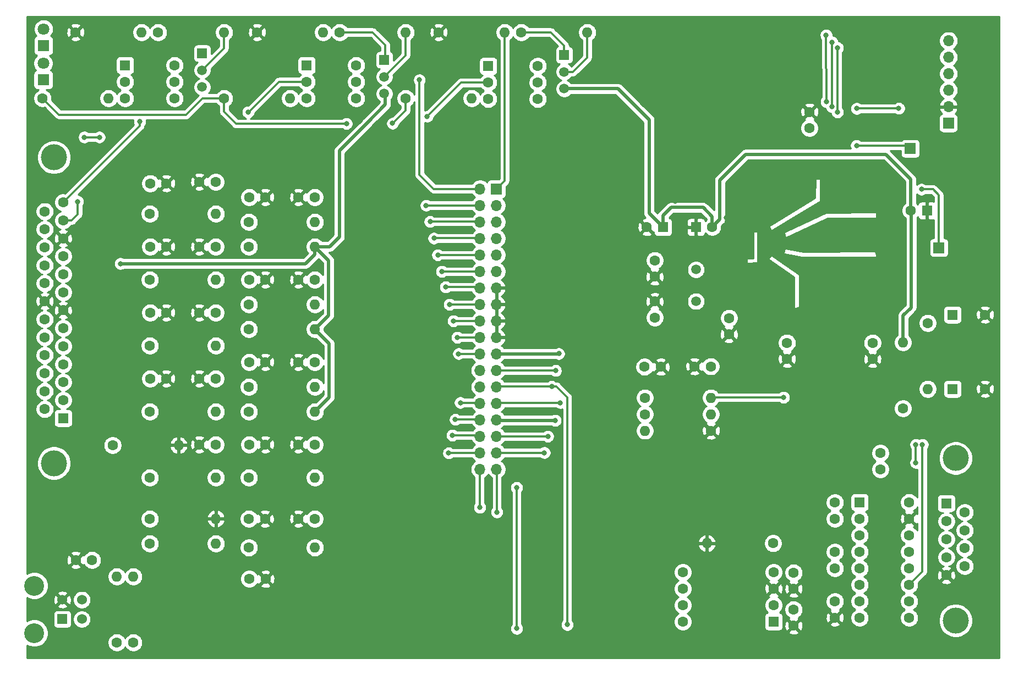
<source format=gbr>
%TF.GenerationSoftware,KiCad,Pcbnew,(5.1.6)-1*%
%TF.CreationDate,2021-08-21T14:57:10-07:00*%
%TF.ProjectId,BPEM488CW,4250454d-3438-4384-9357-2e6b69636164,rev?*%
%TF.SameCoordinates,Original*%
%TF.FileFunction,Copper,L2,Bot*%
%TF.FilePolarity,Positive*%
%FSLAX46Y46*%
G04 Gerber Fmt 4.6, Leading zero omitted, Abs format (unit mm)*
G04 Created by KiCad (PCBNEW (5.1.6)-1) date 2021-08-21 14:57:10*
%MOMM*%
%LPD*%
G01*
G04 APERTURE LIST*
%TA.AperFunction,ComponentPad*%
%ADD10O,1.600000X1.600000*%
%TD*%
%TA.AperFunction,ComponentPad*%
%ADD11C,1.600000*%
%TD*%
%TA.AperFunction,ComponentPad*%
%ADD12C,1.800000*%
%TD*%
%TA.AperFunction,ComponentPad*%
%ADD13R,1.800000X1.800000*%
%TD*%
%TA.AperFunction,ComponentPad*%
%ADD14R,1.600000X1.600000*%
%TD*%
%TA.AperFunction,ComponentPad*%
%ADD15O,1.700000X1.700000*%
%TD*%
%TA.AperFunction,ComponentPad*%
%ADD16R,1.700000X1.700000*%
%TD*%
%TA.AperFunction,ComponentPad*%
%ADD17R,1.500000X1.500000*%
%TD*%
%TA.AperFunction,ComponentPad*%
%ADD18C,1.500000*%
%TD*%
%TA.AperFunction,ComponentPad*%
%ADD19C,4.000000*%
%TD*%
%TA.AperFunction,ComponentPad*%
%ADD20R,1.524000X1.524000*%
%TD*%
%TA.AperFunction,ComponentPad*%
%ADD21C,1.524000*%
%TD*%
%TA.AperFunction,ComponentPad*%
%ADD22C,3.048000*%
%TD*%
%TA.AperFunction,ViaPad*%
%ADD23C,0.800000*%
%TD*%
%TA.AperFunction,Conductor*%
%ADD24C,0.300000*%
%TD*%
%TA.AperFunction,Conductor*%
%ADD25C,0.508000*%
%TD*%
%TA.AperFunction,Conductor*%
%ADD26C,0.254000*%
%TD*%
G04 APERTURE END LIST*
D10*
%TO.P,R229,2*%
%TO.N,GND*%
X88239600Y-118211600D03*
D11*
%TO.P,R229,1*%
%TO.N,/Inputs_RS232/EGO2*%
X78079600Y-118211600D03*
%TD*%
D12*
%TO.P,D2,2*%
%TO.N,Net-(D2-Pad2)*%
X67462400Y-54102000D03*
D13*
%TO.P,D2,1*%
%TO.N,/Inputs_RS232/CKP*%
X67462400Y-56642000D03*
%TD*%
D12*
%TO.P,D1,2*%
%TO.N,Net-(D1-Pad2)*%
X67411600Y-59385200D03*
D13*
%TO.P,D1,1*%
%TO.N,/Inputs_RS232/CMP*%
X67411600Y-61925200D03*
%TD*%
D11*
%TO.P,U201,8*%
%TO.N,Net-(U201-Pad8)*%
X165836600Y-145389600D03*
%TO.P,U201,7*%
%TO.N,Net-(U201-Pad7)*%
X165836600Y-142849600D03*
%TO.P,U201,6*%
%TO.N,Net-(U201-Pad6)*%
X165836600Y-140309600D03*
%TO.P,U201,5*%
%TO.N,Net-(U201-Pad5)*%
X165836600Y-137769600D03*
%TO.P,U201,4*%
%TO.N,PAD07*%
X179806600Y-137769600D03*
%TO.P,U201,3*%
%TO.N,GND*%
X179806600Y-140309600D03*
%TO.P,U201,2*%
%TO.N,VDD*%
X179806600Y-142849600D03*
D14*
%TO.P,U201,1*%
%TO.N,Net-(U201-Pad1)*%
X179806600Y-145389600D03*
%TD*%
D15*
%TO.P,U2,6*%
%TO.N,/CPU/CanL*%
X206705200Y-55905400D03*
%TO.P,U2,5*%
%TO.N,/CPU/CanH*%
X206705200Y-58445400D03*
%TO.P,U2,4*%
%TO.N,PM1*%
X206705200Y-60985400D03*
%TO.P,U2,3*%
%TO.N,PM0*%
X206705200Y-63525400D03*
%TO.P,U2,2*%
%TO.N,GND*%
X206705200Y-66065400D03*
D16*
%TO.P,U2,1*%
%TO.N,VDD*%
X206705200Y-68605400D03*
%TD*%
%TO.P,TP2,1*%
%TO.N,/CPU/PK7*%
X205232000Y-87782400D03*
%TD*%
%TO.P,TP1,1*%
%TO.N,/CPU/PK3*%
X200837800Y-72517000D03*
%TD*%
D17*
%TO.P,Q203,1*%
%TO.N,PT2*%
X91871800Y-57835800D03*
D18*
%TO.P,Q203,3*%
%TO.N,VDD*%
X91871800Y-63035800D03*
%TO.P,Q203,2*%
%TO.N,Net-(Q203-Pad2)*%
X91871800Y-60435800D03*
%TD*%
D17*
%TO.P,Q202,1*%
%TO.N,PT1*%
X119888000Y-58851800D03*
D18*
%TO.P,Q202,3*%
%TO.N,VDD*%
X119888000Y-64051800D03*
%TO.P,Q202,2*%
%TO.N,Net-(Q202-Pad2)*%
X119888000Y-61451800D03*
%TD*%
D17*
%TO.P,Q201,1*%
%TO.N,PT0*%
X147574000Y-58089800D03*
D18*
%TO.P,Q201,3*%
%TO.N,VDD*%
X147574000Y-63289800D03*
%TO.P,Q201,2*%
%TO.N,Net-(Q201-Pad2)*%
X147574000Y-60689800D03*
%TD*%
D11*
%TO.P,R226,1*%
%TO.N,+8V*%
X95250000Y-64770000D03*
D10*
%TO.P,R226,2*%
%TO.N,Net-(R226-Pad2)*%
X105410000Y-64770000D03*
%TD*%
D19*
%TO.P,J202,0*%
%TO.N,N/C*%
X69065000Y-120976000D03*
X69065000Y-73876000D03*
D11*
%TO.P,J202,25*%
%TO.N,/Inputs_RS232/CKP*%
X67645000Y-82191000D03*
%TO.P,J202,24*%
%TO.N,+8V*%
X67645000Y-84961000D03*
%TO.P,J202,23*%
%TO.N,PA1*%
X67645000Y-87731000D03*
%TO.P,J202,22*%
%TO.N,PA3*%
X67645000Y-90501000D03*
%TO.P,J202,21*%
%TO.N,PA5*%
X67645000Y-93271000D03*
%TO.P,J202,20*%
%TO.N,GND*%
X67645000Y-96041000D03*
%TO.P,J202,19*%
%TO.N,VDD*%
X67645000Y-98811000D03*
%TO.P,J202,18*%
%TO.N,/Inputs_RS232/CLT*%
X67645000Y-101581000D03*
%TO.P,J202,17*%
%TO.N,/Inputs_RS232/MAT*%
X67645000Y-104351000D03*
%TO.P,J202,16*%
%TO.N,/Inputs_RS232/PAD03in*%
X67645000Y-107121000D03*
%TO.P,J202,15*%
%TO.N,/Inputs_RS232/MAP*%
X67645000Y-109891000D03*
%TO.P,J202,14*%
%TO.N,/Inputs_RS232/TPS*%
X67645000Y-112661000D03*
%TO.P,J202,13*%
%TO.N,/Inputs_RS232/VSPD*%
X70485000Y-80806000D03*
%TO.P,J202,12*%
%TO.N,/Inputs_RS232/CMP*%
X70485000Y-83576000D03*
%TO.P,J202,11*%
%TO.N,GND*%
X70485000Y-86346000D03*
%TO.P,J202,10*%
%TO.N,PA2*%
X70485000Y-89116000D03*
%TO.P,J202,9*%
%TO.N,PA4*%
X70485000Y-91886000D03*
%TO.P,J202,8*%
%TO.N,PA6*%
X70485000Y-94656000D03*
%TO.P,J202,7*%
%TO.N,GND*%
X70485000Y-97426000D03*
%TO.P,J202,6*%
%TO.N,/Inputs_RS232/EOP*%
X70485000Y-100196000D03*
%TO.P,J202,5*%
%TO.N,/Inputs_RS232/EFP*%
X70485000Y-102966000D03*
%TO.P,J202,4*%
%TO.N,/Inputs_RS232/Itrm*%
X70485000Y-105736000D03*
%TO.P,J202,3*%
%TO.N,/Inputs_RS232/Ftrm*%
X70485000Y-108506000D03*
%TO.P,J202,2*%
%TO.N,/Inputs_RS232/EGO2*%
X70485000Y-111276000D03*
D14*
%TO.P,J202,1*%
%TO.N,/Inputs_RS232/EGO1*%
X70485000Y-114046000D03*
%TD*%
D19*
%TO.P,J201,0*%
%TO.N,N/C*%
X207795000Y-120200000D03*
X207795000Y-145200000D03*
D11*
%TO.P,J201,9*%
%TO.N,VDD*%
X209215000Y-136855000D03*
%TO.P,J201,8*%
%TO.N,Net-(J201-Pad8)*%
X209215000Y-134085000D03*
%TO.P,J201,7*%
%TO.N,Net-(J201-Pad7)*%
X209215000Y-131315000D03*
%TO.P,J201,6*%
%TO.N,Net-(J201-Pad6)*%
X209215000Y-128545000D03*
%TO.P,J201,5*%
%TO.N,GND*%
X206375000Y-138240000D03*
%TO.P,J201,4*%
%TO.N,Net-(J201-Pad4)*%
X206375000Y-135470000D03*
%TO.P,J201,3*%
%TO.N,Net-(J201-Pad3)*%
X206375000Y-132700000D03*
%TO.P,J201,2*%
%TO.N,Net-(J201-Pad2)*%
X206375000Y-129930000D03*
D14*
%TO.P,J201,1*%
%TO.N,VDD*%
X206375000Y-127160000D03*
%TD*%
D10*
%TO.P,R211,2*%
%TO.N,PAD05*%
X109220000Y-133985000D03*
D11*
%TO.P,R211,1*%
%TO.N,/Inputs_RS232/TPS*%
X99060000Y-133985000D03*
%TD*%
%TO.P,C232,1*%
%TO.N,Net-(C232-Pad1)*%
X196215000Y-121920000D03*
%TO.P,C232,2*%
%TO.N,VDD*%
X196215000Y-119420000D03*
%TD*%
%TO.P,C231,2*%
%TO.N,Net-(C231-Pad2)*%
X189230000Y-134660000D03*
%TO.P,C231,1*%
%TO.N,Net-(C231-Pad1)*%
X189230000Y-137160000D03*
%TD*%
%TO.P,U205,9*%
%TO.N,Net-(U205-Pad9)*%
X200660000Y-144780000D03*
%TO.P,U205,8*%
%TO.N,Net-(U205-Pad8)*%
X193040000Y-144780000D03*
%TO.P,U205,16*%
%TO.N,VDD*%
X200660000Y-127000000D03*
%TO.P,U205,15*%
%TO.N,GND*%
X200660000Y-129540000D03*
%TO.P,U205,14*%
%TO.N,Net-(J201-Pad2)*%
X200660000Y-132080000D03*
%TO.P,U205,13*%
%TO.N,Net-(J201-Pad3)*%
X200660000Y-134620000D03*
%TO.P,U205,12*%
%TO.N,PS0*%
X200660000Y-137160000D03*
%TO.P,U205,11*%
%TO.N,PS1*%
X200660000Y-139700000D03*
%TO.P,U205,10*%
%TO.N,Net-(U205-Pad10)*%
X200660000Y-142240000D03*
%TO.P,U205,7*%
%TO.N,Net-(U205-Pad7)*%
X193040000Y-142240000D03*
%TO.P,U205,6*%
%TO.N,Net-(C233-Pad2)*%
X193040000Y-139700000D03*
%TO.P,U205,5*%
%TO.N,Net-(C231-Pad1)*%
X193040000Y-137160000D03*
%TO.P,U205,4*%
%TO.N,Net-(C231-Pad2)*%
X193040000Y-134620000D03*
%TO.P,U205,3*%
%TO.N,Net-(C230-Pad1)*%
X193040000Y-132080000D03*
%TO.P,U205,2*%
%TO.N,Net-(C232-Pad1)*%
X193040000Y-129540000D03*
D14*
%TO.P,U205,1*%
%TO.N,Net-(C230-Pad2)*%
X193040000Y-127000000D03*
%TD*%
D11*
%TO.P,C303,2*%
%TO.N,Net-(C303-Pad2)*%
X185320000Y-69368000D03*
%TO.P,C303,1*%
%TO.N,GND*%
X185320000Y-66868000D03*
%TD*%
%TO.P,C307,2*%
%TO.N,VDD*%
X170355000Y-84613000D03*
D14*
%TO.P,C307,1*%
%TO.N,GND*%
X167855000Y-84613000D03*
%TD*%
D18*
%TO.P,Y301,2*%
%TO.N,Net-(C301-Pad2)*%
X167855000Y-91163000D03*
%TO.P,Y301,1*%
%TO.N,Net-(C302-Pad2)*%
X167855000Y-96043000D03*
%TD*%
D11*
%TO.P,U204,6*%
%TO.N,Net-(U204-Pad6)*%
X87630000Y-59690000D03*
%TO.P,U204,5*%
%TO.N,VDD*%
X87630000Y-62230000D03*
%TO.P,U204,4*%
%TO.N,Net-(Q203-Pad2)*%
X87630000Y-64770000D03*
%TO.P,U204,3*%
%TO.N,Net-(U204-Pad3)*%
X80010000Y-64770000D03*
%TO.P,U204,2*%
%TO.N,/Inputs_RS232/VSPD*%
X80010000Y-62230000D03*
D14*
%TO.P,U204,1*%
%TO.N,Net-(R227-Pad2)*%
X80010000Y-59690000D03*
%TD*%
D11*
%TO.P,U203,6*%
%TO.N,Net-(U203-Pad6)*%
X115570000Y-59690000D03*
%TO.P,U203,5*%
%TO.N,VDD*%
X115570000Y-62230000D03*
%TO.P,U203,4*%
%TO.N,Net-(Q202-Pad2)*%
X115570000Y-64770000D03*
%TO.P,U203,3*%
%TO.N,Net-(U203-Pad3)*%
X107950000Y-64770000D03*
%TO.P,U203,2*%
%TO.N,Net-(D2-Pad2)*%
X107950000Y-62230000D03*
D14*
%TO.P,U203,1*%
%TO.N,Net-(R226-Pad2)*%
X107950000Y-59690000D03*
%TD*%
D11*
%TO.P,U202,6*%
%TO.N,Net-(U202-Pad6)*%
X143510000Y-59817000D03*
%TO.P,U202,5*%
%TO.N,VDD*%
X143510000Y-62357000D03*
%TO.P,U202,4*%
%TO.N,Net-(Q201-Pad2)*%
X143510000Y-64897000D03*
%TO.P,U202,3*%
%TO.N,Net-(U202-Pad3)*%
X135890000Y-64897000D03*
%TO.P,U202,2*%
%TO.N,Net-(D1-Pad2)*%
X135890000Y-62357000D03*
D14*
%TO.P,U202,1*%
%TO.N,Net-(R225-Pad2)*%
X135890000Y-59817000D03*
%TD*%
D10*
%TO.P,R304,2*%
%TO.N,VDD*%
X199715000Y-102393000D03*
D11*
%TO.P,R304,1*%
%TO.N,Net-(C312-Pad1)*%
X199715000Y-112553000D03*
%TD*%
D10*
%TO.P,R303,2*%
%TO.N,Net-(C312-Pad1)*%
X203525000Y-109543000D03*
D11*
%TO.P,R303,1*%
%TO.N,Net-(C311-Pad1)*%
X203525000Y-99383000D03*
%TD*%
D10*
%TO.P,R302,2*%
%TO.N,/CPU/RESET*%
X78740000Y-138430000D03*
D11*
%TO.P,R302,1*%
%TO.N,VDD*%
X78740000Y-148590000D03*
%TD*%
D10*
%TO.P,R301,2*%
%TO.N,Net-(J301-Pad1)*%
X81280000Y-138430000D03*
D11*
%TO.P,R301,1*%
%TO.N,VDD*%
X81280000Y-148590000D03*
%TD*%
D10*
%TO.P,R225,2*%
%TO.N,Net-(R225-Pad2)*%
X133350000Y-64770000D03*
D11*
%TO.P,R225,1*%
%TO.N,+8V*%
X123190000Y-64770000D03*
%TD*%
D10*
%TO.P,R214,2*%
%TO.N,Net-(C209-Pad2)*%
X160000000Y-115976000D03*
D11*
%TO.P,R214,1*%
%TO.N,GND*%
X170160000Y-115976000D03*
%TD*%
D10*
%TO.P,R204,2*%
%TO.N,VDD*%
X109220000Y-87630000D03*
D11*
%TO.P,R204,1*%
%TO.N,/Inputs_RS232/CLT*%
X99060000Y-87630000D03*
%TD*%
D10*
%TO.P,R203,2*%
%TO.N,PAD00*%
X170160000Y-110896000D03*
D11*
%TO.P,R203,1*%
%TO.N,Net-(C209-Pad2)*%
X160000000Y-110896000D03*
%TD*%
D10*
%TO.P,R202,2*%
%TO.N,+BATT*%
X170160000Y-113436000D03*
D11*
%TO.P,R202,1*%
%TO.N,Net-(C209-Pad2)*%
X160000000Y-113436000D03*
%TD*%
D10*
%TO.P,R201,2*%
%TO.N,GND*%
X169545000Y-133324600D03*
D11*
%TO.P,R201,1*%
%TO.N,PAD07*%
X179705000Y-133324600D03*
%TD*%
D15*
%TO.P,J302,36*%
%TO.N,/CPU/PB3*%
X134620000Y-121920000D03*
%TO.P,J302,35*%
%TO.N,/CPU/PB4*%
X137160000Y-121920000D03*
%TO.P,J302,34*%
%TO.N,/CPU/PB2*%
X134620000Y-119380000D03*
%TO.P,J302,33*%
%TO.N,/CPU/PB5*%
X137160000Y-119380000D03*
%TO.P,J302,32*%
%TO.N,/CPU/PB1*%
X134620000Y-116840000D03*
%TO.P,J302,31*%
%TO.N,/CPU/PB6*%
X137160000Y-116840000D03*
%TO.P,J302,30*%
%TO.N,/CPU/PB0*%
X134620000Y-114300000D03*
%TO.P,J302,29*%
%TO.N,+8V*%
X137160000Y-114300000D03*
%TO.P,J302,28*%
%TO.N,/CPU/PK4*%
X134620000Y-111760000D03*
%TO.P,J302,27*%
%TO.N,/CPU/PA0*%
X137160000Y-111760000D03*
%TO.P,J302,26*%
%TO.N,/CPU/PK5*%
X134620000Y-109220000D03*
%TO.P,J302,25*%
%TO.N,/CPU/RESET*%
X137160000Y-109220000D03*
%TO.P,J302,24*%
%TO.N,/CPU/PK0*%
X134620000Y-106680000D03*
%TO.P,J302,23*%
%TO.N,+BATT*%
X137160000Y-106680000D03*
%TO.P,J302,22*%
%TO.N,/CPU/PK1*%
X134620000Y-104140000D03*
%TO.P,J302,21*%
%TO.N,VDD*%
X137160000Y-104140000D03*
%TO.P,J302,20*%
%TO.N,/CPU/PK2*%
X134620000Y-101600000D03*
%TO.P,J302,19*%
%TO.N,GND*%
X137160000Y-101600000D03*
%TO.P,J302,18*%
%TO.N,/CPU/CanH*%
X134620000Y-99060000D03*
%TO.P,J302,17*%
%TO.N,GND*%
X137160000Y-99060000D03*
%TO.P,J302,16*%
%TO.N,/CPU/PP0*%
X134620000Y-96520000D03*
%TO.P,J302,15*%
%TO.N,GND*%
X137160000Y-96520000D03*
%TO.P,J302,14*%
%TO.N,/CPU/PP1*%
X134620000Y-93980000D03*
%TO.P,J302,13*%
%TO.N,GND*%
X137160000Y-93980000D03*
%TO.P,J302,12*%
%TO.N,/CPU/PP2*%
X134620000Y-91440000D03*
%TO.P,J302,11*%
%TO.N,/CPU/PT7*%
X137160000Y-91440000D03*
%TO.P,J302,10*%
%TO.N,/CPU/PP3*%
X134620000Y-88900000D03*
%TO.P,J302,9*%
%TO.N,/CPU/PT6*%
X137160000Y-88900000D03*
%TO.P,J302,8*%
%TO.N,/CPU/PP4*%
X134620000Y-86360000D03*
%TO.P,J302,7*%
%TO.N,/CPU/PT5*%
X137160000Y-86360000D03*
%TO.P,J302,6*%
%TO.N,/CPU/PP5*%
X134620000Y-83820000D03*
%TO.P,J302,5*%
%TO.N,/CPU/PT4*%
X137160000Y-83820000D03*
%TO.P,J302,4*%
%TO.N,/CPU/CanL*%
X134620000Y-81280000D03*
%TO.P,J302,3*%
%TO.N,/CPU/PT3*%
X137160000Y-81280000D03*
%TO.P,J302,2*%
%TO.N,PT1*%
X134620000Y-78740000D03*
D16*
%TO.P,J302,1*%
%TO.N,PT0*%
X137160000Y-78740000D03*
%TD*%
D20*
%TO.P,J301,1*%
%TO.N,Net-(J301-Pad1)*%
X70358000Y-145010000D03*
D21*
%TO.P,J301,2*%
%TO.N,GND*%
X70358000Y-142010000D03*
D22*
%TO.P,J301,*%
%TO.N,*%
X66038000Y-147170000D03*
X66038000Y-139850000D03*
D21*
%TO.P,J301,3*%
%TO.N,VDD*%
X73358000Y-145010000D03*
%TO.P,J301,4*%
%TO.N,/CPU/RESET*%
X73358000Y-142010000D03*
%TD*%
D11*
%TO.P,C312,2*%
%TO.N,GND*%
X212335000Y-109543000D03*
D14*
%TO.P,C312,1*%
%TO.N,Net-(C312-Pad1)*%
X207335000Y-109543000D03*
%TD*%
D11*
%TO.P,C311,2*%
%TO.N,GND*%
X212335000Y-98113000D03*
D14*
%TO.P,C311,1*%
%TO.N,Net-(C311-Pad1)*%
X207335000Y-98113000D03*
%TD*%
D11*
%TO.P,C310,2*%
%TO.N,GND*%
X172935000Y-101118000D03*
%TO.P,C310,1*%
%TO.N,Net-(C310-Pad1)*%
X172935000Y-98618000D03*
%TD*%
%TO.P,C309,2*%
%TO.N,GND*%
X160275000Y-84613000D03*
D14*
%TO.P,C309,1*%
%TO.N,VDD*%
X162775000Y-84613000D03*
%TD*%
D11*
%TO.P,C308,2*%
%TO.N,GND*%
X72430000Y-135890000D03*
%TO.P,C308,1*%
%TO.N,/CPU/RESET*%
X74930000Y-135890000D03*
%TD*%
%TO.P,C306,2*%
%TO.N,VDD*%
X200915000Y-82073000D03*
D14*
%TO.P,C306,1*%
%TO.N,GND*%
X203415000Y-82073000D03*
%TD*%
D11*
%TO.P,C305,2*%
%TO.N,VDD*%
X195005000Y-102433000D03*
%TO.P,C305,1*%
%TO.N,GND*%
X195005000Y-104933000D03*
%TD*%
%TO.P,C304,2*%
%TO.N,Net-(C304-Pad2)*%
X181855000Y-102433000D03*
%TO.P,C304,1*%
%TO.N,GND*%
X181855000Y-104933000D03*
%TD*%
%TO.P,C302,2*%
%TO.N,Net-(C302-Pad2)*%
X161505000Y-98543000D03*
%TO.P,C302,1*%
%TO.N,GND*%
X161505000Y-96043000D03*
%TD*%
%TO.P,C301,2*%
%TO.N,Net-(C301-Pad2)*%
X161505000Y-89733000D03*
%TO.P,C301,1*%
%TO.N,GND*%
X161505000Y-92233000D03*
%TD*%
%TO.P,C218,2*%
%TO.N,GND*%
X182880000Y-146010000D03*
%TO.P,C218,1*%
%TO.N,VDD*%
X182880000Y-143510000D03*
%TD*%
%TO.P,C217,2*%
%TO.N,PAD07*%
X182880000Y-137835000D03*
%TO.P,C217,1*%
%TO.N,GND*%
X182880000Y-140335000D03*
%TD*%
%TO.P,C212,2*%
%TO.N,/Inputs_RS232/PAD03in*%
X99100000Y-105410000D03*
%TO.P,C212,1*%
%TO.N,GND*%
X101600000Y-105410000D03*
%TD*%
%TO.P,C211,2*%
%TO.N,/Inputs_RS232/MAT*%
X99100000Y-92710000D03*
%TO.P,C211,1*%
%TO.N,GND*%
X101600000Y-92710000D03*
%TD*%
%TO.P,C210,2*%
%TO.N,/Inputs_RS232/CLT*%
X99100000Y-80010000D03*
%TO.P,C210,1*%
%TO.N,GND*%
X101600000Y-80010000D03*
%TD*%
%TO.P,C209,2*%
%TO.N,Net-(C209-Pad2)*%
X159940000Y-106136000D03*
%TO.P,C209,1*%
%TO.N,GND*%
X162440000Y-106136000D03*
%TD*%
%TO.P,C204,2*%
%TO.N,PAD03*%
X109180000Y-105410000D03*
%TO.P,C204,1*%
%TO.N,GND*%
X106680000Y-105410000D03*
%TD*%
%TO.P,C203,2*%
%TO.N,PAD02*%
X109180000Y-92710000D03*
%TO.P,C203,1*%
%TO.N,GND*%
X106680000Y-92710000D03*
%TD*%
%TO.P,C202,2*%
%TO.N,PAD01*%
X109180000Y-80010000D03*
%TO.P,C202,1*%
%TO.N,GND*%
X106680000Y-80010000D03*
%TD*%
%TO.P,C201,2*%
%TO.N,PAD00*%
X170120000Y-106070000D03*
%TO.P,C201,1*%
%TO.N,GND*%
X167620000Y-106070000D03*
%TD*%
%TO.P,C205,2*%
%TO.N,PAD04*%
X109180000Y-118110000D03*
%TO.P,C205,1*%
%TO.N,GND*%
X106680000Y-118110000D03*
%TD*%
%TO.P,C206,1*%
%TO.N,GND*%
X106680000Y-129540000D03*
%TO.P,C206,2*%
%TO.N,PAD05*%
X109180000Y-129540000D03*
%TD*%
%TO.P,C207,2*%
%TO.N,PAD06*%
X99120000Y-138800000D03*
%TO.P,C207,1*%
%TO.N,GND*%
X101620000Y-138800000D03*
%TD*%
%TO.P,C208,1*%
%TO.N,GND*%
X91440000Y-77650000D03*
%TO.P,C208,2*%
%TO.N,PAD08*%
X93940000Y-77650000D03*
%TD*%
%TO.P,C213,1*%
%TO.N,GND*%
X101600000Y-118110000D03*
%TO.P,C213,2*%
%TO.N,/Inputs_RS232/MAP*%
X99100000Y-118110000D03*
%TD*%
%TO.P,C214,2*%
%TO.N,/Inputs_RS232/TPS*%
X99060000Y-129540000D03*
%TO.P,C214,1*%
%TO.N,GND*%
X101560000Y-129540000D03*
%TD*%
%TO.P,C216,1*%
%TO.N,GND*%
X86360000Y-77880000D03*
%TO.P,C216,2*%
%TO.N,/Inputs_RS232/EOP*%
X83860000Y-77880000D03*
%TD*%
%TO.P,C219,2*%
%TO.N,PAD09*%
X93940000Y-87630000D03*
%TO.P,C219,1*%
%TO.N,GND*%
X91440000Y-87630000D03*
%TD*%
%TO.P,C220,1*%
%TO.N,GND*%
X91440000Y-97790000D03*
%TO.P,C220,2*%
%TO.N,PAD10*%
X93940000Y-97790000D03*
%TD*%
%TO.P,C221,2*%
%TO.N,PAD11*%
X93940000Y-107950000D03*
%TO.P,C221,1*%
%TO.N,GND*%
X91440000Y-107950000D03*
%TD*%
%TO.P,C222,1*%
%TO.N,GND*%
X91440000Y-118110000D03*
%TO.P,C222,2*%
%TO.N,PAD12*%
X93940000Y-118110000D03*
%TD*%
%TO.P,C223,2*%
%TO.N,/Inputs_RS232/EFP*%
X83860000Y-87630000D03*
%TO.P,C223,1*%
%TO.N,GND*%
X86360000Y-87630000D03*
%TD*%
%TO.P,C224,1*%
%TO.N,GND*%
X86360000Y-97790000D03*
%TO.P,C224,2*%
%TO.N,/Inputs_RS232/Itrm*%
X83860000Y-97790000D03*
%TD*%
%TO.P,C225,2*%
%TO.N,/Inputs_RS232/Ftrm*%
X83860000Y-107950000D03*
%TO.P,C225,1*%
%TO.N,GND*%
X86360000Y-107950000D03*
%TD*%
%TO.P,C230,1*%
%TO.N,Net-(C230-Pad1)*%
X189230000Y-129540000D03*
%TO.P,C230,2*%
%TO.N,Net-(C230-Pad2)*%
X189230000Y-127040000D03*
%TD*%
%TO.P,C233,2*%
%TO.N,Net-(C233-Pad2)*%
X189230000Y-142280000D03*
%TO.P,C233,1*%
%TO.N,GND*%
X189230000Y-144780000D03*
%TD*%
%TO.P,R205,1*%
%TO.N,/Inputs_RS232/CLT*%
X99060000Y-83820000D03*
D10*
%TO.P,R205,2*%
%TO.N,PAD01*%
X109220000Y-83820000D03*
%TD*%
%TO.P,R206,2*%
%TO.N,VDD*%
X109220000Y-100330000D03*
D11*
%TO.P,R206,1*%
%TO.N,/Inputs_RS232/MAT*%
X99060000Y-100330000D03*
%TD*%
D10*
%TO.P,R207,2*%
%TO.N,PAD02*%
X109220000Y-96520000D03*
D11*
%TO.P,R207,1*%
%TO.N,/Inputs_RS232/MAT*%
X99060000Y-96520000D03*
%TD*%
D10*
%TO.P,R208,2*%
%TO.N,VDD*%
X109220000Y-113030000D03*
D11*
%TO.P,R208,1*%
%TO.N,/Inputs_RS232/PAD03in*%
X99060000Y-113030000D03*
%TD*%
%TO.P,R209,1*%
%TO.N,/Inputs_RS232/PAD03in*%
X99060000Y-109220000D03*
D10*
%TO.P,R209,2*%
%TO.N,PAD03*%
X109220000Y-109220000D03*
%TD*%
D11*
%TO.P,R210,1*%
%TO.N,/Inputs_RS232/MAP*%
X99060000Y-123190000D03*
D10*
%TO.P,R210,2*%
%TO.N,PAD04*%
X109220000Y-123190000D03*
%TD*%
D11*
%TO.P,R212,1*%
%TO.N,/Inputs_RS232/EGO1*%
X83820000Y-133350000D03*
D10*
%TO.P,R212,2*%
%TO.N,PAD06*%
X93980000Y-133350000D03*
%TD*%
%TO.P,R213,2*%
%TO.N,PAD08*%
X93980000Y-82550000D03*
D11*
%TO.P,R213,1*%
%TO.N,/Inputs_RS232/EOP*%
X83820000Y-82550000D03*
%TD*%
D10*
%TO.P,R215,2*%
%TO.N,PAD09*%
X93980000Y-92710000D03*
D11*
%TO.P,R215,1*%
%TO.N,/Inputs_RS232/EFP*%
X83820000Y-92710000D03*
%TD*%
%TO.P,R216,1*%
%TO.N,/Inputs_RS232/Itrm*%
X83820000Y-102870000D03*
D10*
%TO.P,R216,2*%
%TO.N,PAD10*%
X93980000Y-102870000D03*
%TD*%
%TO.P,R217,2*%
%TO.N,PAD11*%
X93980000Y-113030000D03*
D11*
%TO.P,R217,1*%
%TO.N,/Inputs_RS232/Ftrm*%
X83820000Y-113030000D03*
%TD*%
%TO.P,R218,1*%
%TO.N,/Inputs_RS232/EGO2*%
X83820000Y-123190000D03*
D10*
%TO.P,R218,2*%
%TO.N,PAD12*%
X93980000Y-123190000D03*
%TD*%
D11*
%TO.P,R219,1*%
%TO.N,PT0*%
X140970000Y-54610000D03*
D10*
%TO.P,R219,2*%
%TO.N,Net-(Q201-Pad2)*%
X151130000Y-54610000D03*
%TD*%
%TO.P,R220,2*%
%TO.N,Net-(Q202-Pad2)*%
X123190000Y-54610000D03*
D11*
%TO.P,R220,1*%
%TO.N,PT1*%
X113030000Y-54610000D03*
%TD*%
%TO.P,R221,1*%
%TO.N,PT2*%
X85090000Y-54610000D03*
D10*
%TO.P,R221,2*%
%TO.N,Net-(Q203-Pad2)*%
X95250000Y-54610000D03*
%TD*%
%TO.P,R222,2*%
%TO.N,PT0*%
X138430000Y-54610000D03*
D11*
%TO.P,R222,1*%
%TO.N,GND*%
X128270000Y-54610000D03*
%TD*%
%TO.P,R223,1*%
%TO.N,GND*%
X100330000Y-54610000D03*
D10*
%TO.P,R223,2*%
%TO.N,PT1*%
X110490000Y-54610000D03*
%TD*%
%TO.P,R224,2*%
%TO.N,PT2*%
X82550000Y-54610000D03*
D11*
%TO.P,R224,1*%
%TO.N,GND*%
X72390000Y-54610000D03*
%TD*%
D10*
%TO.P,R227,2*%
%TO.N,Net-(R227-Pad2)*%
X77470000Y-64770000D03*
D11*
%TO.P,R227,1*%
%TO.N,+8V*%
X67310000Y-64770000D03*
%TD*%
%TO.P,R228,1*%
%TO.N,/Inputs_RS232/EGO1*%
X83820000Y-129540000D03*
D10*
%TO.P,R228,2*%
%TO.N,GND*%
X93980000Y-129540000D03*
%TD*%
D23*
%TO.N,PAD00*%
X181340000Y-110850000D03*
%TO.N,GND*%
X184650000Y-71708000D03*
X182460000Y-100328000D03*
X198880000Y-88148000D03*
X198880000Y-94708000D03*
X198880000Y-96178000D03*
X172540000Y-83178000D03*
X172540000Y-88398000D03*
X172540000Y-84638000D03*
X172540000Y-85425100D03*
X181930000Y-113080000D03*
X181720000Y-108060000D03*
X156450000Y-122830000D03*
X150110000Y-129630000D03*
X150210000Y-122480000D03*
X146350000Y-133690000D03*
X142240000Y-131000000D03*
X144830000Y-122830000D03*
X145000000Y-146380000D03*
X99020000Y-146230000D03*
X92370000Y-139680000D03*
X90440000Y-137140000D03*
X76240000Y-139070000D03*
X76750000Y-144810000D03*
X84460000Y-145770000D03*
X110240000Y-131970000D03*
X81420000Y-109450000D03*
X81590000Y-111670000D03*
X113300000Y-96530000D03*
X139500000Y-82300000D03*
X139680000Y-84970000D03*
X139850000Y-87540000D03*
X139850000Y-90030000D03*
X196697600Y-144018000D03*
X196697600Y-126669800D03*
X191262000Y-135966200D03*
X191262000Y-128549400D03*
X207060800Y-103936800D03*
X198170800Y-115493800D03*
X197205600Y-99923600D03*
X204165200Y-125450600D03*
X201472800Y-124891800D03*
X204216000Y-133324600D03*
X91710000Y-54960000D03*
X170700000Y-90770000D03*
X169980000Y-94070000D03*
X168090000Y-88890000D03*
X163580000Y-92910000D03*
X165950000Y-92720000D03*
X166120000Y-94460000D03*
X163510000Y-94630000D03*
X171390000Y-96710000D03*
X169220000Y-97700000D03*
X166150000Y-97630000D03*
X164170000Y-98190000D03*
X211300000Y-148110000D03*
X173890000Y-115670000D03*
X148370000Y-105720000D03*
X151720000Y-85750000D03*
X164660000Y-80630000D03*
X182320000Y-66430000D03*
X157350000Y-67040000D03*
X162020000Y-66530000D03*
X211550000Y-55110000D03*
X152830000Y-53940000D03*
X136120000Y-54650000D03*
X108050000Y-54810000D03*
X143530000Y-76020000D03*
X112970000Y-64700000D03*
X96980000Y-59530000D03*
X103276400Y-64770000D03*
X98044000Y-64820800D03*
X79980000Y-54500000D03*
X129810000Y-67640000D03*
X79780000Y-88480000D03*
X107030000Y-76500000D03*
X114640000Y-88330000D03*
X85920000Y-83610000D03*
X82160000Y-94060000D03*
X97330000Y-93810000D03*
X132550000Y-107690000D03*
X112910000Y-102360000D03*
X95710000Y-101190000D03*
X112310000Y-111650000D03*
X76680000Y-101450000D03*
X75260000Y-104140000D03*
X74650000Y-106830000D03*
X95460000Y-114640000D03*
X85560000Y-114390000D03*
X77900000Y-112710000D03*
X111140000Y-122910000D03*
X101340000Y-123510000D03*
X92110000Y-124230000D03*
X83280000Y-127170000D03*
X109670000Y-126970000D03*
X99520000Y-126560000D03*
X97490000Y-140010000D03*
X77900000Y-136960000D03*
X76220000Y-148980000D03*
X84850000Y-148980000D03*
X83280000Y-140410000D03*
X116370000Y-143250000D03*
X102210000Y-142840000D03*
X187280000Y-143760000D03*
X191290000Y-139040000D03*
X191090000Y-132540000D03*
X202960000Y-142540000D03*
X140280000Y-148880000D03*
X125110000Y-132080000D03*
X166060000Y-132850000D03*
X117580000Y-75810000D03*
X174360000Y-143770000D03*
X198856600Y-82378500D03*
X146507200Y-108051600D03*
X145948400Y-112852200D03*
X196367400Y-58978800D03*
X192709800Y-69392800D03*
X68910200Y-77825600D03*
X70891400Y-64465200D03*
X72288400Y-61798200D03*
X70510400Y-58115200D03*
X78257400Y-62128400D03*
X79781400Y-68834000D03*
X68783200Y-68783200D03*
X75615800Y-81076800D03*
X73660000Y-74091800D03*
X75895200Y-69164200D03*
X69469000Y-55524400D03*
X131978400Y-59004200D03*
X146405600Y-65049400D03*
X152349200Y-59309000D03*
X165531800Y-75387200D03*
X140411200Y-60274200D03*
X185826400Y-131089400D03*
X190119000Y-53568600D03*
X162229800Y-53289200D03*
X176250600Y-66446400D03*
X127939800Y-62788800D03*
X124663200Y-96012000D03*
X152450800Y-94234000D03*
X152552400Y-104368600D03*
X192862200Y-120116600D03*
X152628600Y-116560600D03*
X124561600Y-116738400D03*
X194716400Y-149225000D03*
X166116000Y-149326600D03*
X160705800Y-140614400D03*
X112750600Y-149326600D03*
X105283000Y-136093200D03*
X69850000Y-131368800D03*
X75819000Y-56845200D03*
%TO.N,VDD*%
X79280000Y-90250000D03*
X146740000Y-104110000D03*
%TO.N,/CPU/RESET*%
X145650086Y-109160000D03*
X148050000Y-145860000D03*
%TO.N,/Inputs_RS232/VSPD*%
X82270600Y-68376800D03*
%TO.N,/Inputs_RS232/CMP*%
X72720200Y-80670400D03*
%TO.N,Net-(J301-Pad1)*%
X140256041Y-124746041D03*
X140280000Y-146450000D03*
%TO.N,+8V*%
X146200000Y-114400000D03*
X121158000Y-68630800D03*
X114071400Y-68681600D03*
%TO.N,+BATT*%
X146250096Y-106720000D03*
%TO.N,/CPU/PB6*%
X145050076Y-116850000D03*
%TO.N,/CPU/PB5*%
X144520000Y-119370000D03*
%TO.N,/CPU/PP5*%
X126929920Y-83770000D03*
%TO.N,/CPU/PB4*%
X137210000Y-128520000D03*
%TO.N,/CPU/PP4*%
X127529930Y-86330000D03*
%TO.N,/CPU/PB3*%
X134570000Y-127800000D03*
%TO.N,/CPU/PP3*%
X128129940Y-88910000D03*
%TO.N,/CPU/PB2*%
X129789970Y-119420000D03*
%TO.N,/CPU/PP2*%
X128729950Y-91460000D03*
%TO.N,/CPU/PB1*%
X130360000Y-116680000D03*
%TO.N,/CPU/PP1*%
X129329960Y-93850000D03*
%TO.N,/CPU/PB0*%
X130820000Y-114250000D03*
%TO.N,/CPU/PP0*%
X129929970Y-96540000D03*
%TO.N,/CPU/PK2*%
X131129990Y-101610000D03*
%TO.N,/CPU/PK1*%
X131330000Y-104130000D03*
%TO.N,/CPU/PK4*%
X131590000Y-111660000D03*
%TO.N,PT0*%
X189620000Y-66908000D03*
X189630000Y-57008000D03*
%TO.N,PT1*%
X188770000Y-66088000D03*
X188760000Y-56148000D03*
X125298200Y-61950600D03*
%TO.N,PT2*%
X187920000Y-65320762D03*
X187870000Y-55038000D03*
%TO.N,PS0*%
X201676000Y-120904000D03*
X201676000Y-118110000D03*
%TO.N,PS1*%
X202692000Y-118110000D03*
%TO.N,/CPU/PA0*%
X146960000Y-111660000D03*
%TO.N,/CPU/CanH*%
X130529980Y-99080000D03*
X192582800Y-66344800D03*
X199059800Y-66319400D03*
%TO.N,/CPU/CanL*%
X126329910Y-81280000D03*
%TO.N,/CPU/PK3*%
X192557400Y-72059800D03*
%TO.N,/CPU/PK7*%
X202539600Y-78790800D03*
%TO.N,Net-(D1-Pad2)*%
X126492000Y-67564000D03*
X73736200Y-70764400D03*
X76047600Y-70764400D03*
%TO.N,Net-(D2-Pad2)*%
X98933000Y-66906010D03*
%TD*%
D24*
%TO.N,PAD00*%
X170206000Y-110850000D02*
X170160000Y-110896000D01*
X181340000Y-110850000D02*
X170206000Y-110850000D01*
%TO.N,GND*%
X185040000Y-66868000D02*
X185320000Y-66868000D01*
X182460000Y-100328000D02*
X183360000Y-101228000D01*
X183360000Y-103428000D02*
X181855000Y-104933000D01*
X183360000Y-101228000D02*
X183360000Y-103428000D01*
X167554000Y-106136000D02*
X167620000Y-106070000D01*
D25*
%TO.N,VDD*%
X79280000Y-90250000D02*
X107780000Y-90250000D01*
X109220000Y-88810000D02*
X109220000Y-87630000D01*
X107780000Y-90250000D02*
X109220000Y-88810000D01*
X200915000Y-82073000D02*
X200915000Y-77245000D01*
X200915000Y-77245000D02*
X197080000Y-73410000D01*
X197080000Y-73410000D02*
X175500000Y-73410000D01*
X175500000Y-73410000D02*
X171510000Y-77400000D01*
X171510000Y-83458000D02*
X170355000Y-84613000D01*
X171510000Y-77400000D02*
X171510000Y-83458000D01*
X170355000Y-84613000D02*
X170355000Y-83005000D01*
X170355000Y-83005000D02*
X168930000Y-81580000D01*
X168930000Y-81580000D02*
X164030000Y-81580000D01*
X162775000Y-82835000D02*
X162775000Y-84613000D01*
X164030000Y-81580000D02*
X162775000Y-82835000D01*
X160650000Y-82488000D02*
X162775000Y-84613000D01*
X160650000Y-68100000D02*
X160650000Y-82488000D01*
X137160000Y-104140000D02*
X146710000Y-104140000D01*
X146710000Y-104140000D02*
X146740000Y-104110000D01*
X109220000Y-87630000D02*
X111320000Y-89730000D01*
X111320000Y-98230000D02*
X109220000Y-100330000D01*
X111320000Y-89730000D02*
X111320000Y-98230000D01*
X109220000Y-100330000D02*
X111420000Y-102530000D01*
X111420000Y-110830000D02*
X109220000Y-113030000D01*
X111420000Y-102530000D02*
X111420000Y-110830000D01*
X111470000Y-87630000D02*
X109220000Y-87630000D01*
X112984280Y-86115720D02*
X111470000Y-87630000D01*
X112984280Y-72831960D02*
X112984280Y-86115720D01*
X112984280Y-72831960D02*
X113019840Y-72831960D01*
X113019840Y-72831960D02*
X117221000Y-68630800D01*
X117221000Y-68630800D02*
X117221000Y-68580000D01*
X120065800Y-65735200D02*
X120065800Y-64229600D01*
X117221000Y-68580000D02*
X120065800Y-65735200D01*
X160650000Y-68100000D02*
X160632200Y-68100000D01*
X155822000Y-63289800D02*
X147574000Y-63289800D01*
X160632200Y-68100000D02*
X155822000Y-63289800D01*
X200970000Y-82128000D02*
X200915000Y-82073000D01*
X200970000Y-97010000D02*
X200970000Y-82128000D01*
X199715000Y-102393000D02*
X199730000Y-102378000D01*
X199730000Y-98250000D02*
X200970000Y-97010000D01*
X199730000Y-102378000D02*
X199730000Y-98250000D01*
D24*
%TO.N,/CPU/RESET*%
X137220000Y-109160000D02*
X137160000Y-109220000D01*
X145650086Y-109160000D02*
X137220000Y-109160000D01*
X145650086Y-109160000D02*
X146370000Y-109160000D01*
X146370000Y-109160000D02*
X148050000Y-110840000D01*
X148050000Y-110840000D02*
X148050000Y-145860000D01*
%TO.N,/Inputs_RS232/VSPD*%
X70485000Y-80806000D02*
X82270600Y-69020400D01*
X82270600Y-69020400D02*
X82270600Y-68376800D01*
%TO.N,/Inputs_RS232/CMP*%
X72720200Y-80670400D02*
X72720200Y-82651600D01*
X71795800Y-83576000D02*
X70485000Y-83576000D01*
X72720200Y-82651600D02*
X71795800Y-83576000D01*
%TO.N,Net-(J301-Pad1)*%
X140256041Y-145846041D02*
X140256041Y-124746041D01*
X140280000Y-146450000D02*
X140256041Y-145846041D01*
D25*
%TO.N,+8V*%
X137260000Y-114400000D02*
X137160000Y-114300000D01*
X146200000Y-114400000D02*
X137260000Y-114400000D01*
D24*
X67310000Y-64770000D02*
X69850000Y-67310000D01*
X69850000Y-67310000D02*
X89408000Y-67310000D01*
X91948000Y-64770000D02*
X95250000Y-64770000D01*
X89408000Y-67310000D02*
X91948000Y-64770000D01*
X95250000Y-64770000D02*
X95250000Y-66852800D01*
X123190000Y-64770000D02*
X123190000Y-66649600D01*
X123190000Y-66649600D02*
X121208800Y-68630800D01*
X121208800Y-68630800D02*
X121158000Y-68630800D01*
X114071400Y-68681600D02*
X97078800Y-68681600D01*
X95250000Y-66852800D02*
X97078800Y-68681600D01*
%TO.N,+BATT*%
X137200000Y-106720000D02*
X137160000Y-106680000D01*
X146250096Y-106720000D02*
X137200000Y-106720000D01*
%TO.N,/CPU/PB6*%
X137170000Y-116850000D02*
X137160000Y-116840000D01*
X145050076Y-116850000D02*
X137170000Y-116850000D01*
%TO.N,/CPU/PB5*%
X137170000Y-119370000D02*
X137160000Y-119380000D01*
X144520000Y-119370000D02*
X137170000Y-119370000D01*
%TO.N,/CPU/PP5*%
X134570000Y-83770000D02*
X134620000Y-83820000D01*
X126929920Y-83770000D02*
X134570000Y-83770000D01*
%TO.N,/CPU/PB4*%
X137210000Y-121970000D02*
X137160000Y-121920000D01*
X137210000Y-128520000D02*
X137210000Y-121970000D01*
%TO.N,/CPU/PP4*%
X134590000Y-86330000D02*
X134620000Y-86360000D01*
X127529930Y-86330000D02*
X134590000Y-86330000D01*
%TO.N,/CPU/PB3*%
X134570000Y-121970000D02*
X134620000Y-121920000D01*
X134570000Y-127800000D02*
X134570000Y-121970000D01*
%TO.N,/CPU/PP3*%
X134610000Y-88910000D02*
X134620000Y-88900000D01*
X128129940Y-88910000D02*
X134610000Y-88910000D01*
%TO.N,/CPU/PB2*%
X134580000Y-119420000D02*
X134620000Y-119380000D01*
X129789970Y-119420000D02*
X134580000Y-119420000D01*
%TO.N,/CPU/PP2*%
X134600000Y-91460000D02*
X134620000Y-91440000D01*
X128729950Y-91460000D02*
X134600000Y-91460000D01*
%TO.N,/CPU/PB1*%
X134460000Y-116680000D02*
X134620000Y-116840000D01*
X130360000Y-116680000D02*
X134460000Y-116680000D01*
%TO.N,/CPU/PP1*%
X134490000Y-93850000D02*
X134620000Y-93980000D01*
X129329960Y-93850000D02*
X134490000Y-93850000D01*
%TO.N,/CPU/PB0*%
X134570000Y-114250000D02*
X134620000Y-114300000D01*
X130820000Y-114250000D02*
X134570000Y-114250000D01*
%TO.N,/CPU/PP0*%
X134600000Y-96540000D02*
X134620000Y-96520000D01*
X129929970Y-96540000D02*
X134600000Y-96540000D01*
%TO.N,/CPU/PK2*%
X134610000Y-101610000D02*
X134620000Y-101600000D01*
X131129990Y-101610000D02*
X134610000Y-101610000D01*
%TO.N,/CPU/PK1*%
X134610000Y-104130000D02*
X134620000Y-104140000D01*
X131330000Y-104130000D02*
X134610000Y-104130000D01*
%TO.N,/CPU/PK4*%
X134520000Y-111660000D02*
X134620000Y-111760000D01*
X131590000Y-111660000D02*
X134520000Y-111660000D01*
%TO.N,PT0*%
X189620000Y-56838000D02*
X189620000Y-66908000D01*
X189630000Y-57008000D02*
X189620000Y-56838000D01*
X147574000Y-56642000D02*
X147574000Y-58089800D01*
X140970000Y-54610000D02*
X145542000Y-54610000D01*
X145542000Y-54610000D02*
X147574000Y-56642000D01*
X138430000Y-77470000D02*
X137160000Y-78740000D01*
X138430000Y-54610000D02*
X138430000Y-77470000D01*
%TO.N,Net-(Q201-Pad2)*%
X148936400Y-60689800D02*
X147574000Y-60689800D01*
X151130000Y-54610000D02*
X151130000Y-58496200D01*
X151130000Y-58496200D02*
X148936400Y-60689800D01*
%TO.N,PT1*%
X188770000Y-66088000D02*
X188770000Y-56988000D01*
X188770000Y-56988000D02*
X188770000Y-56158000D01*
X188770000Y-56158000D02*
X188760000Y-56148000D01*
X120065800Y-56565800D02*
X120065800Y-59029600D01*
X113030000Y-54610000D02*
X118110000Y-54610000D01*
X118110000Y-54610000D02*
X120065800Y-56565800D01*
X125298200Y-61950600D02*
X125298200Y-76555600D01*
X127482600Y-78740000D02*
X134620000Y-78740000D01*
X125298200Y-76555600D02*
X127482600Y-78740000D01*
%TO.N,Net-(Q202-Pad2)*%
X123190000Y-58149800D02*
X119888000Y-61451800D01*
X123190000Y-54610000D02*
X123190000Y-58149800D01*
%TO.N,PT2*%
X187920000Y-65320762D02*
X187870000Y-55038000D01*
%TO.N,Net-(Q203-Pad2)*%
X95250000Y-57057600D02*
X91871800Y-60435800D01*
X95250000Y-54610000D02*
X95250000Y-57057600D01*
%TO.N,PS0*%
X201676000Y-120904000D02*
X201676000Y-118110000D01*
%TO.N,PS1*%
X202692000Y-137668000D02*
X200660000Y-139700000D01*
X202692000Y-118110000D02*
X202692000Y-137668000D01*
%TO.N,/CPU/PA0*%
X137260000Y-111660000D02*
X137160000Y-111760000D01*
X146960000Y-111660000D02*
X137260000Y-111660000D01*
%TO.N,/CPU/CanH*%
X134600000Y-99080000D02*
X134620000Y-99060000D01*
X130529980Y-99080000D02*
X134600000Y-99080000D01*
X192582800Y-66344800D02*
X199034400Y-66344800D01*
X199034400Y-66344800D02*
X199059800Y-66319400D01*
%TO.N,/CPU/CanL*%
X126329910Y-81280000D02*
X134620000Y-81280000D01*
%TO.N,/CPU/PK3*%
X200380600Y-72059800D02*
X200837800Y-72517000D01*
X192557400Y-72059800D02*
X200380600Y-72059800D01*
%TO.N,/CPU/PK7*%
X202539600Y-78790800D02*
X204368400Y-78790800D01*
X205232000Y-79654400D02*
X205232000Y-87782400D01*
X204368400Y-78790800D02*
X205232000Y-79654400D01*
%TO.N,Net-(D1-Pad2)*%
X135890000Y-62357000D02*
X131699000Y-62357000D01*
X131699000Y-62357000D02*
X126492000Y-67564000D01*
X73736200Y-70764400D02*
X76047600Y-70764400D01*
%TO.N,Net-(D2-Pad2)*%
X107950000Y-62230000D02*
X103657400Y-62230000D01*
X103657400Y-62230000D02*
X103657400Y-62255400D01*
X103657400Y-62255400D02*
X98933000Y-66979800D01*
%TD*%
D26*
%TO.N,GND*%
G36*
X214503000Y-151003000D02*
G01*
X64897000Y-151003000D01*
X64897000Y-149004215D01*
X65015330Y-149083281D01*
X65408243Y-149246030D01*
X65825357Y-149329000D01*
X66250643Y-149329000D01*
X66667757Y-149246030D01*
X67060670Y-149083281D01*
X67414282Y-148847004D01*
X67715004Y-148546282D01*
X67780229Y-148448665D01*
X77305000Y-148448665D01*
X77305000Y-148731335D01*
X77360147Y-149008574D01*
X77468320Y-149269727D01*
X77625363Y-149504759D01*
X77825241Y-149704637D01*
X78060273Y-149861680D01*
X78321426Y-149969853D01*
X78598665Y-150025000D01*
X78881335Y-150025000D01*
X79158574Y-149969853D01*
X79419727Y-149861680D01*
X79654759Y-149704637D01*
X79854637Y-149504759D01*
X80010000Y-149272241D01*
X80165363Y-149504759D01*
X80365241Y-149704637D01*
X80600273Y-149861680D01*
X80861426Y-149969853D01*
X81138665Y-150025000D01*
X81421335Y-150025000D01*
X81698574Y-149969853D01*
X81959727Y-149861680D01*
X82194759Y-149704637D01*
X82394637Y-149504759D01*
X82551680Y-149269727D01*
X82659853Y-149008574D01*
X82715000Y-148731335D01*
X82715000Y-148448665D01*
X82659853Y-148171426D01*
X82551680Y-147910273D01*
X82394637Y-147675241D01*
X82194759Y-147475363D01*
X81959727Y-147318320D01*
X81698574Y-147210147D01*
X81421335Y-147155000D01*
X81138665Y-147155000D01*
X80861426Y-147210147D01*
X80600273Y-147318320D01*
X80365241Y-147475363D01*
X80165363Y-147675241D01*
X80010000Y-147907759D01*
X79854637Y-147675241D01*
X79654759Y-147475363D01*
X79419727Y-147318320D01*
X79158574Y-147210147D01*
X78881335Y-147155000D01*
X78598665Y-147155000D01*
X78321426Y-147210147D01*
X78060273Y-147318320D01*
X77825241Y-147475363D01*
X77625363Y-147675241D01*
X77468320Y-147910273D01*
X77360147Y-148171426D01*
X77305000Y-148448665D01*
X67780229Y-148448665D01*
X67951281Y-148192670D01*
X68114030Y-147799757D01*
X68197000Y-147382643D01*
X68197000Y-146957357D01*
X68114030Y-146540243D01*
X67951281Y-146147330D01*
X67715004Y-145793718D01*
X67414282Y-145492996D01*
X67060670Y-145256719D01*
X66667757Y-145093970D01*
X66250643Y-145011000D01*
X65825357Y-145011000D01*
X65408243Y-145093970D01*
X65015330Y-145256719D01*
X64897000Y-145335785D01*
X64897000Y-144248000D01*
X68957928Y-144248000D01*
X68957928Y-145772000D01*
X68970188Y-145896482D01*
X69006498Y-146016180D01*
X69065463Y-146126494D01*
X69144815Y-146223185D01*
X69241506Y-146302537D01*
X69351820Y-146361502D01*
X69471518Y-146397812D01*
X69596000Y-146410072D01*
X71120000Y-146410072D01*
X71244482Y-146397812D01*
X71364180Y-146361502D01*
X71474494Y-146302537D01*
X71571185Y-146223185D01*
X71650537Y-146126494D01*
X71709502Y-146016180D01*
X71745812Y-145896482D01*
X71758072Y-145772000D01*
X71758072Y-144872408D01*
X71961000Y-144872408D01*
X71961000Y-145147592D01*
X72014686Y-145417490D01*
X72119995Y-145671727D01*
X72272880Y-145900535D01*
X72467465Y-146095120D01*
X72696273Y-146248005D01*
X72950510Y-146353314D01*
X73220408Y-146407000D01*
X73495592Y-146407000D01*
X73765490Y-146353314D01*
X74019727Y-146248005D01*
X74248535Y-146095120D01*
X74443120Y-145900535D01*
X74596005Y-145671727D01*
X74701314Y-145417490D01*
X74755000Y-145147592D01*
X74755000Y-144872408D01*
X74701314Y-144602510D01*
X74596005Y-144348273D01*
X74443120Y-144119465D01*
X74248535Y-143924880D01*
X74019727Y-143771995D01*
X73765490Y-143666686D01*
X73495592Y-143613000D01*
X73220408Y-143613000D01*
X72950510Y-143666686D01*
X72696273Y-143771995D01*
X72467465Y-143924880D01*
X72272880Y-144119465D01*
X72119995Y-144348273D01*
X72014686Y-144602510D01*
X71961000Y-144872408D01*
X71758072Y-144872408D01*
X71758072Y-144248000D01*
X71745812Y-144123518D01*
X71709502Y-144003820D01*
X71650537Y-143893506D01*
X71571185Y-143796815D01*
X71474494Y-143717463D01*
X71364180Y-143658498D01*
X71244482Y-143622188D01*
X71120000Y-143609928D01*
X69596000Y-143609928D01*
X69471518Y-143622188D01*
X69351820Y-143658498D01*
X69241506Y-143717463D01*
X69144815Y-143796815D01*
X69065463Y-143893506D01*
X69006498Y-144003820D01*
X68970188Y-144123518D01*
X68957928Y-144248000D01*
X64897000Y-144248000D01*
X64897000Y-142975565D01*
X69572040Y-142975565D01*
X69639020Y-143215656D01*
X69888048Y-143332756D01*
X70155135Y-143399023D01*
X70430017Y-143411910D01*
X70702133Y-143370922D01*
X70961023Y-143277636D01*
X71076980Y-143215656D01*
X71143960Y-142975565D01*
X70358000Y-142189605D01*
X69572040Y-142975565D01*
X64897000Y-142975565D01*
X64897000Y-142082017D01*
X68956090Y-142082017D01*
X68997078Y-142354133D01*
X69090364Y-142613023D01*
X69152344Y-142728980D01*
X69392435Y-142795960D01*
X70178395Y-142010000D01*
X70537605Y-142010000D01*
X71323565Y-142795960D01*
X71563656Y-142728980D01*
X71680756Y-142479952D01*
X71747023Y-142212865D01*
X71759910Y-141937983D01*
X71750033Y-141872408D01*
X71961000Y-141872408D01*
X71961000Y-142147592D01*
X72014686Y-142417490D01*
X72119995Y-142671727D01*
X72272880Y-142900535D01*
X72467465Y-143095120D01*
X72696273Y-143248005D01*
X72950510Y-143353314D01*
X73220408Y-143407000D01*
X73495592Y-143407000D01*
X73765490Y-143353314D01*
X74019727Y-143248005D01*
X74248535Y-143095120D01*
X74443120Y-142900535D01*
X74596005Y-142671727D01*
X74701314Y-142417490D01*
X74755000Y-142147592D01*
X74755000Y-141872408D01*
X74701314Y-141602510D01*
X74596005Y-141348273D01*
X74443120Y-141119465D01*
X74248535Y-140924880D01*
X74019727Y-140771995D01*
X73765490Y-140666686D01*
X73495592Y-140613000D01*
X73220408Y-140613000D01*
X72950510Y-140666686D01*
X72696273Y-140771995D01*
X72467465Y-140924880D01*
X72272880Y-141119465D01*
X72119995Y-141348273D01*
X72014686Y-141602510D01*
X71961000Y-141872408D01*
X71750033Y-141872408D01*
X71718922Y-141665867D01*
X71625636Y-141406977D01*
X71563656Y-141291020D01*
X71323565Y-141224040D01*
X70537605Y-142010000D01*
X70178395Y-142010000D01*
X69392435Y-141224040D01*
X69152344Y-141291020D01*
X69035244Y-141540048D01*
X68968977Y-141807135D01*
X68956090Y-142082017D01*
X64897000Y-142082017D01*
X64897000Y-141684215D01*
X65015330Y-141763281D01*
X65408243Y-141926030D01*
X65825357Y-142009000D01*
X66250643Y-142009000D01*
X66667757Y-141926030D01*
X67060670Y-141763281D01*
X67414282Y-141527004D01*
X67715004Y-141226282D01*
X67836510Y-141044435D01*
X69572040Y-141044435D01*
X70358000Y-141830395D01*
X71143960Y-141044435D01*
X71076980Y-140804344D01*
X70827952Y-140687244D01*
X70560865Y-140620977D01*
X70285983Y-140608090D01*
X70013867Y-140649078D01*
X69754977Y-140742364D01*
X69639020Y-140804344D01*
X69572040Y-141044435D01*
X67836510Y-141044435D01*
X67951281Y-140872670D01*
X68114030Y-140479757D01*
X68197000Y-140062643D01*
X68197000Y-139637357D01*
X68114030Y-139220243D01*
X67951281Y-138827330D01*
X67715004Y-138473718D01*
X67529951Y-138288665D01*
X77305000Y-138288665D01*
X77305000Y-138571335D01*
X77360147Y-138848574D01*
X77468320Y-139109727D01*
X77625363Y-139344759D01*
X77825241Y-139544637D01*
X78060273Y-139701680D01*
X78321426Y-139809853D01*
X78598665Y-139865000D01*
X78881335Y-139865000D01*
X79158574Y-139809853D01*
X79419727Y-139701680D01*
X79654759Y-139544637D01*
X79854637Y-139344759D01*
X80010000Y-139112241D01*
X80165363Y-139344759D01*
X80365241Y-139544637D01*
X80600273Y-139701680D01*
X80861426Y-139809853D01*
X81138665Y-139865000D01*
X81421335Y-139865000D01*
X81698574Y-139809853D01*
X81959727Y-139701680D01*
X82194759Y-139544637D01*
X82394637Y-139344759D01*
X82551680Y-139109727D01*
X82659853Y-138848574D01*
X82697628Y-138658665D01*
X97685000Y-138658665D01*
X97685000Y-138941335D01*
X97740147Y-139218574D01*
X97848320Y-139479727D01*
X98005363Y-139714759D01*
X98205241Y-139914637D01*
X98440273Y-140071680D01*
X98701426Y-140179853D01*
X98978665Y-140235000D01*
X99261335Y-140235000D01*
X99538574Y-140179853D01*
X99799727Y-140071680D01*
X100034759Y-139914637D01*
X100156694Y-139792702D01*
X100806903Y-139792702D01*
X100878486Y-140036671D01*
X101133996Y-140157571D01*
X101408184Y-140226300D01*
X101690512Y-140240217D01*
X101970130Y-140198787D01*
X102236292Y-140103603D01*
X102361514Y-140036671D01*
X102433097Y-139792702D01*
X101620000Y-138979605D01*
X100806903Y-139792702D01*
X100156694Y-139792702D01*
X100234637Y-139714759D01*
X100368692Y-139514131D01*
X100383329Y-139541514D01*
X100627298Y-139613097D01*
X101440395Y-138800000D01*
X101799605Y-138800000D01*
X102612702Y-139613097D01*
X102856671Y-139541514D01*
X102977571Y-139286004D01*
X103046300Y-139011816D01*
X103060217Y-138729488D01*
X103018787Y-138449870D01*
X102923603Y-138183708D01*
X102856671Y-138058486D01*
X102612702Y-137986903D01*
X101799605Y-138800000D01*
X101440395Y-138800000D01*
X100627298Y-137986903D01*
X100383329Y-138058486D01*
X100369676Y-138087341D01*
X100234637Y-137885241D01*
X100156694Y-137807298D01*
X100806903Y-137807298D01*
X101620000Y-138620395D01*
X102433097Y-137807298D01*
X102361514Y-137563329D01*
X102106004Y-137442429D01*
X101831816Y-137373700D01*
X101549488Y-137359783D01*
X101269870Y-137401213D01*
X101003708Y-137496397D01*
X100878486Y-137563329D01*
X100806903Y-137807298D01*
X100156694Y-137807298D01*
X100034759Y-137685363D01*
X99799727Y-137528320D01*
X99538574Y-137420147D01*
X99261335Y-137365000D01*
X98978665Y-137365000D01*
X98701426Y-137420147D01*
X98440273Y-137528320D01*
X98205241Y-137685363D01*
X98005363Y-137885241D01*
X97848320Y-138120273D01*
X97740147Y-138381426D01*
X97685000Y-138658665D01*
X82697628Y-138658665D01*
X82715000Y-138571335D01*
X82715000Y-138288665D01*
X82659853Y-138011426D01*
X82551680Y-137750273D01*
X82394637Y-137515241D01*
X82194759Y-137315363D01*
X81959727Y-137158320D01*
X81698574Y-137050147D01*
X81421335Y-136995000D01*
X81138665Y-136995000D01*
X80861426Y-137050147D01*
X80600273Y-137158320D01*
X80365241Y-137315363D01*
X80165363Y-137515241D01*
X80010000Y-137747759D01*
X79854637Y-137515241D01*
X79654759Y-137315363D01*
X79419727Y-137158320D01*
X79158574Y-137050147D01*
X78881335Y-136995000D01*
X78598665Y-136995000D01*
X78321426Y-137050147D01*
X78060273Y-137158320D01*
X77825241Y-137315363D01*
X77625363Y-137515241D01*
X77468320Y-137750273D01*
X77360147Y-138011426D01*
X77305000Y-138288665D01*
X67529951Y-138288665D01*
X67414282Y-138172996D01*
X67060670Y-137936719D01*
X66667757Y-137773970D01*
X66250643Y-137691000D01*
X65825357Y-137691000D01*
X65408243Y-137773970D01*
X65015330Y-137936719D01*
X64897000Y-138015785D01*
X64897000Y-136882702D01*
X71616903Y-136882702D01*
X71688486Y-137126671D01*
X71943996Y-137247571D01*
X72218184Y-137316300D01*
X72500512Y-137330217D01*
X72780130Y-137288787D01*
X73046292Y-137193603D01*
X73171514Y-137126671D01*
X73243097Y-136882702D01*
X72430000Y-136069605D01*
X71616903Y-136882702D01*
X64897000Y-136882702D01*
X64897000Y-135960512D01*
X70989783Y-135960512D01*
X71031213Y-136240130D01*
X71126397Y-136506292D01*
X71193329Y-136631514D01*
X71437298Y-136703097D01*
X72250395Y-135890000D01*
X72609605Y-135890000D01*
X73422702Y-136703097D01*
X73666671Y-136631514D01*
X73680324Y-136602659D01*
X73815363Y-136804759D01*
X74015241Y-137004637D01*
X74250273Y-137161680D01*
X74511426Y-137269853D01*
X74788665Y-137325000D01*
X75071335Y-137325000D01*
X75348574Y-137269853D01*
X75609727Y-137161680D01*
X75844759Y-137004637D01*
X76044637Y-136804759D01*
X76201680Y-136569727D01*
X76309853Y-136308574D01*
X76365000Y-136031335D01*
X76365000Y-135748665D01*
X76309853Y-135471426D01*
X76201680Y-135210273D01*
X76044637Y-134975241D01*
X75844759Y-134775363D01*
X75609727Y-134618320D01*
X75348574Y-134510147D01*
X75071335Y-134455000D01*
X74788665Y-134455000D01*
X74511426Y-134510147D01*
X74250273Y-134618320D01*
X74015241Y-134775363D01*
X73815363Y-134975241D01*
X73681308Y-135175869D01*
X73666671Y-135148486D01*
X73422702Y-135076903D01*
X72609605Y-135890000D01*
X72250395Y-135890000D01*
X71437298Y-135076903D01*
X71193329Y-135148486D01*
X71072429Y-135403996D01*
X71003700Y-135678184D01*
X70989783Y-135960512D01*
X64897000Y-135960512D01*
X64897000Y-134897298D01*
X71616903Y-134897298D01*
X72430000Y-135710395D01*
X73243097Y-134897298D01*
X73171514Y-134653329D01*
X72916004Y-134532429D01*
X72641816Y-134463700D01*
X72359488Y-134449783D01*
X72079870Y-134491213D01*
X71813708Y-134586397D01*
X71688486Y-134653329D01*
X71616903Y-134897298D01*
X64897000Y-134897298D01*
X64897000Y-133208665D01*
X82385000Y-133208665D01*
X82385000Y-133491335D01*
X82440147Y-133768574D01*
X82548320Y-134029727D01*
X82705363Y-134264759D01*
X82905241Y-134464637D01*
X83140273Y-134621680D01*
X83401426Y-134729853D01*
X83678665Y-134785000D01*
X83961335Y-134785000D01*
X84238574Y-134729853D01*
X84499727Y-134621680D01*
X84734759Y-134464637D01*
X84934637Y-134264759D01*
X85091680Y-134029727D01*
X85199853Y-133768574D01*
X85255000Y-133491335D01*
X85255000Y-133208665D01*
X92545000Y-133208665D01*
X92545000Y-133491335D01*
X92600147Y-133768574D01*
X92708320Y-134029727D01*
X92865363Y-134264759D01*
X93065241Y-134464637D01*
X93300273Y-134621680D01*
X93561426Y-134729853D01*
X93838665Y-134785000D01*
X94121335Y-134785000D01*
X94398574Y-134729853D01*
X94659727Y-134621680D01*
X94894759Y-134464637D01*
X95094637Y-134264759D01*
X95251680Y-134029727D01*
X95328749Y-133843665D01*
X97625000Y-133843665D01*
X97625000Y-134126335D01*
X97680147Y-134403574D01*
X97788320Y-134664727D01*
X97945363Y-134899759D01*
X98145241Y-135099637D01*
X98380273Y-135256680D01*
X98641426Y-135364853D01*
X98918665Y-135420000D01*
X99201335Y-135420000D01*
X99478574Y-135364853D01*
X99739727Y-135256680D01*
X99974759Y-135099637D01*
X100174637Y-134899759D01*
X100331680Y-134664727D01*
X100439853Y-134403574D01*
X100495000Y-134126335D01*
X100495000Y-133843665D01*
X107785000Y-133843665D01*
X107785000Y-134126335D01*
X107840147Y-134403574D01*
X107948320Y-134664727D01*
X108105363Y-134899759D01*
X108305241Y-135099637D01*
X108540273Y-135256680D01*
X108801426Y-135364853D01*
X109078665Y-135420000D01*
X109361335Y-135420000D01*
X109638574Y-135364853D01*
X109899727Y-135256680D01*
X110134759Y-135099637D01*
X110334637Y-134899759D01*
X110491680Y-134664727D01*
X110599853Y-134403574D01*
X110655000Y-134126335D01*
X110655000Y-133843665D01*
X110599853Y-133566426D01*
X110491680Y-133305273D01*
X110334637Y-133070241D01*
X110134759Y-132870363D01*
X109899727Y-132713320D01*
X109638574Y-132605147D01*
X109361335Y-132550000D01*
X109078665Y-132550000D01*
X108801426Y-132605147D01*
X108540273Y-132713320D01*
X108305241Y-132870363D01*
X108105363Y-133070241D01*
X107948320Y-133305273D01*
X107840147Y-133566426D01*
X107785000Y-133843665D01*
X100495000Y-133843665D01*
X100439853Y-133566426D01*
X100331680Y-133305273D01*
X100174637Y-133070241D01*
X99974759Y-132870363D01*
X99739727Y-132713320D01*
X99478574Y-132605147D01*
X99201335Y-132550000D01*
X98918665Y-132550000D01*
X98641426Y-132605147D01*
X98380273Y-132713320D01*
X98145241Y-132870363D01*
X97945363Y-133070241D01*
X97788320Y-133305273D01*
X97680147Y-133566426D01*
X97625000Y-133843665D01*
X95328749Y-133843665D01*
X95359853Y-133768574D01*
X95415000Y-133491335D01*
X95415000Y-133208665D01*
X95359853Y-132931426D01*
X95251680Y-132670273D01*
X95094637Y-132435241D01*
X94894759Y-132235363D01*
X94659727Y-132078320D01*
X94398574Y-131970147D01*
X94121335Y-131915000D01*
X93838665Y-131915000D01*
X93561426Y-131970147D01*
X93300273Y-132078320D01*
X93065241Y-132235363D01*
X92865363Y-132435241D01*
X92708320Y-132670273D01*
X92600147Y-132931426D01*
X92545000Y-133208665D01*
X85255000Y-133208665D01*
X85199853Y-132931426D01*
X85091680Y-132670273D01*
X84934637Y-132435241D01*
X84734759Y-132235363D01*
X84499727Y-132078320D01*
X84238574Y-131970147D01*
X83961335Y-131915000D01*
X83678665Y-131915000D01*
X83401426Y-131970147D01*
X83140273Y-132078320D01*
X82905241Y-132235363D01*
X82705363Y-132435241D01*
X82548320Y-132670273D01*
X82440147Y-132931426D01*
X82385000Y-133208665D01*
X64897000Y-133208665D01*
X64897000Y-129398665D01*
X82385000Y-129398665D01*
X82385000Y-129681335D01*
X82440147Y-129958574D01*
X82548320Y-130219727D01*
X82705363Y-130454759D01*
X82905241Y-130654637D01*
X83140273Y-130811680D01*
X83401426Y-130919853D01*
X83678665Y-130975000D01*
X83961335Y-130975000D01*
X84238574Y-130919853D01*
X84499727Y-130811680D01*
X84734759Y-130654637D01*
X84934637Y-130454759D01*
X85091680Y-130219727D01*
X85199853Y-129958574D01*
X85213684Y-129889039D01*
X92588096Y-129889039D01*
X92628754Y-130023087D01*
X92748963Y-130277420D01*
X92916481Y-130503414D01*
X93124869Y-130692385D01*
X93366119Y-130837070D01*
X93630960Y-130931909D01*
X93853000Y-130810624D01*
X93853000Y-129667000D01*
X94107000Y-129667000D01*
X94107000Y-130810624D01*
X94329040Y-130931909D01*
X94593881Y-130837070D01*
X94835131Y-130692385D01*
X95043519Y-130503414D01*
X95211037Y-130277420D01*
X95331246Y-130023087D01*
X95371904Y-129889039D01*
X95249915Y-129667000D01*
X94107000Y-129667000D01*
X93853000Y-129667000D01*
X92710085Y-129667000D01*
X92588096Y-129889039D01*
X85213684Y-129889039D01*
X85255000Y-129681335D01*
X85255000Y-129398665D01*
X85213685Y-129190961D01*
X92588096Y-129190961D01*
X92710085Y-129413000D01*
X93853000Y-129413000D01*
X93853000Y-128269376D01*
X94107000Y-128269376D01*
X94107000Y-129413000D01*
X95249915Y-129413000D01*
X95257790Y-129398665D01*
X97625000Y-129398665D01*
X97625000Y-129681335D01*
X97680147Y-129958574D01*
X97788320Y-130219727D01*
X97945363Y-130454759D01*
X98145241Y-130654637D01*
X98380273Y-130811680D01*
X98641426Y-130919853D01*
X98918665Y-130975000D01*
X99201335Y-130975000D01*
X99478574Y-130919853D01*
X99739727Y-130811680D01*
X99974759Y-130654637D01*
X100096694Y-130532702D01*
X100746903Y-130532702D01*
X100818486Y-130776671D01*
X101073996Y-130897571D01*
X101348184Y-130966300D01*
X101630512Y-130980217D01*
X101910130Y-130938787D01*
X102176292Y-130843603D01*
X102301514Y-130776671D01*
X102373097Y-130532702D01*
X105866903Y-130532702D01*
X105938486Y-130776671D01*
X106193996Y-130897571D01*
X106468184Y-130966300D01*
X106750512Y-130980217D01*
X107030130Y-130938787D01*
X107296292Y-130843603D01*
X107421514Y-130776671D01*
X107493097Y-130532702D01*
X106680000Y-129719605D01*
X105866903Y-130532702D01*
X102373097Y-130532702D01*
X101560000Y-129719605D01*
X100746903Y-130532702D01*
X100096694Y-130532702D01*
X100174637Y-130454759D01*
X100308692Y-130254131D01*
X100323329Y-130281514D01*
X100567298Y-130353097D01*
X101380395Y-129540000D01*
X101739605Y-129540000D01*
X102552702Y-130353097D01*
X102796671Y-130281514D01*
X102917571Y-130026004D01*
X102986300Y-129751816D01*
X102993265Y-129610512D01*
X105239783Y-129610512D01*
X105281213Y-129890130D01*
X105376397Y-130156292D01*
X105443329Y-130281514D01*
X105687298Y-130353097D01*
X106500395Y-129540000D01*
X106859605Y-129540000D01*
X107672702Y-130353097D01*
X107916671Y-130281514D01*
X107930324Y-130252659D01*
X108065363Y-130454759D01*
X108265241Y-130654637D01*
X108500273Y-130811680D01*
X108761426Y-130919853D01*
X109038665Y-130975000D01*
X109321335Y-130975000D01*
X109598574Y-130919853D01*
X109859727Y-130811680D01*
X110094759Y-130654637D01*
X110294637Y-130454759D01*
X110451680Y-130219727D01*
X110559853Y-129958574D01*
X110615000Y-129681335D01*
X110615000Y-129398665D01*
X110559853Y-129121426D01*
X110451680Y-128860273D01*
X110294637Y-128625241D01*
X110094759Y-128425363D01*
X109859727Y-128268320D01*
X109598574Y-128160147D01*
X109321335Y-128105000D01*
X109038665Y-128105000D01*
X108761426Y-128160147D01*
X108500273Y-128268320D01*
X108265241Y-128425363D01*
X108065363Y-128625241D01*
X107931308Y-128825869D01*
X107916671Y-128798486D01*
X107672702Y-128726903D01*
X106859605Y-129540000D01*
X106500395Y-129540000D01*
X105687298Y-128726903D01*
X105443329Y-128798486D01*
X105322429Y-129053996D01*
X105253700Y-129328184D01*
X105239783Y-129610512D01*
X102993265Y-129610512D01*
X103000217Y-129469488D01*
X102958787Y-129189870D01*
X102863603Y-128923708D01*
X102796671Y-128798486D01*
X102552702Y-128726903D01*
X101739605Y-129540000D01*
X101380395Y-129540000D01*
X100567298Y-128726903D01*
X100323329Y-128798486D01*
X100309676Y-128827341D01*
X100174637Y-128625241D01*
X100096694Y-128547298D01*
X100746903Y-128547298D01*
X101560000Y-129360395D01*
X102373097Y-128547298D01*
X105866903Y-128547298D01*
X106680000Y-129360395D01*
X107493097Y-128547298D01*
X107421514Y-128303329D01*
X107166004Y-128182429D01*
X106891816Y-128113700D01*
X106609488Y-128099783D01*
X106329870Y-128141213D01*
X106063708Y-128236397D01*
X105938486Y-128303329D01*
X105866903Y-128547298D01*
X102373097Y-128547298D01*
X102301514Y-128303329D01*
X102046004Y-128182429D01*
X101771816Y-128113700D01*
X101489488Y-128099783D01*
X101209870Y-128141213D01*
X100943708Y-128236397D01*
X100818486Y-128303329D01*
X100746903Y-128547298D01*
X100096694Y-128547298D01*
X99974759Y-128425363D01*
X99739727Y-128268320D01*
X99478574Y-128160147D01*
X99201335Y-128105000D01*
X98918665Y-128105000D01*
X98641426Y-128160147D01*
X98380273Y-128268320D01*
X98145241Y-128425363D01*
X97945363Y-128625241D01*
X97788320Y-128860273D01*
X97680147Y-129121426D01*
X97625000Y-129398665D01*
X95257790Y-129398665D01*
X95371904Y-129190961D01*
X95331246Y-129056913D01*
X95211037Y-128802580D01*
X95043519Y-128576586D01*
X94835131Y-128387615D01*
X94593881Y-128242930D01*
X94329040Y-128148091D01*
X94107000Y-128269376D01*
X93853000Y-128269376D01*
X93630960Y-128148091D01*
X93366119Y-128242930D01*
X93124869Y-128387615D01*
X92916481Y-128576586D01*
X92748963Y-128802580D01*
X92628754Y-129056913D01*
X92588096Y-129190961D01*
X85213685Y-129190961D01*
X85199853Y-129121426D01*
X85091680Y-128860273D01*
X84934637Y-128625241D01*
X84734759Y-128425363D01*
X84499727Y-128268320D01*
X84238574Y-128160147D01*
X83961335Y-128105000D01*
X83678665Y-128105000D01*
X83401426Y-128160147D01*
X83140273Y-128268320D01*
X82905241Y-128425363D01*
X82705363Y-128625241D01*
X82548320Y-128860273D01*
X82440147Y-129121426D01*
X82385000Y-129398665D01*
X64897000Y-129398665D01*
X64897000Y-120716475D01*
X66430000Y-120716475D01*
X66430000Y-121235525D01*
X66531261Y-121744601D01*
X66729893Y-122224141D01*
X67018262Y-122655715D01*
X67385285Y-123022738D01*
X67816859Y-123311107D01*
X68296399Y-123509739D01*
X68805475Y-123611000D01*
X69324525Y-123611000D01*
X69833601Y-123509739D01*
X70313141Y-123311107D01*
X70705912Y-123048665D01*
X82385000Y-123048665D01*
X82385000Y-123331335D01*
X82440147Y-123608574D01*
X82548320Y-123869727D01*
X82705363Y-124104759D01*
X82905241Y-124304637D01*
X83140273Y-124461680D01*
X83401426Y-124569853D01*
X83678665Y-124625000D01*
X83961335Y-124625000D01*
X84238574Y-124569853D01*
X84499727Y-124461680D01*
X84734759Y-124304637D01*
X84934637Y-124104759D01*
X85091680Y-123869727D01*
X85199853Y-123608574D01*
X85255000Y-123331335D01*
X85255000Y-123048665D01*
X92545000Y-123048665D01*
X92545000Y-123331335D01*
X92600147Y-123608574D01*
X92708320Y-123869727D01*
X92865363Y-124104759D01*
X93065241Y-124304637D01*
X93300273Y-124461680D01*
X93561426Y-124569853D01*
X93838665Y-124625000D01*
X94121335Y-124625000D01*
X94398574Y-124569853D01*
X94659727Y-124461680D01*
X94894759Y-124304637D01*
X95094637Y-124104759D01*
X95251680Y-123869727D01*
X95359853Y-123608574D01*
X95415000Y-123331335D01*
X95415000Y-123048665D01*
X97625000Y-123048665D01*
X97625000Y-123331335D01*
X97680147Y-123608574D01*
X97788320Y-123869727D01*
X97945363Y-124104759D01*
X98145241Y-124304637D01*
X98380273Y-124461680D01*
X98641426Y-124569853D01*
X98918665Y-124625000D01*
X99201335Y-124625000D01*
X99478574Y-124569853D01*
X99739727Y-124461680D01*
X99974759Y-124304637D01*
X100174637Y-124104759D01*
X100331680Y-123869727D01*
X100439853Y-123608574D01*
X100495000Y-123331335D01*
X100495000Y-123048665D01*
X107785000Y-123048665D01*
X107785000Y-123331335D01*
X107840147Y-123608574D01*
X107948320Y-123869727D01*
X108105363Y-124104759D01*
X108305241Y-124304637D01*
X108540273Y-124461680D01*
X108801426Y-124569853D01*
X109078665Y-124625000D01*
X109361335Y-124625000D01*
X109638574Y-124569853D01*
X109899727Y-124461680D01*
X110134759Y-124304637D01*
X110334637Y-124104759D01*
X110491680Y-123869727D01*
X110599853Y-123608574D01*
X110655000Y-123331335D01*
X110655000Y-123048665D01*
X110599853Y-122771426D01*
X110491680Y-122510273D01*
X110334637Y-122275241D01*
X110134759Y-122075363D01*
X109899727Y-121918320D01*
X109638574Y-121810147D01*
X109361335Y-121755000D01*
X109078665Y-121755000D01*
X108801426Y-121810147D01*
X108540273Y-121918320D01*
X108305241Y-122075363D01*
X108105363Y-122275241D01*
X107948320Y-122510273D01*
X107840147Y-122771426D01*
X107785000Y-123048665D01*
X100495000Y-123048665D01*
X100439853Y-122771426D01*
X100331680Y-122510273D01*
X100174637Y-122275241D01*
X99974759Y-122075363D01*
X99739727Y-121918320D01*
X99478574Y-121810147D01*
X99201335Y-121755000D01*
X98918665Y-121755000D01*
X98641426Y-121810147D01*
X98380273Y-121918320D01*
X98145241Y-122075363D01*
X97945363Y-122275241D01*
X97788320Y-122510273D01*
X97680147Y-122771426D01*
X97625000Y-123048665D01*
X95415000Y-123048665D01*
X95359853Y-122771426D01*
X95251680Y-122510273D01*
X95094637Y-122275241D01*
X94894759Y-122075363D01*
X94659727Y-121918320D01*
X94398574Y-121810147D01*
X94121335Y-121755000D01*
X93838665Y-121755000D01*
X93561426Y-121810147D01*
X93300273Y-121918320D01*
X93065241Y-122075363D01*
X92865363Y-122275241D01*
X92708320Y-122510273D01*
X92600147Y-122771426D01*
X92545000Y-123048665D01*
X85255000Y-123048665D01*
X85199853Y-122771426D01*
X85091680Y-122510273D01*
X84934637Y-122275241D01*
X84734759Y-122075363D01*
X84499727Y-121918320D01*
X84238574Y-121810147D01*
X83961335Y-121755000D01*
X83678665Y-121755000D01*
X83401426Y-121810147D01*
X83140273Y-121918320D01*
X82905241Y-122075363D01*
X82705363Y-122275241D01*
X82548320Y-122510273D01*
X82440147Y-122771426D01*
X82385000Y-123048665D01*
X70705912Y-123048665D01*
X70744715Y-123022738D01*
X71111738Y-122655715D01*
X71400107Y-122224141D01*
X71598739Y-121744601D01*
X71700000Y-121235525D01*
X71700000Y-120716475D01*
X71598739Y-120207399D01*
X71400107Y-119727859D01*
X71111738Y-119296285D01*
X70744715Y-118929262D01*
X70313141Y-118640893D01*
X69833601Y-118442261D01*
X69324525Y-118341000D01*
X68805475Y-118341000D01*
X68296399Y-118442261D01*
X67816859Y-118640893D01*
X67385285Y-118929262D01*
X67018262Y-119296285D01*
X66729893Y-119727859D01*
X66531261Y-120207399D01*
X66430000Y-120716475D01*
X64897000Y-120716475D01*
X64897000Y-118070265D01*
X76644600Y-118070265D01*
X76644600Y-118352935D01*
X76699747Y-118630174D01*
X76807920Y-118891327D01*
X76964963Y-119126359D01*
X77164841Y-119326237D01*
X77399873Y-119483280D01*
X77661026Y-119591453D01*
X77938265Y-119646600D01*
X78220935Y-119646600D01*
X78498174Y-119591453D01*
X78759327Y-119483280D01*
X78994359Y-119326237D01*
X79194237Y-119126359D01*
X79351280Y-118891327D01*
X79459453Y-118630174D01*
X79473284Y-118560639D01*
X86847696Y-118560639D01*
X86888354Y-118694687D01*
X87008563Y-118949020D01*
X87176081Y-119175014D01*
X87384469Y-119363985D01*
X87625719Y-119508670D01*
X87890560Y-119603509D01*
X88112600Y-119482224D01*
X88112600Y-118338600D01*
X88366600Y-118338600D01*
X88366600Y-119482224D01*
X88588640Y-119603509D01*
X88853481Y-119508670D01*
X89094731Y-119363985D01*
X89303119Y-119175014D01*
X89356720Y-119102702D01*
X90626903Y-119102702D01*
X90698486Y-119346671D01*
X90953996Y-119467571D01*
X91228184Y-119536300D01*
X91510512Y-119550217D01*
X91790130Y-119508787D01*
X92056292Y-119413603D01*
X92181514Y-119346671D01*
X92253097Y-119102702D01*
X91440000Y-118289605D01*
X90626903Y-119102702D01*
X89356720Y-119102702D01*
X89470637Y-118949020D01*
X89590846Y-118694687D01*
X89631504Y-118560639D01*
X89509515Y-118338600D01*
X88366600Y-118338600D01*
X88112600Y-118338600D01*
X86969685Y-118338600D01*
X86847696Y-118560639D01*
X79473284Y-118560639D01*
X79514600Y-118352935D01*
X79514600Y-118180512D01*
X89999783Y-118180512D01*
X90041213Y-118460130D01*
X90136397Y-118726292D01*
X90203329Y-118851514D01*
X90447298Y-118923097D01*
X91260395Y-118110000D01*
X91619605Y-118110000D01*
X92432702Y-118923097D01*
X92676671Y-118851514D01*
X92690324Y-118822659D01*
X92825363Y-119024759D01*
X93025241Y-119224637D01*
X93260273Y-119381680D01*
X93521426Y-119489853D01*
X93798665Y-119545000D01*
X94081335Y-119545000D01*
X94358574Y-119489853D01*
X94619727Y-119381680D01*
X94854759Y-119224637D01*
X95054637Y-119024759D01*
X95211680Y-118789727D01*
X95319853Y-118528574D01*
X95375000Y-118251335D01*
X95375000Y-117968665D01*
X97665000Y-117968665D01*
X97665000Y-118251335D01*
X97720147Y-118528574D01*
X97828320Y-118789727D01*
X97985363Y-119024759D01*
X98185241Y-119224637D01*
X98420273Y-119381680D01*
X98681426Y-119489853D01*
X98958665Y-119545000D01*
X99241335Y-119545000D01*
X99518574Y-119489853D01*
X99779727Y-119381680D01*
X100014759Y-119224637D01*
X100136694Y-119102702D01*
X100786903Y-119102702D01*
X100858486Y-119346671D01*
X101113996Y-119467571D01*
X101388184Y-119536300D01*
X101670512Y-119550217D01*
X101950130Y-119508787D01*
X102216292Y-119413603D01*
X102341514Y-119346671D01*
X102413097Y-119102702D01*
X105866903Y-119102702D01*
X105938486Y-119346671D01*
X106193996Y-119467571D01*
X106468184Y-119536300D01*
X106750512Y-119550217D01*
X107030130Y-119508787D01*
X107296292Y-119413603D01*
X107421514Y-119346671D01*
X107493097Y-119102702D01*
X106680000Y-118289605D01*
X105866903Y-119102702D01*
X102413097Y-119102702D01*
X101600000Y-118289605D01*
X100786903Y-119102702D01*
X100136694Y-119102702D01*
X100214637Y-119024759D01*
X100348692Y-118824131D01*
X100363329Y-118851514D01*
X100607298Y-118923097D01*
X101420395Y-118110000D01*
X101779605Y-118110000D01*
X102592702Y-118923097D01*
X102836671Y-118851514D01*
X102957571Y-118596004D01*
X103026300Y-118321816D01*
X103033265Y-118180512D01*
X105239783Y-118180512D01*
X105281213Y-118460130D01*
X105376397Y-118726292D01*
X105443329Y-118851514D01*
X105687298Y-118923097D01*
X106500395Y-118110000D01*
X106859605Y-118110000D01*
X107672702Y-118923097D01*
X107916671Y-118851514D01*
X107930324Y-118822659D01*
X108065363Y-119024759D01*
X108265241Y-119224637D01*
X108500273Y-119381680D01*
X108761426Y-119489853D01*
X109038665Y-119545000D01*
X109321335Y-119545000D01*
X109598574Y-119489853D01*
X109859727Y-119381680D01*
X110094759Y-119224637D01*
X110294637Y-119024759D01*
X110451680Y-118789727D01*
X110559853Y-118528574D01*
X110615000Y-118251335D01*
X110615000Y-117968665D01*
X110559853Y-117691426D01*
X110451680Y-117430273D01*
X110294637Y-117195241D01*
X110094759Y-116995363D01*
X109859727Y-116838320D01*
X109598574Y-116730147D01*
X109321335Y-116675000D01*
X109038665Y-116675000D01*
X108761426Y-116730147D01*
X108500273Y-116838320D01*
X108265241Y-116995363D01*
X108065363Y-117195241D01*
X107931308Y-117395869D01*
X107916671Y-117368486D01*
X107672702Y-117296903D01*
X106859605Y-118110000D01*
X106500395Y-118110000D01*
X105687298Y-117296903D01*
X105443329Y-117368486D01*
X105322429Y-117623996D01*
X105253700Y-117898184D01*
X105239783Y-118180512D01*
X103033265Y-118180512D01*
X103040217Y-118039488D01*
X102998787Y-117759870D01*
X102903603Y-117493708D01*
X102836671Y-117368486D01*
X102592702Y-117296903D01*
X101779605Y-118110000D01*
X101420395Y-118110000D01*
X100607298Y-117296903D01*
X100363329Y-117368486D01*
X100349676Y-117397341D01*
X100214637Y-117195241D01*
X100136694Y-117117298D01*
X100786903Y-117117298D01*
X101600000Y-117930395D01*
X102413097Y-117117298D01*
X105866903Y-117117298D01*
X106680000Y-117930395D01*
X107493097Y-117117298D01*
X107421514Y-116873329D01*
X107166004Y-116752429D01*
X106891816Y-116683700D01*
X106609488Y-116669783D01*
X106329870Y-116711213D01*
X106063708Y-116806397D01*
X105938486Y-116873329D01*
X105866903Y-117117298D01*
X102413097Y-117117298D01*
X102341514Y-116873329D01*
X102086004Y-116752429D01*
X101811816Y-116683700D01*
X101529488Y-116669783D01*
X101249870Y-116711213D01*
X100983708Y-116806397D01*
X100858486Y-116873329D01*
X100786903Y-117117298D01*
X100136694Y-117117298D01*
X100014759Y-116995363D01*
X99779727Y-116838320D01*
X99518574Y-116730147D01*
X99241335Y-116675000D01*
X98958665Y-116675000D01*
X98681426Y-116730147D01*
X98420273Y-116838320D01*
X98185241Y-116995363D01*
X97985363Y-117195241D01*
X97828320Y-117430273D01*
X97720147Y-117691426D01*
X97665000Y-117968665D01*
X95375000Y-117968665D01*
X95319853Y-117691426D01*
X95211680Y-117430273D01*
X95054637Y-117195241D01*
X94854759Y-116995363D01*
X94619727Y-116838320D01*
X94358574Y-116730147D01*
X94081335Y-116675000D01*
X93798665Y-116675000D01*
X93521426Y-116730147D01*
X93260273Y-116838320D01*
X93025241Y-116995363D01*
X92825363Y-117195241D01*
X92691308Y-117395869D01*
X92676671Y-117368486D01*
X92432702Y-117296903D01*
X91619605Y-118110000D01*
X91260395Y-118110000D01*
X90447298Y-117296903D01*
X90203329Y-117368486D01*
X90082429Y-117623996D01*
X90013700Y-117898184D01*
X89999783Y-118180512D01*
X79514600Y-118180512D01*
X79514600Y-118070265D01*
X79473285Y-117862561D01*
X86847696Y-117862561D01*
X86969685Y-118084600D01*
X88112600Y-118084600D01*
X88112600Y-116940976D01*
X88366600Y-116940976D01*
X88366600Y-118084600D01*
X89509515Y-118084600D01*
X89631504Y-117862561D01*
X89590846Y-117728513D01*
X89470637Y-117474180D01*
X89303119Y-117248186D01*
X89158783Y-117117298D01*
X90626903Y-117117298D01*
X91440000Y-117930395D01*
X92253097Y-117117298D01*
X92181514Y-116873329D01*
X91926004Y-116752429D01*
X91651816Y-116683700D01*
X91369488Y-116669783D01*
X91089870Y-116711213D01*
X90823708Y-116806397D01*
X90698486Y-116873329D01*
X90626903Y-117117298D01*
X89158783Y-117117298D01*
X89094731Y-117059215D01*
X88853481Y-116914530D01*
X88588640Y-116819691D01*
X88366600Y-116940976D01*
X88112600Y-116940976D01*
X87890560Y-116819691D01*
X87625719Y-116914530D01*
X87384469Y-117059215D01*
X87176081Y-117248186D01*
X87008563Y-117474180D01*
X86888354Y-117728513D01*
X86847696Y-117862561D01*
X79473285Y-117862561D01*
X79459453Y-117793026D01*
X79351280Y-117531873D01*
X79194237Y-117296841D01*
X78994359Y-117096963D01*
X78759327Y-116939920D01*
X78498174Y-116831747D01*
X78220935Y-116776600D01*
X77938265Y-116776600D01*
X77661026Y-116831747D01*
X77399873Y-116939920D01*
X77164841Y-117096963D01*
X76964963Y-117296841D01*
X76807920Y-117531873D01*
X76699747Y-117793026D01*
X76644600Y-118070265D01*
X64897000Y-118070265D01*
X64897000Y-98669665D01*
X66210000Y-98669665D01*
X66210000Y-98952335D01*
X66265147Y-99229574D01*
X66373320Y-99490727D01*
X66530363Y-99725759D01*
X66730241Y-99925637D01*
X66965273Y-100082680D01*
X67226426Y-100190853D01*
X67252301Y-100196000D01*
X67226426Y-100201147D01*
X66965273Y-100309320D01*
X66730241Y-100466363D01*
X66530363Y-100666241D01*
X66373320Y-100901273D01*
X66265147Y-101162426D01*
X66210000Y-101439665D01*
X66210000Y-101722335D01*
X66265147Y-101999574D01*
X66373320Y-102260727D01*
X66530363Y-102495759D01*
X66730241Y-102695637D01*
X66965273Y-102852680D01*
X67226426Y-102960853D01*
X67252301Y-102966000D01*
X67226426Y-102971147D01*
X66965273Y-103079320D01*
X66730241Y-103236363D01*
X66530363Y-103436241D01*
X66373320Y-103671273D01*
X66265147Y-103932426D01*
X66210000Y-104209665D01*
X66210000Y-104492335D01*
X66265147Y-104769574D01*
X66373320Y-105030727D01*
X66530363Y-105265759D01*
X66730241Y-105465637D01*
X66965273Y-105622680D01*
X67226426Y-105730853D01*
X67252301Y-105736000D01*
X67226426Y-105741147D01*
X66965273Y-105849320D01*
X66730241Y-106006363D01*
X66530363Y-106206241D01*
X66373320Y-106441273D01*
X66265147Y-106702426D01*
X66210000Y-106979665D01*
X66210000Y-107262335D01*
X66265147Y-107539574D01*
X66373320Y-107800727D01*
X66530363Y-108035759D01*
X66730241Y-108235637D01*
X66965273Y-108392680D01*
X67226426Y-108500853D01*
X67252301Y-108506000D01*
X67226426Y-108511147D01*
X66965273Y-108619320D01*
X66730241Y-108776363D01*
X66530363Y-108976241D01*
X66373320Y-109211273D01*
X66265147Y-109472426D01*
X66210000Y-109749665D01*
X66210000Y-110032335D01*
X66265147Y-110309574D01*
X66373320Y-110570727D01*
X66530363Y-110805759D01*
X66730241Y-111005637D01*
X66965273Y-111162680D01*
X67226426Y-111270853D01*
X67252301Y-111276000D01*
X67226426Y-111281147D01*
X66965273Y-111389320D01*
X66730241Y-111546363D01*
X66530363Y-111746241D01*
X66373320Y-111981273D01*
X66265147Y-112242426D01*
X66210000Y-112519665D01*
X66210000Y-112802335D01*
X66265147Y-113079574D01*
X66373320Y-113340727D01*
X66530363Y-113575759D01*
X66730241Y-113775637D01*
X66965273Y-113932680D01*
X67226426Y-114040853D01*
X67503665Y-114096000D01*
X67786335Y-114096000D01*
X68063574Y-114040853D01*
X68324727Y-113932680D01*
X68559759Y-113775637D01*
X68759637Y-113575759D01*
X68916680Y-113340727D01*
X68955917Y-113246000D01*
X69046928Y-113246000D01*
X69046928Y-114846000D01*
X69059188Y-114970482D01*
X69095498Y-115090180D01*
X69154463Y-115200494D01*
X69233815Y-115297185D01*
X69330506Y-115376537D01*
X69440820Y-115435502D01*
X69560518Y-115471812D01*
X69685000Y-115484072D01*
X71285000Y-115484072D01*
X71409482Y-115471812D01*
X71529180Y-115435502D01*
X71639494Y-115376537D01*
X71736185Y-115297185D01*
X71815537Y-115200494D01*
X71874502Y-115090180D01*
X71910812Y-114970482D01*
X71923072Y-114846000D01*
X71923072Y-113246000D01*
X71910812Y-113121518D01*
X71874502Y-113001820D01*
X71815537Y-112891506D01*
X71813206Y-112888665D01*
X82385000Y-112888665D01*
X82385000Y-113171335D01*
X82440147Y-113448574D01*
X82548320Y-113709727D01*
X82705363Y-113944759D01*
X82905241Y-114144637D01*
X83140273Y-114301680D01*
X83401426Y-114409853D01*
X83678665Y-114465000D01*
X83961335Y-114465000D01*
X84238574Y-114409853D01*
X84499727Y-114301680D01*
X84734759Y-114144637D01*
X84934637Y-113944759D01*
X85091680Y-113709727D01*
X85199853Y-113448574D01*
X85255000Y-113171335D01*
X85255000Y-112888665D01*
X92545000Y-112888665D01*
X92545000Y-113171335D01*
X92600147Y-113448574D01*
X92708320Y-113709727D01*
X92865363Y-113944759D01*
X93065241Y-114144637D01*
X93300273Y-114301680D01*
X93561426Y-114409853D01*
X93838665Y-114465000D01*
X94121335Y-114465000D01*
X94398574Y-114409853D01*
X94659727Y-114301680D01*
X94894759Y-114144637D01*
X95094637Y-113944759D01*
X95251680Y-113709727D01*
X95359853Y-113448574D01*
X95415000Y-113171335D01*
X95415000Y-112888665D01*
X97625000Y-112888665D01*
X97625000Y-113171335D01*
X97680147Y-113448574D01*
X97788320Y-113709727D01*
X97945363Y-113944759D01*
X98145241Y-114144637D01*
X98380273Y-114301680D01*
X98641426Y-114409853D01*
X98918665Y-114465000D01*
X99201335Y-114465000D01*
X99478574Y-114409853D01*
X99739727Y-114301680D01*
X99974759Y-114144637D01*
X100174637Y-113944759D01*
X100331680Y-113709727D01*
X100439853Y-113448574D01*
X100495000Y-113171335D01*
X100495000Y-112888665D01*
X100439853Y-112611426D01*
X100331680Y-112350273D01*
X100174637Y-112115241D01*
X99974759Y-111915363D01*
X99739727Y-111758320D01*
X99478574Y-111650147D01*
X99201335Y-111595000D01*
X98918665Y-111595000D01*
X98641426Y-111650147D01*
X98380273Y-111758320D01*
X98145241Y-111915363D01*
X97945363Y-112115241D01*
X97788320Y-112350273D01*
X97680147Y-112611426D01*
X97625000Y-112888665D01*
X95415000Y-112888665D01*
X95359853Y-112611426D01*
X95251680Y-112350273D01*
X95094637Y-112115241D01*
X94894759Y-111915363D01*
X94659727Y-111758320D01*
X94398574Y-111650147D01*
X94121335Y-111595000D01*
X93838665Y-111595000D01*
X93561426Y-111650147D01*
X93300273Y-111758320D01*
X93065241Y-111915363D01*
X92865363Y-112115241D01*
X92708320Y-112350273D01*
X92600147Y-112611426D01*
X92545000Y-112888665D01*
X85255000Y-112888665D01*
X85199853Y-112611426D01*
X85091680Y-112350273D01*
X84934637Y-112115241D01*
X84734759Y-111915363D01*
X84499727Y-111758320D01*
X84238574Y-111650147D01*
X83961335Y-111595000D01*
X83678665Y-111595000D01*
X83401426Y-111650147D01*
X83140273Y-111758320D01*
X82905241Y-111915363D01*
X82705363Y-112115241D01*
X82548320Y-112350273D01*
X82440147Y-112611426D01*
X82385000Y-112888665D01*
X71813206Y-112888665D01*
X71736185Y-112794815D01*
X71639494Y-112715463D01*
X71529180Y-112656498D01*
X71409482Y-112620188D01*
X71285000Y-112607928D01*
X71019275Y-112607928D01*
X71164727Y-112547680D01*
X71399759Y-112390637D01*
X71599637Y-112190759D01*
X71756680Y-111955727D01*
X71864853Y-111694574D01*
X71920000Y-111417335D01*
X71920000Y-111134665D01*
X71864853Y-110857426D01*
X71756680Y-110596273D01*
X71599637Y-110361241D01*
X71399759Y-110161363D01*
X71164727Y-110004320D01*
X70903574Y-109896147D01*
X70877699Y-109891000D01*
X70903574Y-109885853D01*
X71164727Y-109777680D01*
X71399759Y-109620637D01*
X71599637Y-109420759D01*
X71756680Y-109185727D01*
X71864853Y-108924574D01*
X71920000Y-108647335D01*
X71920000Y-108364665D01*
X71864853Y-108087426D01*
X71756680Y-107826273D01*
X71744915Y-107808665D01*
X82425000Y-107808665D01*
X82425000Y-108091335D01*
X82480147Y-108368574D01*
X82588320Y-108629727D01*
X82745363Y-108864759D01*
X82945241Y-109064637D01*
X83180273Y-109221680D01*
X83441426Y-109329853D01*
X83718665Y-109385000D01*
X84001335Y-109385000D01*
X84278574Y-109329853D01*
X84539727Y-109221680D01*
X84774759Y-109064637D01*
X84896694Y-108942702D01*
X85546903Y-108942702D01*
X85618486Y-109186671D01*
X85873996Y-109307571D01*
X86148184Y-109376300D01*
X86430512Y-109390217D01*
X86710130Y-109348787D01*
X86976292Y-109253603D01*
X87101514Y-109186671D01*
X87173097Y-108942702D01*
X90626903Y-108942702D01*
X90698486Y-109186671D01*
X90953996Y-109307571D01*
X91228184Y-109376300D01*
X91510512Y-109390217D01*
X91790130Y-109348787D01*
X92056292Y-109253603D01*
X92181514Y-109186671D01*
X92253097Y-108942702D01*
X91440000Y-108129605D01*
X90626903Y-108942702D01*
X87173097Y-108942702D01*
X86360000Y-108129605D01*
X85546903Y-108942702D01*
X84896694Y-108942702D01*
X84974637Y-108864759D01*
X85108692Y-108664131D01*
X85123329Y-108691514D01*
X85367298Y-108763097D01*
X86180395Y-107950000D01*
X86539605Y-107950000D01*
X87352702Y-108763097D01*
X87596671Y-108691514D01*
X87717571Y-108436004D01*
X87786300Y-108161816D01*
X87793265Y-108020512D01*
X89999783Y-108020512D01*
X90041213Y-108300130D01*
X90136397Y-108566292D01*
X90203329Y-108691514D01*
X90447298Y-108763097D01*
X91260395Y-107950000D01*
X91619605Y-107950000D01*
X92432702Y-108763097D01*
X92676671Y-108691514D01*
X92690324Y-108662659D01*
X92825363Y-108864759D01*
X93025241Y-109064637D01*
X93260273Y-109221680D01*
X93521426Y-109329853D01*
X93798665Y-109385000D01*
X94081335Y-109385000D01*
X94358574Y-109329853D01*
X94619727Y-109221680D01*
X94833764Y-109078665D01*
X97625000Y-109078665D01*
X97625000Y-109361335D01*
X97680147Y-109638574D01*
X97788320Y-109899727D01*
X97945363Y-110134759D01*
X98145241Y-110334637D01*
X98380273Y-110491680D01*
X98641426Y-110599853D01*
X98918665Y-110655000D01*
X99201335Y-110655000D01*
X99478574Y-110599853D01*
X99739727Y-110491680D01*
X99974759Y-110334637D01*
X100174637Y-110134759D01*
X100331680Y-109899727D01*
X100439853Y-109638574D01*
X100495000Y-109361335D01*
X100495000Y-109078665D01*
X100439853Y-108801426D01*
X100331680Y-108540273D01*
X100174637Y-108305241D01*
X99974759Y-108105363D01*
X99739727Y-107948320D01*
X99478574Y-107840147D01*
X99201335Y-107785000D01*
X98918665Y-107785000D01*
X98641426Y-107840147D01*
X98380273Y-107948320D01*
X98145241Y-108105363D01*
X97945363Y-108305241D01*
X97788320Y-108540273D01*
X97680147Y-108801426D01*
X97625000Y-109078665D01*
X94833764Y-109078665D01*
X94854759Y-109064637D01*
X95054637Y-108864759D01*
X95211680Y-108629727D01*
X95319853Y-108368574D01*
X95375000Y-108091335D01*
X95375000Y-107808665D01*
X95319853Y-107531426D01*
X95211680Y-107270273D01*
X95054637Y-107035241D01*
X94854759Y-106835363D01*
X94619727Y-106678320D01*
X94358574Y-106570147D01*
X94081335Y-106515000D01*
X93798665Y-106515000D01*
X93521426Y-106570147D01*
X93260273Y-106678320D01*
X93025241Y-106835363D01*
X92825363Y-107035241D01*
X92691308Y-107235869D01*
X92676671Y-107208486D01*
X92432702Y-107136903D01*
X91619605Y-107950000D01*
X91260395Y-107950000D01*
X90447298Y-107136903D01*
X90203329Y-107208486D01*
X90082429Y-107463996D01*
X90013700Y-107738184D01*
X89999783Y-108020512D01*
X87793265Y-108020512D01*
X87800217Y-107879488D01*
X87758787Y-107599870D01*
X87663603Y-107333708D01*
X87596671Y-107208486D01*
X87352702Y-107136903D01*
X86539605Y-107950000D01*
X86180395Y-107950000D01*
X85367298Y-107136903D01*
X85123329Y-107208486D01*
X85109676Y-107237341D01*
X84974637Y-107035241D01*
X84896694Y-106957298D01*
X85546903Y-106957298D01*
X86360000Y-107770395D01*
X87173097Y-106957298D01*
X90626903Y-106957298D01*
X91440000Y-107770395D01*
X92253097Y-106957298D01*
X92181514Y-106713329D01*
X91926004Y-106592429D01*
X91651816Y-106523700D01*
X91369488Y-106509783D01*
X91089870Y-106551213D01*
X90823708Y-106646397D01*
X90698486Y-106713329D01*
X90626903Y-106957298D01*
X87173097Y-106957298D01*
X87101514Y-106713329D01*
X86846004Y-106592429D01*
X86571816Y-106523700D01*
X86289488Y-106509783D01*
X86009870Y-106551213D01*
X85743708Y-106646397D01*
X85618486Y-106713329D01*
X85546903Y-106957298D01*
X84896694Y-106957298D01*
X84774759Y-106835363D01*
X84539727Y-106678320D01*
X84278574Y-106570147D01*
X84001335Y-106515000D01*
X83718665Y-106515000D01*
X83441426Y-106570147D01*
X83180273Y-106678320D01*
X82945241Y-106835363D01*
X82745363Y-107035241D01*
X82588320Y-107270273D01*
X82480147Y-107531426D01*
X82425000Y-107808665D01*
X71744915Y-107808665D01*
X71599637Y-107591241D01*
X71399759Y-107391363D01*
X71164727Y-107234320D01*
X70903574Y-107126147D01*
X70877699Y-107121000D01*
X70903574Y-107115853D01*
X71164727Y-107007680D01*
X71399759Y-106850637D01*
X71599637Y-106650759D01*
X71756680Y-106415727D01*
X71864853Y-106154574D01*
X71920000Y-105877335D01*
X71920000Y-105594665D01*
X71864853Y-105317426D01*
X71844656Y-105268665D01*
X97665000Y-105268665D01*
X97665000Y-105551335D01*
X97720147Y-105828574D01*
X97828320Y-106089727D01*
X97985363Y-106324759D01*
X98185241Y-106524637D01*
X98420273Y-106681680D01*
X98681426Y-106789853D01*
X98958665Y-106845000D01*
X99241335Y-106845000D01*
X99518574Y-106789853D01*
X99779727Y-106681680D01*
X100014759Y-106524637D01*
X100136694Y-106402702D01*
X100786903Y-106402702D01*
X100858486Y-106646671D01*
X101113996Y-106767571D01*
X101388184Y-106836300D01*
X101670512Y-106850217D01*
X101950130Y-106808787D01*
X102216292Y-106713603D01*
X102341514Y-106646671D01*
X102413097Y-106402702D01*
X105866903Y-106402702D01*
X105938486Y-106646671D01*
X106193996Y-106767571D01*
X106468184Y-106836300D01*
X106750512Y-106850217D01*
X107030130Y-106808787D01*
X107296292Y-106713603D01*
X107421514Y-106646671D01*
X107493097Y-106402702D01*
X106680000Y-105589605D01*
X105866903Y-106402702D01*
X102413097Y-106402702D01*
X101600000Y-105589605D01*
X100786903Y-106402702D01*
X100136694Y-106402702D01*
X100214637Y-106324759D01*
X100348692Y-106124131D01*
X100363329Y-106151514D01*
X100607298Y-106223097D01*
X101420395Y-105410000D01*
X101779605Y-105410000D01*
X102592702Y-106223097D01*
X102836671Y-106151514D01*
X102957571Y-105896004D01*
X103026300Y-105621816D01*
X103033265Y-105480512D01*
X105239783Y-105480512D01*
X105281213Y-105760130D01*
X105376397Y-106026292D01*
X105443329Y-106151514D01*
X105687298Y-106223097D01*
X106500395Y-105410000D01*
X105687298Y-104596903D01*
X105443329Y-104668486D01*
X105322429Y-104923996D01*
X105253700Y-105198184D01*
X105239783Y-105480512D01*
X103033265Y-105480512D01*
X103040217Y-105339488D01*
X102998787Y-105059870D01*
X102903603Y-104793708D01*
X102836671Y-104668486D01*
X102592702Y-104596903D01*
X101779605Y-105410000D01*
X101420395Y-105410000D01*
X100607298Y-104596903D01*
X100363329Y-104668486D01*
X100349676Y-104697341D01*
X100214637Y-104495241D01*
X100136694Y-104417298D01*
X100786903Y-104417298D01*
X101600000Y-105230395D01*
X102413097Y-104417298D01*
X105866903Y-104417298D01*
X106680000Y-105230395D01*
X107493097Y-104417298D01*
X107421514Y-104173329D01*
X107166004Y-104052429D01*
X106891816Y-103983700D01*
X106609488Y-103969783D01*
X106329870Y-104011213D01*
X106063708Y-104106397D01*
X105938486Y-104173329D01*
X105866903Y-104417298D01*
X102413097Y-104417298D01*
X102341514Y-104173329D01*
X102086004Y-104052429D01*
X101811816Y-103983700D01*
X101529488Y-103969783D01*
X101249870Y-104011213D01*
X100983708Y-104106397D01*
X100858486Y-104173329D01*
X100786903Y-104417298D01*
X100136694Y-104417298D01*
X100014759Y-104295363D01*
X99779727Y-104138320D01*
X99518574Y-104030147D01*
X99241335Y-103975000D01*
X98958665Y-103975000D01*
X98681426Y-104030147D01*
X98420273Y-104138320D01*
X98185241Y-104295363D01*
X97985363Y-104495241D01*
X97828320Y-104730273D01*
X97720147Y-104991426D01*
X97665000Y-105268665D01*
X71844656Y-105268665D01*
X71756680Y-105056273D01*
X71599637Y-104821241D01*
X71399759Y-104621363D01*
X71164727Y-104464320D01*
X70903574Y-104356147D01*
X70877699Y-104351000D01*
X70903574Y-104345853D01*
X71164727Y-104237680D01*
X71399759Y-104080637D01*
X71599637Y-103880759D01*
X71756680Y-103645727D01*
X71864853Y-103384574D01*
X71920000Y-103107335D01*
X71920000Y-102824665D01*
X71900905Y-102728665D01*
X82385000Y-102728665D01*
X82385000Y-103011335D01*
X82440147Y-103288574D01*
X82548320Y-103549727D01*
X82705363Y-103784759D01*
X82905241Y-103984637D01*
X83140273Y-104141680D01*
X83401426Y-104249853D01*
X83678665Y-104305000D01*
X83961335Y-104305000D01*
X84238574Y-104249853D01*
X84499727Y-104141680D01*
X84734759Y-103984637D01*
X84934637Y-103784759D01*
X85091680Y-103549727D01*
X85199853Y-103288574D01*
X85255000Y-103011335D01*
X85255000Y-102728665D01*
X92545000Y-102728665D01*
X92545000Y-103011335D01*
X92600147Y-103288574D01*
X92708320Y-103549727D01*
X92865363Y-103784759D01*
X93065241Y-103984637D01*
X93300273Y-104141680D01*
X93561426Y-104249853D01*
X93838665Y-104305000D01*
X94121335Y-104305000D01*
X94398574Y-104249853D01*
X94659727Y-104141680D01*
X94894759Y-103984637D01*
X95094637Y-103784759D01*
X95251680Y-103549727D01*
X95359853Y-103288574D01*
X95415000Y-103011335D01*
X95415000Y-102728665D01*
X95359853Y-102451426D01*
X95251680Y-102190273D01*
X95094637Y-101955241D01*
X94894759Y-101755363D01*
X94659727Y-101598320D01*
X94398574Y-101490147D01*
X94121335Y-101435000D01*
X93838665Y-101435000D01*
X93561426Y-101490147D01*
X93300273Y-101598320D01*
X93065241Y-101755363D01*
X92865363Y-101955241D01*
X92708320Y-102190273D01*
X92600147Y-102451426D01*
X92545000Y-102728665D01*
X85255000Y-102728665D01*
X85199853Y-102451426D01*
X85091680Y-102190273D01*
X84934637Y-101955241D01*
X84734759Y-101755363D01*
X84499727Y-101598320D01*
X84238574Y-101490147D01*
X83961335Y-101435000D01*
X83678665Y-101435000D01*
X83401426Y-101490147D01*
X83140273Y-101598320D01*
X82905241Y-101755363D01*
X82705363Y-101955241D01*
X82548320Y-102190273D01*
X82440147Y-102451426D01*
X82385000Y-102728665D01*
X71900905Y-102728665D01*
X71864853Y-102547426D01*
X71756680Y-102286273D01*
X71599637Y-102051241D01*
X71399759Y-101851363D01*
X71164727Y-101694320D01*
X70903574Y-101586147D01*
X70877699Y-101581000D01*
X70903574Y-101575853D01*
X71164727Y-101467680D01*
X71399759Y-101310637D01*
X71599637Y-101110759D01*
X71756680Y-100875727D01*
X71864853Y-100614574D01*
X71920000Y-100337335D01*
X71920000Y-100188665D01*
X97625000Y-100188665D01*
X97625000Y-100471335D01*
X97680147Y-100748574D01*
X97788320Y-101009727D01*
X97945363Y-101244759D01*
X98145241Y-101444637D01*
X98380273Y-101601680D01*
X98641426Y-101709853D01*
X98918665Y-101765000D01*
X99201335Y-101765000D01*
X99478574Y-101709853D01*
X99739727Y-101601680D01*
X99974759Y-101444637D01*
X100174637Y-101244759D01*
X100331680Y-101009727D01*
X100439853Y-100748574D01*
X100495000Y-100471335D01*
X100495000Y-100188665D01*
X100439853Y-99911426D01*
X100331680Y-99650273D01*
X100174637Y-99415241D01*
X99974759Y-99215363D01*
X99739727Y-99058320D01*
X99478574Y-98950147D01*
X99201335Y-98895000D01*
X98918665Y-98895000D01*
X98641426Y-98950147D01*
X98380273Y-99058320D01*
X98145241Y-99215363D01*
X97945363Y-99415241D01*
X97788320Y-99650273D01*
X97680147Y-99911426D01*
X97625000Y-100188665D01*
X71920000Y-100188665D01*
X71920000Y-100054665D01*
X71864853Y-99777426D01*
X71756680Y-99516273D01*
X71599637Y-99281241D01*
X71399759Y-99081363D01*
X71164727Y-98924320D01*
X70903574Y-98816147D01*
X70875118Y-98810487D01*
X71101292Y-98729603D01*
X71226514Y-98662671D01*
X71298097Y-98418702D01*
X70485000Y-97605605D01*
X69671903Y-98418702D01*
X69743486Y-98662671D01*
X69998996Y-98783571D01*
X70101289Y-98809212D01*
X70066426Y-98816147D01*
X69805273Y-98924320D01*
X69570241Y-99081363D01*
X69370363Y-99281241D01*
X69213320Y-99516273D01*
X69105147Y-99777426D01*
X69050000Y-100054665D01*
X69050000Y-100337335D01*
X69105147Y-100614574D01*
X69213320Y-100875727D01*
X69370363Y-101110759D01*
X69570241Y-101310637D01*
X69805273Y-101467680D01*
X70066426Y-101575853D01*
X70092301Y-101581000D01*
X70066426Y-101586147D01*
X69805273Y-101694320D01*
X69570241Y-101851363D01*
X69370363Y-102051241D01*
X69213320Y-102286273D01*
X69105147Y-102547426D01*
X69050000Y-102824665D01*
X69050000Y-103107335D01*
X69105147Y-103384574D01*
X69213320Y-103645727D01*
X69370363Y-103880759D01*
X69570241Y-104080637D01*
X69805273Y-104237680D01*
X70066426Y-104345853D01*
X70092301Y-104351000D01*
X70066426Y-104356147D01*
X69805273Y-104464320D01*
X69570241Y-104621363D01*
X69370363Y-104821241D01*
X69213320Y-105056273D01*
X69105147Y-105317426D01*
X69050000Y-105594665D01*
X69050000Y-105877335D01*
X69105147Y-106154574D01*
X69213320Y-106415727D01*
X69370363Y-106650759D01*
X69570241Y-106850637D01*
X69805273Y-107007680D01*
X70066426Y-107115853D01*
X70092301Y-107121000D01*
X70066426Y-107126147D01*
X69805273Y-107234320D01*
X69570241Y-107391363D01*
X69370363Y-107591241D01*
X69213320Y-107826273D01*
X69105147Y-108087426D01*
X69050000Y-108364665D01*
X69050000Y-108647335D01*
X69105147Y-108924574D01*
X69213320Y-109185727D01*
X69370363Y-109420759D01*
X69570241Y-109620637D01*
X69805273Y-109777680D01*
X70066426Y-109885853D01*
X70092301Y-109891000D01*
X70066426Y-109896147D01*
X69805273Y-110004320D01*
X69570241Y-110161363D01*
X69370363Y-110361241D01*
X69213320Y-110596273D01*
X69105147Y-110857426D01*
X69050000Y-111134665D01*
X69050000Y-111417335D01*
X69105147Y-111694574D01*
X69213320Y-111955727D01*
X69370363Y-112190759D01*
X69570241Y-112390637D01*
X69805273Y-112547680D01*
X69950725Y-112607928D01*
X69685000Y-112607928D01*
X69560518Y-112620188D01*
X69440820Y-112656498D01*
X69330506Y-112715463D01*
X69233815Y-112794815D01*
X69154463Y-112891506D01*
X69095498Y-113001820D01*
X69059188Y-113121518D01*
X69046928Y-113246000D01*
X68955917Y-113246000D01*
X69024853Y-113079574D01*
X69080000Y-112802335D01*
X69080000Y-112519665D01*
X69024853Y-112242426D01*
X68916680Y-111981273D01*
X68759637Y-111746241D01*
X68559759Y-111546363D01*
X68324727Y-111389320D01*
X68063574Y-111281147D01*
X68037699Y-111276000D01*
X68063574Y-111270853D01*
X68324727Y-111162680D01*
X68559759Y-111005637D01*
X68759637Y-110805759D01*
X68916680Y-110570727D01*
X69024853Y-110309574D01*
X69080000Y-110032335D01*
X69080000Y-109749665D01*
X69024853Y-109472426D01*
X68916680Y-109211273D01*
X68759637Y-108976241D01*
X68559759Y-108776363D01*
X68324727Y-108619320D01*
X68063574Y-108511147D01*
X68037699Y-108506000D01*
X68063574Y-108500853D01*
X68324727Y-108392680D01*
X68559759Y-108235637D01*
X68759637Y-108035759D01*
X68916680Y-107800727D01*
X69024853Y-107539574D01*
X69080000Y-107262335D01*
X69080000Y-106979665D01*
X69024853Y-106702426D01*
X68916680Y-106441273D01*
X68759637Y-106206241D01*
X68559759Y-106006363D01*
X68324727Y-105849320D01*
X68063574Y-105741147D01*
X68037699Y-105736000D01*
X68063574Y-105730853D01*
X68324727Y-105622680D01*
X68559759Y-105465637D01*
X68759637Y-105265759D01*
X68916680Y-105030727D01*
X69024853Y-104769574D01*
X69080000Y-104492335D01*
X69080000Y-104209665D01*
X69024853Y-103932426D01*
X68916680Y-103671273D01*
X68759637Y-103436241D01*
X68559759Y-103236363D01*
X68324727Y-103079320D01*
X68063574Y-102971147D01*
X68037699Y-102966000D01*
X68063574Y-102960853D01*
X68324727Y-102852680D01*
X68559759Y-102695637D01*
X68759637Y-102495759D01*
X68916680Y-102260727D01*
X69024853Y-101999574D01*
X69080000Y-101722335D01*
X69080000Y-101439665D01*
X69024853Y-101162426D01*
X68916680Y-100901273D01*
X68759637Y-100666241D01*
X68559759Y-100466363D01*
X68324727Y-100309320D01*
X68063574Y-100201147D01*
X68037699Y-100196000D01*
X68063574Y-100190853D01*
X68324727Y-100082680D01*
X68559759Y-99925637D01*
X68759637Y-99725759D01*
X68916680Y-99490727D01*
X69024853Y-99229574D01*
X69080000Y-98952335D01*
X69080000Y-98669665D01*
X69024853Y-98392426D01*
X68916680Y-98131273D01*
X68759637Y-97896241D01*
X68559759Y-97696363D01*
X68324727Y-97539320D01*
X68221380Y-97496512D01*
X69044783Y-97496512D01*
X69086213Y-97776130D01*
X69181397Y-98042292D01*
X69248329Y-98167514D01*
X69492298Y-98239097D01*
X70305395Y-97426000D01*
X70664605Y-97426000D01*
X71477702Y-98239097D01*
X71721671Y-98167514D01*
X71842571Y-97912004D01*
X71908580Y-97648665D01*
X82425000Y-97648665D01*
X82425000Y-97931335D01*
X82480147Y-98208574D01*
X82588320Y-98469727D01*
X82745363Y-98704759D01*
X82945241Y-98904637D01*
X83180273Y-99061680D01*
X83441426Y-99169853D01*
X83718665Y-99225000D01*
X84001335Y-99225000D01*
X84278574Y-99169853D01*
X84539727Y-99061680D01*
X84774759Y-98904637D01*
X84896694Y-98782702D01*
X85546903Y-98782702D01*
X85618486Y-99026671D01*
X85873996Y-99147571D01*
X86148184Y-99216300D01*
X86430512Y-99230217D01*
X86710130Y-99188787D01*
X86976292Y-99093603D01*
X87101514Y-99026671D01*
X87173097Y-98782702D01*
X90626903Y-98782702D01*
X90698486Y-99026671D01*
X90953996Y-99147571D01*
X91228184Y-99216300D01*
X91510512Y-99230217D01*
X91790130Y-99188787D01*
X92056292Y-99093603D01*
X92181514Y-99026671D01*
X92253097Y-98782702D01*
X91440000Y-97969605D01*
X90626903Y-98782702D01*
X87173097Y-98782702D01*
X86360000Y-97969605D01*
X85546903Y-98782702D01*
X84896694Y-98782702D01*
X84974637Y-98704759D01*
X85108692Y-98504131D01*
X85123329Y-98531514D01*
X85367298Y-98603097D01*
X86180395Y-97790000D01*
X86539605Y-97790000D01*
X87352702Y-98603097D01*
X87596671Y-98531514D01*
X87717571Y-98276004D01*
X87786300Y-98001816D01*
X87793265Y-97860512D01*
X89999783Y-97860512D01*
X90041213Y-98140130D01*
X90136397Y-98406292D01*
X90203329Y-98531514D01*
X90447298Y-98603097D01*
X91260395Y-97790000D01*
X91619605Y-97790000D01*
X92432702Y-98603097D01*
X92676671Y-98531514D01*
X92690324Y-98502659D01*
X92825363Y-98704759D01*
X93025241Y-98904637D01*
X93260273Y-99061680D01*
X93521426Y-99169853D01*
X93798665Y-99225000D01*
X94081335Y-99225000D01*
X94358574Y-99169853D01*
X94619727Y-99061680D01*
X94854759Y-98904637D01*
X95054637Y-98704759D01*
X95211680Y-98469727D01*
X95319853Y-98208574D01*
X95375000Y-97931335D01*
X95375000Y-97648665D01*
X95319853Y-97371426D01*
X95211680Y-97110273D01*
X95054637Y-96875241D01*
X94854759Y-96675363D01*
X94619727Y-96518320D01*
X94358574Y-96410147D01*
X94200306Y-96378665D01*
X97625000Y-96378665D01*
X97625000Y-96661335D01*
X97680147Y-96938574D01*
X97788320Y-97199727D01*
X97945363Y-97434759D01*
X98145241Y-97634637D01*
X98380273Y-97791680D01*
X98641426Y-97899853D01*
X98918665Y-97955000D01*
X99201335Y-97955000D01*
X99478574Y-97899853D01*
X99739727Y-97791680D01*
X99974759Y-97634637D01*
X100174637Y-97434759D01*
X100331680Y-97199727D01*
X100439853Y-96938574D01*
X100495000Y-96661335D01*
X100495000Y-96378665D01*
X100439853Y-96101426D01*
X100331680Y-95840273D01*
X100174637Y-95605241D01*
X99974759Y-95405363D01*
X99739727Y-95248320D01*
X99478574Y-95140147D01*
X99201335Y-95085000D01*
X98918665Y-95085000D01*
X98641426Y-95140147D01*
X98380273Y-95248320D01*
X98145241Y-95405363D01*
X97945363Y-95605241D01*
X97788320Y-95840273D01*
X97680147Y-96101426D01*
X97625000Y-96378665D01*
X94200306Y-96378665D01*
X94081335Y-96355000D01*
X93798665Y-96355000D01*
X93521426Y-96410147D01*
X93260273Y-96518320D01*
X93025241Y-96675363D01*
X92825363Y-96875241D01*
X92691308Y-97075869D01*
X92676671Y-97048486D01*
X92432702Y-96976903D01*
X91619605Y-97790000D01*
X91260395Y-97790000D01*
X90447298Y-96976903D01*
X90203329Y-97048486D01*
X90082429Y-97303996D01*
X90013700Y-97578184D01*
X89999783Y-97860512D01*
X87793265Y-97860512D01*
X87800217Y-97719488D01*
X87758787Y-97439870D01*
X87663603Y-97173708D01*
X87596671Y-97048486D01*
X87352702Y-96976903D01*
X86539605Y-97790000D01*
X86180395Y-97790000D01*
X85367298Y-96976903D01*
X85123329Y-97048486D01*
X85109676Y-97077341D01*
X84974637Y-96875241D01*
X84896694Y-96797298D01*
X85546903Y-96797298D01*
X86360000Y-97610395D01*
X87173097Y-96797298D01*
X90626903Y-96797298D01*
X91440000Y-97610395D01*
X92253097Y-96797298D01*
X92181514Y-96553329D01*
X91926004Y-96432429D01*
X91651816Y-96363700D01*
X91369488Y-96349783D01*
X91089870Y-96391213D01*
X90823708Y-96486397D01*
X90698486Y-96553329D01*
X90626903Y-96797298D01*
X87173097Y-96797298D01*
X87101514Y-96553329D01*
X86846004Y-96432429D01*
X86571816Y-96363700D01*
X86289488Y-96349783D01*
X86009870Y-96391213D01*
X85743708Y-96486397D01*
X85618486Y-96553329D01*
X85546903Y-96797298D01*
X84896694Y-96797298D01*
X84774759Y-96675363D01*
X84539727Y-96518320D01*
X84278574Y-96410147D01*
X84001335Y-96355000D01*
X83718665Y-96355000D01*
X83441426Y-96410147D01*
X83180273Y-96518320D01*
X82945241Y-96675363D01*
X82745363Y-96875241D01*
X82588320Y-97110273D01*
X82480147Y-97371426D01*
X82425000Y-97648665D01*
X71908580Y-97648665D01*
X71911300Y-97637816D01*
X71925217Y-97355488D01*
X71883787Y-97075870D01*
X71788603Y-96809708D01*
X71721671Y-96684486D01*
X71477702Y-96612903D01*
X70664605Y-97426000D01*
X70305395Y-97426000D01*
X69492298Y-96612903D01*
X69248329Y-96684486D01*
X69127429Y-96939996D01*
X69058700Y-97214184D01*
X69044783Y-97496512D01*
X68221380Y-97496512D01*
X68063574Y-97431147D01*
X68035118Y-97425487D01*
X68261292Y-97344603D01*
X68386514Y-97277671D01*
X68458097Y-97033702D01*
X67645000Y-96220605D01*
X66831903Y-97033702D01*
X66903486Y-97277671D01*
X67158996Y-97398571D01*
X67261289Y-97424212D01*
X67226426Y-97431147D01*
X66965273Y-97539320D01*
X66730241Y-97696363D01*
X66530363Y-97896241D01*
X66373320Y-98131273D01*
X66265147Y-98392426D01*
X66210000Y-98669665D01*
X64897000Y-98669665D01*
X64897000Y-96111512D01*
X66204783Y-96111512D01*
X66246213Y-96391130D01*
X66341397Y-96657292D01*
X66408329Y-96782514D01*
X66652298Y-96854097D01*
X67465395Y-96041000D01*
X67824605Y-96041000D01*
X68637702Y-96854097D01*
X68881671Y-96782514D01*
X69002571Y-96527004D01*
X69071300Y-96252816D01*
X69085217Y-95970488D01*
X69043787Y-95690870D01*
X68948603Y-95424708D01*
X68881671Y-95299486D01*
X68637702Y-95227903D01*
X67824605Y-96041000D01*
X67465395Y-96041000D01*
X66652298Y-95227903D01*
X66408329Y-95299486D01*
X66287429Y-95554996D01*
X66218700Y-95829184D01*
X66204783Y-96111512D01*
X64897000Y-96111512D01*
X64897000Y-82049665D01*
X66210000Y-82049665D01*
X66210000Y-82332335D01*
X66265147Y-82609574D01*
X66373320Y-82870727D01*
X66530363Y-83105759D01*
X66730241Y-83305637D01*
X66965273Y-83462680D01*
X67226426Y-83570853D01*
X67252301Y-83576000D01*
X67226426Y-83581147D01*
X66965273Y-83689320D01*
X66730241Y-83846363D01*
X66530363Y-84046241D01*
X66373320Y-84281273D01*
X66265147Y-84542426D01*
X66210000Y-84819665D01*
X66210000Y-85102335D01*
X66265147Y-85379574D01*
X66373320Y-85640727D01*
X66530363Y-85875759D01*
X66730241Y-86075637D01*
X66965273Y-86232680D01*
X67226426Y-86340853D01*
X67252301Y-86346000D01*
X67226426Y-86351147D01*
X66965273Y-86459320D01*
X66730241Y-86616363D01*
X66530363Y-86816241D01*
X66373320Y-87051273D01*
X66265147Y-87312426D01*
X66210000Y-87589665D01*
X66210000Y-87872335D01*
X66265147Y-88149574D01*
X66373320Y-88410727D01*
X66530363Y-88645759D01*
X66730241Y-88845637D01*
X66965273Y-89002680D01*
X67226426Y-89110853D01*
X67252301Y-89116000D01*
X67226426Y-89121147D01*
X66965273Y-89229320D01*
X66730241Y-89386363D01*
X66530363Y-89586241D01*
X66373320Y-89821273D01*
X66265147Y-90082426D01*
X66210000Y-90359665D01*
X66210000Y-90642335D01*
X66265147Y-90919574D01*
X66373320Y-91180727D01*
X66530363Y-91415759D01*
X66730241Y-91615637D01*
X66965273Y-91772680D01*
X67226426Y-91880853D01*
X67252301Y-91886000D01*
X67226426Y-91891147D01*
X66965273Y-91999320D01*
X66730241Y-92156363D01*
X66530363Y-92356241D01*
X66373320Y-92591273D01*
X66265147Y-92852426D01*
X66210000Y-93129665D01*
X66210000Y-93412335D01*
X66265147Y-93689574D01*
X66373320Y-93950727D01*
X66530363Y-94185759D01*
X66730241Y-94385637D01*
X66965273Y-94542680D01*
X67226426Y-94650853D01*
X67254882Y-94656513D01*
X67028708Y-94737397D01*
X66903486Y-94804329D01*
X66831903Y-95048298D01*
X67645000Y-95861395D01*
X68458097Y-95048298D01*
X68386514Y-94804329D01*
X68131004Y-94683429D01*
X68028711Y-94657788D01*
X68063574Y-94650853D01*
X68324727Y-94542680D01*
X68559759Y-94385637D01*
X68759637Y-94185759D01*
X68916680Y-93950727D01*
X69024853Y-93689574D01*
X69080000Y-93412335D01*
X69080000Y-93129665D01*
X69024853Y-92852426D01*
X68916680Y-92591273D01*
X68759637Y-92356241D01*
X68559759Y-92156363D01*
X68324727Y-91999320D01*
X68063574Y-91891147D01*
X68037699Y-91886000D01*
X68063574Y-91880853D01*
X68324727Y-91772680D01*
X68559759Y-91615637D01*
X68759637Y-91415759D01*
X68916680Y-91180727D01*
X69024853Y-90919574D01*
X69080000Y-90642335D01*
X69080000Y-90359665D01*
X69024853Y-90082426D01*
X68916680Y-89821273D01*
X68759637Y-89586241D01*
X68559759Y-89386363D01*
X68324727Y-89229320D01*
X68063574Y-89121147D01*
X68037699Y-89116000D01*
X68063574Y-89110853D01*
X68324727Y-89002680D01*
X68366654Y-88974665D01*
X69050000Y-88974665D01*
X69050000Y-89257335D01*
X69105147Y-89534574D01*
X69213320Y-89795727D01*
X69370363Y-90030759D01*
X69570241Y-90230637D01*
X69805273Y-90387680D01*
X70066426Y-90495853D01*
X70092301Y-90501000D01*
X70066426Y-90506147D01*
X69805273Y-90614320D01*
X69570241Y-90771363D01*
X69370363Y-90971241D01*
X69213320Y-91206273D01*
X69105147Y-91467426D01*
X69050000Y-91744665D01*
X69050000Y-92027335D01*
X69105147Y-92304574D01*
X69213320Y-92565727D01*
X69370363Y-92800759D01*
X69570241Y-93000637D01*
X69805273Y-93157680D01*
X70066426Y-93265853D01*
X70092301Y-93271000D01*
X70066426Y-93276147D01*
X69805273Y-93384320D01*
X69570241Y-93541363D01*
X69370363Y-93741241D01*
X69213320Y-93976273D01*
X69105147Y-94237426D01*
X69050000Y-94514665D01*
X69050000Y-94797335D01*
X69105147Y-95074574D01*
X69213320Y-95335727D01*
X69370363Y-95570759D01*
X69570241Y-95770637D01*
X69805273Y-95927680D01*
X70066426Y-96035853D01*
X70094882Y-96041513D01*
X69868708Y-96122397D01*
X69743486Y-96189329D01*
X69671903Y-96433298D01*
X70485000Y-97246395D01*
X71298097Y-96433298D01*
X71226514Y-96189329D01*
X70971004Y-96068429D01*
X70868711Y-96042788D01*
X70903574Y-96035853D01*
X71164727Y-95927680D01*
X71399759Y-95770637D01*
X71599637Y-95570759D01*
X71756680Y-95335727D01*
X71864853Y-95074574D01*
X71920000Y-94797335D01*
X71920000Y-94514665D01*
X71864853Y-94237426D01*
X71756680Y-93976273D01*
X71599637Y-93741241D01*
X71399759Y-93541363D01*
X71164727Y-93384320D01*
X70903574Y-93276147D01*
X70877699Y-93271000D01*
X70903574Y-93265853D01*
X71164727Y-93157680D01*
X71399759Y-93000637D01*
X71599637Y-92800759D01*
X71754716Y-92568665D01*
X82385000Y-92568665D01*
X82385000Y-92851335D01*
X82440147Y-93128574D01*
X82548320Y-93389727D01*
X82705363Y-93624759D01*
X82905241Y-93824637D01*
X83140273Y-93981680D01*
X83401426Y-94089853D01*
X83678665Y-94145000D01*
X83961335Y-94145000D01*
X84238574Y-94089853D01*
X84499727Y-93981680D01*
X84734759Y-93824637D01*
X84934637Y-93624759D01*
X85091680Y-93389727D01*
X85199853Y-93128574D01*
X85255000Y-92851335D01*
X85255000Y-92568665D01*
X92545000Y-92568665D01*
X92545000Y-92851335D01*
X92600147Y-93128574D01*
X92708320Y-93389727D01*
X92865363Y-93624759D01*
X93065241Y-93824637D01*
X93300273Y-93981680D01*
X93561426Y-94089853D01*
X93838665Y-94145000D01*
X94121335Y-94145000D01*
X94398574Y-94089853D01*
X94659727Y-93981680D01*
X94894759Y-93824637D01*
X95094637Y-93624759D01*
X95251680Y-93389727D01*
X95359853Y-93128574D01*
X95415000Y-92851335D01*
X95415000Y-92568665D01*
X97665000Y-92568665D01*
X97665000Y-92851335D01*
X97720147Y-93128574D01*
X97828320Y-93389727D01*
X97985363Y-93624759D01*
X98185241Y-93824637D01*
X98420273Y-93981680D01*
X98681426Y-94089853D01*
X98958665Y-94145000D01*
X99241335Y-94145000D01*
X99518574Y-94089853D01*
X99779727Y-93981680D01*
X100014759Y-93824637D01*
X100136694Y-93702702D01*
X100786903Y-93702702D01*
X100858486Y-93946671D01*
X101113996Y-94067571D01*
X101388184Y-94136300D01*
X101670512Y-94150217D01*
X101950130Y-94108787D01*
X102216292Y-94013603D01*
X102341514Y-93946671D01*
X102413097Y-93702702D01*
X105866903Y-93702702D01*
X105938486Y-93946671D01*
X106193996Y-94067571D01*
X106468184Y-94136300D01*
X106750512Y-94150217D01*
X107030130Y-94108787D01*
X107296292Y-94013603D01*
X107421514Y-93946671D01*
X107493097Y-93702702D01*
X106680000Y-92889605D01*
X105866903Y-93702702D01*
X102413097Y-93702702D01*
X101600000Y-92889605D01*
X100786903Y-93702702D01*
X100136694Y-93702702D01*
X100214637Y-93624759D01*
X100348692Y-93424131D01*
X100363329Y-93451514D01*
X100607298Y-93523097D01*
X101420395Y-92710000D01*
X101779605Y-92710000D01*
X102592702Y-93523097D01*
X102836671Y-93451514D01*
X102957571Y-93196004D01*
X103026300Y-92921816D01*
X103033265Y-92780512D01*
X105239783Y-92780512D01*
X105281213Y-93060130D01*
X105376397Y-93326292D01*
X105443329Y-93451514D01*
X105687298Y-93523097D01*
X106500395Y-92710000D01*
X105687298Y-91896903D01*
X105443329Y-91968486D01*
X105322429Y-92223996D01*
X105253700Y-92498184D01*
X105239783Y-92780512D01*
X103033265Y-92780512D01*
X103040217Y-92639488D01*
X102998787Y-92359870D01*
X102903603Y-92093708D01*
X102836671Y-91968486D01*
X102592702Y-91896903D01*
X101779605Y-92710000D01*
X101420395Y-92710000D01*
X100607298Y-91896903D01*
X100363329Y-91968486D01*
X100349676Y-91997341D01*
X100214637Y-91795241D01*
X100136694Y-91717298D01*
X100786903Y-91717298D01*
X101600000Y-92530395D01*
X102413097Y-91717298D01*
X105866903Y-91717298D01*
X106680000Y-92530395D01*
X107493097Y-91717298D01*
X107421514Y-91473329D01*
X107166004Y-91352429D01*
X106891816Y-91283700D01*
X106609488Y-91269783D01*
X106329870Y-91311213D01*
X106063708Y-91406397D01*
X105938486Y-91473329D01*
X105866903Y-91717298D01*
X102413097Y-91717298D01*
X102341514Y-91473329D01*
X102086004Y-91352429D01*
X101811816Y-91283700D01*
X101529488Y-91269783D01*
X101249870Y-91311213D01*
X100983708Y-91406397D01*
X100858486Y-91473329D01*
X100786903Y-91717298D01*
X100136694Y-91717298D01*
X100014759Y-91595363D01*
X99779727Y-91438320D01*
X99518574Y-91330147D01*
X99241335Y-91275000D01*
X98958665Y-91275000D01*
X98681426Y-91330147D01*
X98420273Y-91438320D01*
X98185241Y-91595363D01*
X97985363Y-91795241D01*
X97828320Y-92030273D01*
X97720147Y-92291426D01*
X97665000Y-92568665D01*
X95415000Y-92568665D01*
X95359853Y-92291426D01*
X95251680Y-92030273D01*
X95094637Y-91795241D01*
X94894759Y-91595363D01*
X94659727Y-91438320D01*
X94398574Y-91330147D01*
X94121335Y-91275000D01*
X93838665Y-91275000D01*
X93561426Y-91330147D01*
X93300273Y-91438320D01*
X93065241Y-91595363D01*
X92865363Y-91795241D01*
X92708320Y-92030273D01*
X92600147Y-92291426D01*
X92545000Y-92568665D01*
X85255000Y-92568665D01*
X85199853Y-92291426D01*
X85091680Y-92030273D01*
X84934637Y-91795241D01*
X84734759Y-91595363D01*
X84499727Y-91438320D01*
X84238574Y-91330147D01*
X83961335Y-91275000D01*
X83678665Y-91275000D01*
X83401426Y-91330147D01*
X83140273Y-91438320D01*
X82905241Y-91595363D01*
X82705363Y-91795241D01*
X82548320Y-92030273D01*
X82440147Y-92291426D01*
X82385000Y-92568665D01*
X71754716Y-92568665D01*
X71756680Y-92565727D01*
X71864853Y-92304574D01*
X71920000Y-92027335D01*
X71920000Y-91744665D01*
X71864853Y-91467426D01*
X71756680Y-91206273D01*
X71599637Y-90971241D01*
X71399759Y-90771363D01*
X71164727Y-90614320D01*
X70903574Y-90506147D01*
X70877699Y-90501000D01*
X70903574Y-90495853D01*
X71164727Y-90387680D01*
X71399759Y-90230637D01*
X71482335Y-90148061D01*
X78245000Y-90148061D01*
X78245000Y-90351939D01*
X78284774Y-90551898D01*
X78362795Y-90740256D01*
X78476063Y-90909774D01*
X78620226Y-91053937D01*
X78789744Y-91167205D01*
X78978102Y-91245226D01*
X79178061Y-91285000D01*
X79381939Y-91285000D01*
X79581898Y-91245226D01*
X79770256Y-91167205D01*
X79812468Y-91139000D01*
X107736340Y-91139000D01*
X107780000Y-91143300D01*
X107823660Y-91139000D01*
X107823667Y-91139000D01*
X107954274Y-91126136D01*
X108121851Y-91075303D01*
X108276291Y-90992753D01*
X108411659Y-90881659D01*
X108439499Y-90847736D01*
X109810000Y-89477236D01*
X110431000Y-90098236D01*
X110431000Y-91999324D01*
X110294637Y-91795241D01*
X110094759Y-91595363D01*
X109859727Y-91438320D01*
X109598574Y-91330147D01*
X109321335Y-91275000D01*
X109038665Y-91275000D01*
X108761426Y-91330147D01*
X108500273Y-91438320D01*
X108265241Y-91595363D01*
X108065363Y-91795241D01*
X107931308Y-91995869D01*
X107916671Y-91968486D01*
X107672702Y-91896903D01*
X106859605Y-92710000D01*
X107672702Y-93523097D01*
X107916671Y-93451514D01*
X107930324Y-93422659D01*
X108065363Y-93624759D01*
X108265241Y-93824637D01*
X108500273Y-93981680D01*
X108761426Y-94089853D01*
X109038665Y-94145000D01*
X109321335Y-94145000D01*
X109598574Y-94089853D01*
X109859727Y-93981680D01*
X110094759Y-93824637D01*
X110294637Y-93624759D01*
X110431000Y-93420676D01*
X110431001Y-95749460D01*
X110334637Y-95605241D01*
X110134759Y-95405363D01*
X109899727Y-95248320D01*
X109638574Y-95140147D01*
X109361335Y-95085000D01*
X109078665Y-95085000D01*
X108801426Y-95140147D01*
X108540273Y-95248320D01*
X108305241Y-95405363D01*
X108105363Y-95605241D01*
X107948320Y-95840273D01*
X107840147Y-96101426D01*
X107785000Y-96378665D01*
X107785000Y-96661335D01*
X107840147Y-96938574D01*
X107948320Y-97199727D01*
X108105363Y-97434759D01*
X108305241Y-97634637D01*
X108540273Y-97791680D01*
X108801426Y-97899853D01*
X109078665Y-97955000D01*
X109361335Y-97955000D01*
X109638574Y-97899853D01*
X109899727Y-97791680D01*
X110134759Y-97634637D01*
X110334637Y-97434759D01*
X110431001Y-97290540D01*
X110431001Y-97861763D01*
X109391720Y-98901044D01*
X109361335Y-98895000D01*
X109078665Y-98895000D01*
X108801426Y-98950147D01*
X108540273Y-99058320D01*
X108305241Y-99215363D01*
X108105363Y-99415241D01*
X107948320Y-99650273D01*
X107840147Y-99911426D01*
X107785000Y-100188665D01*
X107785000Y-100471335D01*
X107840147Y-100748574D01*
X107948320Y-101009727D01*
X108105363Y-101244759D01*
X108305241Y-101444637D01*
X108540273Y-101601680D01*
X108801426Y-101709853D01*
X109078665Y-101765000D01*
X109361335Y-101765000D01*
X109391721Y-101758956D01*
X110531000Y-102898236D01*
X110531000Y-104921769D01*
X110451680Y-104730273D01*
X110294637Y-104495241D01*
X110094759Y-104295363D01*
X109859727Y-104138320D01*
X109598574Y-104030147D01*
X109321335Y-103975000D01*
X109038665Y-103975000D01*
X108761426Y-104030147D01*
X108500273Y-104138320D01*
X108265241Y-104295363D01*
X108065363Y-104495241D01*
X107931308Y-104695869D01*
X107916671Y-104668486D01*
X107672702Y-104596903D01*
X106859605Y-105410000D01*
X107672702Y-106223097D01*
X107916671Y-106151514D01*
X107930324Y-106122659D01*
X108065363Y-106324759D01*
X108265241Y-106524637D01*
X108500273Y-106681680D01*
X108761426Y-106789853D01*
X109038665Y-106845000D01*
X109321335Y-106845000D01*
X109598574Y-106789853D01*
X109859727Y-106681680D01*
X110094759Y-106524637D01*
X110294637Y-106324759D01*
X110451680Y-106089727D01*
X110531000Y-105898230D01*
X110531001Y-108635202D01*
X110491680Y-108540273D01*
X110334637Y-108305241D01*
X110134759Y-108105363D01*
X109899727Y-107948320D01*
X109638574Y-107840147D01*
X109361335Y-107785000D01*
X109078665Y-107785000D01*
X108801426Y-107840147D01*
X108540273Y-107948320D01*
X108305241Y-108105363D01*
X108105363Y-108305241D01*
X107948320Y-108540273D01*
X107840147Y-108801426D01*
X107785000Y-109078665D01*
X107785000Y-109361335D01*
X107840147Y-109638574D01*
X107948320Y-109899727D01*
X108105363Y-110134759D01*
X108305241Y-110334637D01*
X108540273Y-110491680D01*
X108801426Y-110599853D01*
X109078665Y-110655000D01*
X109361335Y-110655000D01*
X109638574Y-110599853D01*
X109899727Y-110491680D01*
X110134759Y-110334637D01*
X110334637Y-110134759D01*
X110491680Y-109899727D01*
X110531001Y-109804798D01*
X110531001Y-110461763D01*
X109391721Y-111601044D01*
X109361335Y-111595000D01*
X109078665Y-111595000D01*
X108801426Y-111650147D01*
X108540273Y-111758320D01*
X108305241Y-111915363D01*
X108105363Y-112115241D01*
X107948320Y-112350273D01*
X107840147Y-112611426D01*
X107785000Y-112888665D01*
X107785000Y-113171335D01*
X107840147Y-113448574D01*
X107948320Y-113709727D01*
X108105363Y-113944759D01*
X108305241Y-114144637D01*
X108540273Y-114301680D01*
X108801426Y-114409853D01*
X109078665Y-114465000D01*
X109361335Y-114465000D01*
X109638574Y-114409853D01*
X109899727Y-114301680D01*
X110134759Y-114144637D01*
X110334637Y-113944759D01*
X110491680Y-113709727D01*
X110599853Y-113448574D01*
X110655000Y-113171335D01*
X110655000Y-112888665D01*
X110648956Y-112858279D01*
X112017742Y-111489494D01*
X112051659Y-111461659D01*
X112162753Y-111326291D01*
X112245303Y-111171851D01*
X112296136Y-111004274D01*
X112309000Y-110873667D01*
X112309000Y-110873660D01*
X112313300Y-110830000D01*
X112309000Y-110786340D01*
X112309000Y-102573660D01*
X112313300Y-102530000D01*
X112309000Y-102486340D01*
X112309000Y-102486333D01*
X112296136Y-102355726D01*
X112245303Y-102188149D01*
X112162753Y-102033709D01*
X112051659Y-101898341D01*
X112017743Y-101870507D01*
X110648956Y-100501721D01*
X110655000Y-100471335D01*
X110655000Y-100188665D01*
X110648956Y-100158280D01*
X111917742Y-98889494D01*
X111951659Y-98861659D01*
X112062753Y-98726291D01*
X112145303Y-98571851D01*
X112174177Y-98476665D01*
X112196136Y-98404276D01*
X112201359Y-98351246D01*
X112209000Y-98273667D01*
X112209000Y-98273661D01*
X112213300Y-98230001D01*
X112209000Y-98186341D01*
X112209000Y-89773659D01*
X112213300Y-89729999D01*
X112209000Y-89686334D01*
X112209000Y-89686333D01*
X112196136Y-89555726D01*
X112196136Y-89555724D01*
X112157334Y-89427812D01*
X112145303Y-89388149D01*
X112062753Y-89233709D01*
X111951659Y-89098341D01*
X111917743Y-89070507D01*
X111366236Y-88519000D01*
X111426340Y-88519000D01*
X111470000Y-88523300D01*
X111513660Y-88519000D01*
X111513667Y-88519000D01*
X111644274Y-88506136D01*
X111811851Y-88455303D01*
X111966291Y-88372753D01*
X112101659Y-88261659D01*
X112129499Y-88227736D01*
X113582016Y-86775219D01*
X113615939Y-86747379D01*
X113727033Y-86612011D01*
X113809583Y-86457571D01*
X113844368Y-86342898D01*
X113860416Y-86289996D01*
X113866061Y-86232680D01*
X113873280Y-86159387D01*
X113873280Y-86159381D01*
X113877580Y-86115721D01*
X113873280Y-86072061D01*
X113873280Y-73235755D01*
X117818743Y-69290293D01*
X117852659Y-69262459D01*
X117963753Y-69127091D01*
X118001197Y-69057038D01*
X118529374Y-68528861D01*
X120123000Y-68528861D01*
X120123000Y-68732739D01*
X120162774Y-68932698D01*
X120240795Y-69121056D01*
X120354063Y-69290574D01*
X120498226Y-69434737D01*
X120667744Y-69548005D01*
X120856102Y-69626026D01*
X121056061Y-69665800D01*
X121259939Y-69665800D01*
X121459898Y-69626026D01*
X121648256Y-69548005D01*
X121817774Y-69434737D01*
X121961937Y-69290574D01*
X122075205Y-69121056D01*
X122153226Y-68932698D01*
X122187036Y-68762721D01*
X123717816Y-67231942D01*
X123747764Y-67207364D01*
X123789825Y-67156114D01*
X123816724Y-67123337D01*
X123845862Y-67087833D01*
X123918754Y-66951460D01*
X123926130Y-66927145D01*
X123963642Y-66803487D01*
X123971020Y-66728574D01*
X123975000Y-66688161D01*
X123975000Y-66688156D01*
X123978797Y-66649600D01*
X123975000Y-66611044D01*
X123975000Y-65971339D01*
X124104759Y-65884637D01*
X124304637Y-65684759D01*
X124461680Y-65449727D01*
X124513200Y-65325346D01*
X124513201Y-76517037D01*
X124509403Y-76555600D01*
X124524559Y-76709486D01*
X124569446Y-76857459D01*
X124585586Y-76887655D01*
X124642339Y-76993833D01*
X124673472Y-77031768D01*
X124715855Y-77083412D01*
X124715859Y-77083416D01*
X124740437Y-77113364D01*
X124770385Y-77137942D01*
X126900258Y-79267816D01*
X126924836Y-79297764D01*
X126954784Y-79322342D01*
X126954787Y-79322345D01*
X126984159Y-79346450D01*
X127044367Y-79395862D01*
X127180740Y-79468754D01*
X127328712Y-79513641D01*
X127343090Y-79515057D01*
X127444039Y-79525000D01*
X127444046Y-79525000D01*
X127482599Y-79528797D01*
X127521152Y-79525000D01*
X133358526Y-79525000D01*
X133466525Y-79686632D01*
X133673368Y-79893475D01*
X133847760Y-80010000D01*
X133673368Y-80126525D01*
X133466525Y-80333368D01*
X133358526Y-80495000D01*
X127008621Y-80495000D01*
X126989684Y-80476063D01*
X126820166Y-80362795D01*
X126631808Y-80284774D01*
X126431849Y-80245000D01*
X126227971Y-80245000D01*
X126028012Y-80284774D01*
X125839654Y-80362795D01*
X125670136Y-80476063D01*
X125525973Y-80620226D01*
X125412705Y-80789744D01*
X125334684Y-80978102D01*
X125294910Y-81178061D01*
X125294910Y-81381939D01*
X125334684Y-81581898D01*
X125412705Y-81770256D01*
X125525973Y-81939774D01*
X125670136Y-82083937D01*
X125839654Y-82197205D01*
X126028012Y-82275226D01*
X126227971Y-82315000D01*
X126431849Y-82315000D01*
X126631808Y-82275226D01*
X126820166Y-82197205D01*
X126989684Y-82083937D01*
X127008621Y-82065000D01*
X133358526Y-82065000D01*
X133466525Y-82226632D01*
X133673368Y-82433475D01*
X133847760Y-82550000D01*
X133673368Y-82666525D01*
X133466525Y-82873368D01*
X133391935Y-82985000D01*
X127608631Y-82985000D01*
X127589694Y-82966063D01*
X127420176Y-82852795D01*
X127231818Y-82774774D01*
X127031859Y-82735000D01*
X126827981Y-82735000D01*
X126628022Y-82774774D01*
X126439664Y-82852795D01*
X126270146Y-82966063D01*
X126125983Y-83110226D01*
X126012715Y-83279744D01*
X125934694Y-83468102D01*
X125894920Y-83668061D01*
X125894920Y-83871939D01*
X125934694Y-84071898D01*
X126012715Y-84260256D01*
X126125983Y-84429774D01*
X126270146Y-84573937D01*
X126439664Y-84687205D01*
X126628022Y-84765226D01*
X126827981Y-84805000D01*
X127031859Y-84805000D01*
X127231818Y-84765226D01*
X127420176Y-84687205D01*
X127589694Y-84573937D01*
X127608631Y-84555000D01*
X133325117Y-84555000D01*
X133466525Y-84766632D01*
X133673368Y-84973475D01*
X133847760Y-85090000D01*
X133673368Y-85206525D01*
X133466525Y-85413368D01*
X133378571Y-85545000D01*
X128208641Y-85545000D01*
X128189704Y-85526063D01*
X128020186Y-85412795D01*
X127831828Y-85334774D01*
X127631869Y-85295000D01*
X127427991Y-85295000D01*
X127228032Y-85334774D01*
X127039674Y-85412795D01*
X126870156Y-85526063D01*
X126725993Y-85670226D01*
X126612725Y-85839744D01*
X126534704Y-86028102D01*
X126494930Y-86228061D01*
X126494930Y-86431939D01*
X126534704Y-86631898D01*
X126612725Y-86820256D01*
X126725993Y-86989774D01*
X126870156Y-87133937D01*
X127039674Y-87247205D01*
X127228032Y-87325226D01*
X127427991Y-87365000D01*
X127631869Y-87365000D01*
X127831828Y-87325226D01*
X128020186Y-87247205D01*
X128189704Y-87133937D01*
X128208641Y-87115000D01*
X133338481Y-87115000D01*
X133466525Y-87306632D01*
X133673368Y-87513475D01*
X133847760Y-87630000D01*
X133673368Y-87746525D01*
X133466525Y-87953368D01*
X133351844Y-88125000D01*
X128808651Y-88125000D01*
X128789714Y-88106063D01*
X128620196Y-87992795D01*
X128431838Y-87914774D01*
X128231879Y-87875000D01*
X128028001Y-87875000D01*
X127828042Y-87914774D01*
X127639684Y-87992795D01*
X127470166Y-88106063D01*
X127326003Y-88250226D01*
X127212735Y-88419744D01*
X127134714Y-88608102D01*
X127094940Y-88808061D01*
X127094940Y-89011939D01*
X127134714Y-89211898D01*
X127212735Y-89400256D01*
X127326003Y-89569774D01*
X127470166Y-89713937D01*
X127639684Y-89827205D01*
X127828042Y-89905226D01*
X128028001Y-89945000D01*
X128231879Y-89945000D01*
X128431838Y-89905226D01*
X128620196Y-89827205D01*
X128789714Y-89713937D01*
X128808651Y-89695000D01*
X133365208Y-89695000D01*
X133466525Y-89846632D01*
X133673368Y-90053475D01*
X133847760Y-90170000D01*
X133673368Y-90286525D01*
X133466525Y-90493368D01*
X133345162Y-90675000D01*
X129408661Y-90675000D01*
X129389724Y-90656063D01*
X129220206Y-90542795D01*
X129031848Y-90464774D01*
X128831889Y-90425000D01*
X128628011Y-90425000D01*
X128428052Y-90464774D01*
X128239694Y-90542795D01*
X128070176Y-90656063D01*
X127926013Y-90800226D01*
X127812745Y-90969744D01*
X127734724Y-91158102D01*
X127694950Y-91358061D01*
X127694950Y-91561939D01*
X127734724Y-91761898D01*
X127812745Y-91950256D01*
X127926013Y-92119774D01*
X128070176Y-92263937D01*
X128239694Y-92377205D01*
X128428052Y-92455226D01*
X128628011Y-92495000D01*
X128831889Y-92495000D01*
X129031848Y-92455226D01*
X129220206Y-92377205D01*
X129389724Y-92263937D01*
X129408661Y-92245000D01*
X133371890Y-92245000D01*
X133466525Y-92386632D01*
X133673368Y-92593475D01*
X133847760Y-92710000D01*
X133673368Y-92826525D01*
X133466525Y-93033368D01*
X133445389Y-93065000D01*
X130008671Y-93065000D01*
X129989734Y-93046063D01*
X129820216Y-92932795D01*
X129631858Y-92854774D01*
X129431899Y-92815000D01*
X129228021Y-92815000D01*
X129028062Y-92854774D01*
X128839704Y-92932795D01*
X128670186Y-93046063D01*
X128526023Y-93190226D01*
X128412755Y-93359744D01*
X128334734Y-93548102D01*
X128294960Y-93748061D01*
X128294960Y-93951939D01*
X128334734Y-94151898D01*
X128412755Y-94340256D01*
X128526023Y-94509774D01*
X128670186Y-94653937D01*
X128839704Y-94767205D01*
X129028062Y-94845226D01*
X129228021Y-94885000D01*
X129431899Y-94885000D01*
X129631858Y-94845226D01*
X129820216Y-94767205D01*
X129989734Y-94653937D01*
X130008671Y-94635000D01*
X133283958Y-94635000D01*
X133304010Y-94683411D01*
X133466525Y-94926632D01*
X133673368Y-95133475D01*
X133847760Y-95250000D01*
X133673368Y-95366525D01*
X133466525Y-95573368D01*
X133345162Y-95755000D01*
X130608681Y-95755000D01*
X130589744Y-95736063D01*
X130420226Y-95622795D01*
X130231868Y-95544774D01*
X130031909Y-95505000D01*
X129828031Y-95505000D01*
X129628072Y-95544774D01*
X129439714Y-95622795D01*
X129270196Y-95736063D01*
X129126033Y-95880226D01*
X129012765Y-96049744D01*
X128934744Y-96238102D01*
X128894970Y-96438061D01*
X128894970Y-96641939D01*
X128934744Y-96841898D01*
X129012765Y-97030256D01*
X129126033Y-97199774D01*
X129270196Y-97343937D01*
X129439714Y-97457205D01*
X129628072Y-97535226D01*
X129828031Y-97575000D01*
X130031909Y-97575000D01*
X130231868Y-97535226D01*
X130420226Y-97457205D01*
X130589744Y-97343937D01*
X130608681Y-97325000D01*
X133371890Y-97325000D01*
X133466525Y-97466632D01*
X133673368Y-97673475D01*
X133847760Y-97790000D01*
X133673368Y-97906525D01*
X133466525Y-98113368D01*
X133345162Y-98295000D01*
X131208691Y-98295000D01*
X131189754Y-98276063D01*
X131020236Y-98162795D01*
X130831878Y-98084774D01*
X130631919Y-98045000D01*
X130428041Y-98045000D01*
X130228082Y-98084774D01*
X130039724Y-98162795D01*
X129870206Y-98276063D01*
X129726043Y-98420226D01*
X129612775Y-98589744D01*
X129534754Y-98778102D01*
X129494980Y-98978061D01*
X129494980Y-99181939D01*
X129534754Y-99381898D01*
X129612775Y-99570256D01*
X129726043Y-99739774D01*
X129870206Y-99883937D01*
X130039724Y-99997205D01*
X130228082Y-100075226D01*
X130428041Y-100115000D01*
X130631919Y-100115000D01*
X130831878Y-100075226D01*
X131020236Y-99997205D01*
X131189754Y-99883937D01*
X131208691Y-99865000D01*
X133371890Y-99865000D01*
X133466525Y-100006632D01*
X133673368Y-100213475D01*
X133847760Y-100330000D01*
X133673368Y-100446525D01*
X133466525Y-100653368D01*
X133351844Y-100825000D01*
X131808701Y-100825000D01*
X131789764Y-100806063D01*
X131620246Y-100692795D01*
X131431888Y-100614774D01*
X131231929Y-100575000D01*
X131028051Y-100575000D01*
X130828092Y-100614774D01*
X130639734Y-100692795D01*
X130470216Y-100806063D01*
X130326053Y-100950226D01*
X130212785Y-101119744D01*
X130134764Y-101308102D01*
X130094990Y-101508061D01*
X130094990Y-101711939D01*
X130134764Y-101911898D01*
X130212785Y-102100256D01*
X130326053Y-102269774D01*
X130470216Y-102413937D01*
X130639734Y-102527205D01*
X130828092Y-102605226D01*
X131028051Y-102645000D01*
X131231929Y-102645000D01*
X131431888Y-102605226D01*
X131620246Y-102527205D01*
X131789764Y-102413937D01*
X131808701Y-102395000D01*
X133365208Y-102395000D01*
X133466525Y-102546632D01*
X133673368Y-102753475D01*
X133847760Y-102870000D01*
X133673368Y-102986525D01*
X133466525Y-103193368D01*
X133365208Y-103345000D01*
X132008711Y-103345000D01*
X131989774Y-103326063D01*
X131820256Y-103212795D01*
X131631898Y-103134774D01*
X131431939Y-103095000D01*
X131228061Y-103095000D01*
X131028102Y-103134774D01*
X130839744Y-103212795D01*
X130670226Y-103326063D01*
X130526063Y-103470226D01*
X130412795Y-103639744D01*
X130334774Y-103828102D01*
X130295000Y-104028061D01*
X130295000Y-104231939D01*
X130334774Y-104431898D01*
X130412795Y-104620256D01*
X130526063Y-104789774D01*
X130670226Y-104933937D01*
X130839744Y-105047205D01*
X131028102Y-105125226D01*
X131228061Y-105165000D01*
X131431939Y-105165000D01*
X131631898Y-105125226D01*
X131820256Y-105047205D01*
X131989774Y-104933937D01*
X132008711Y-104915000D01*
X133351844Y-104915000D01*
X133466525Y-105086632D01*
X133673368Y-105293475D01*
X133847760Y-105410000D01*
X133673368Y-105526525D01*
X133466525Y-105733368D01*
X133304010Y-105976589D01*
X133192068Y-106246842D01*
X133135000Y-106533740D01*
X133135000Y-106826260D01*
X133192068Y-107113158D01*
X133304010Y-107383411D01*
X133466525Y-107626632D01*
X133673368Y-107833475D01*
X133847760Y-107950000D01*
X133673368Y-108066525D01*
X133466525Y-108273368D01*
X133304010Y-108516589D01*
X133192068Y-108786842D01*
X133135000Y-109073740D01*
X133135000Y-109366260D01*
X133192068Y-109653158D01*
X133304010Y-109923411D01*
X133466525Y-110166632D01*
X133673368Y-110373475D01*
X133847760Y-110490000D01*
X133673368Y-110606525D01*
X133466525Y-110813368D01*
X133425344Y-110875000D01*
X132268711Y-110875000D01*
X132249774Y-110856063D01*
X132080256Y-110742795D01*
X131891898Y-110664774D01*
X131691939Y-110625000D01*
X131488061Y-110625000D01*
X131288102Y-110664774D01*
X131099744Y-110742795D01*
X130930226Y-110856063D01*
X130786063Y-111000226D01*
X130672795Y-111169744D01*
X130594774Y-111358102D01*
X130555000Y-111558061D01*
X130555000Y-111761939D01*
X130594774Y-111961898D01*
X130672795Y-112150256D01*
X130786063Y-112319774D01*
X130930226Y-112463937D01*
X131099744Y-112577205D01*
X131288102Y-112655226D01*
X131488061Y-112695000D01*
X131691939Y-112695000D01*
X131891898Y-112655226D01*
X132080256Y-112577205D01*
X132249774Y-112463937D01*
X132268711Y-112445000D01*
X133296384Y-112445000D01*
X133304010Y-112463411D01*
X133466525Y-112706632D01*
X133673368Y-112913475D01*
X133847760Y-113030000D01*
X133673368Y-113146525D01*
X133466525Y-113353368D01*
X133391935Y-113465000D01*
X131498711Y-113465000D01*
X131479774Y-113446063D01*
X131310256Y-113332795D01*
X131121898Y-113254774D01*
X130921939Y-113215000D01*
X130718061Y-113215000D01*
X130518102Y-113254774D01*
X130329744Y-113332795D01*
X130160226Y-113446063D01*
X130016063Y-113590226D01*
X129902795Y-113759744D01*
X129824774Y-113948102D01*
X129785000Y-114148061D01*
X129785000Y-114351939D01*
X129824774Y-114551898D01*
X129902795Y-114740256D01*
X130016063Y-114909774D01*
X130160226Y-115053937D01*
X130329744Y-115167205D01*
X130518102Y-115245226D01*
X130718061Y-115285000D01*
X130921939Y-115285000D01*
X131121898Y-115245226D01*
X131310256Y-115167205D01*
X131479774Y-115053937D01*
X131498711Y-115035000D01*
X133325117Y-115035000D01*
X133466525Y-115246632D01*
X133673368Y-115453475D01*
X133847760Y-115570000D01*
X133673368Y-115686525D01*
X133466525Y-115893368D01*
X133465435Y-115895000D01*
X131038711Y-115895000D01*
X131019774Y-115876063D01*
X130850256Y-115762795D01*
X130661898Y-115684774D01*
X130461939Y-115645000D01*
X130258061Y-115645000D01*
X130058102Y-115684774D01*
X129869744Y-115762795D01*
X129700226Y-115876063D01*
X129556063Y-116020226D01*
X129442795Y-116189744D01*
X129364774Y-116378102D01*
X129325000Y-116578061D01*
X129325000Y-116781939D01*
X129364774Y-116981898D01*
X129442795Y-117170256D01*
X129556063Y-117339774D01*
X129700226Y-117483937D01*
X129869744Y-117597205D01*
X130058102Y-117675226D01*
X130258061Y-117715000D01*
X130461939Y-117715000D01*
X130661898Y-117675226D01*
X130850256Y-117597205D01*
X131019774Y-117483937D01*
X131038711Y-117465000D01*
X133271531Y-117465000D01*
X133304010Y-117543411D01*
X133466525Y-117786632D01*
X133673368Y-117993475D01*
X133847760Y-118110000D01*
X133673368Y-118226525D01*
X133466525Y-118433368D01*
X133331799Y-118635000D01*
X130468681Y-118635000D01*
X130449744Y-118616063D01*
X130280226Y-118502795D01*
X130091868Y-118424774D01*
X129891909Y-118385000D01*
X129688031Y-118385000D01*
X129488072Y-118424774D01*
X129299714Y-118502795D01*
X129130196Y-118616063D01*
X128986033Y-118760226D01*
X128872765Y-118929744D01*
X128794744Y-119118102D01*
X128754970Y-119318061D01*
X128754970Y-119521939D01*
X128794744Y-119721898D01*
X128872765Y-119910256D01*
X128986033Y-120079774D01*
X129130196Y-120223937D01*
X129299714Y-120337205D01*
X129488072Y-120415226D01*
X129688031Y-120455000D01*
X129891909Y-120455000D01*
X130091868Y-120415226D01*
X130280226Y-120337205D01*
X130449744Y-120223937D01*
X130468681Y-120205000D01*
X133385253Y-120205000D01*
X133466525Y-120326632D01*
X133673368Y-120533475D01*
X133847760Y-120650000D01*
X133673368Y-120766525D01*
X133466525Y-120973368D01*
X133304010Y-121216589D01*
X133192068Y-121486842D01*
X133135000Y-121773740D01*
X133135000Y-122066260D01*
X133192068Y-122353158D01*
X133304010Y-122623411D01*
X133466525Y-122866632D01*
X133673368Y-123073475D01*
X133785001Y-123148066D01*
X133785000Y-127121289D01*
X133766063Y-127140226D01*
X133652795Y-127309744D01*
X133574774Y-127498102D01*
X133535000Y-127698061D01*
X133535000Y-127901939D01*
X133574774Y-128101898D01*
X133652795Y-128290256D01*
X133766063Y-128459774D01*
X133910226Y-128603937D01*
X134079744Y-128717205D01*
X134268102Y-128795226D01*
X134468061Y-128835000D01*
X134671939Y-128835000D01*
X134871898Y-128795226D01*
X135060256Y-128717205D01*
X135229774Y-128603937D01*
X135373937Y-128459774D01*
X135487205Y-128290256D01*
X135565226Y-128101898D01*
X135605000Y-127901939D01*
X135605000Y-127698061D01*
X135565226Y-127498102D01*
X135487205Y-127309744D01*
X135373937Y-127140226D01*
X135355000Y-127121289D01*
X135355000Y-123214883D01*
X135566632Y-123073475D01*
X135773475Y-122866632D01*
X135890000Y-122692240D01*
X136006525Y-122866632D01*
X136213368Y-123073475D01*
X136425001Y-123214883D01*
X136425000Y-127841289D01*
X136406063Y-127860226D01*
X136292795Y-128029744D01*
X136214774Y-128218102D01*
X136175000Y-128418061D01*
X136175000Y-128621939D01*
X136214774Y-128821898D01*
X136292795Y-129010256D01*
X136406063Y-129179774D01*
X136550226Y-129323937D01*
X136719744Y-129437205D01*
X136908102Y-129515226D01*
X137108061Y-129555000D01*
X137311939Y-129555000D01*
X137511898Y-129515226D01*
X137700256Y-129437205D01*
X137869774Y-129323937D01*
X138013937Y-129179774D01*
X138127205Y-129010256D01*
X138205226Y-128821898D01*
X138245000Y-128621939D01*
X138245000Y-128418061D01*
X138205226Y-128218102D01*
X138127205Y-128029744D01*
X138013937Y-127860226D01*
X137995000Y-127841289D01*
X137995000Y-124644102D01*
X139221041Y-124644102D01*
X139221041Y-124847980D01*
X139260815Y-125047939D01*
X139338836Y-125236297D01*
X139452104Y-125405815D01*
X139471042Y-125424753D01*
X139471041Y-145797742D01*
X139362795Y-145959744D01*
X139284774Y-146148102D01*
X139245000Y-146348061D01*
X139245000Y-146551939D01*
X139284774Y-146751898D01*
X139362795Y-146940256D01*
X139476063Y-147109774D01*
X139620226Y-147253937D01*
X139789744Y-147367205D01*
X139978102Y-147445226D01*
X140178061Y-147485000D01*
X140381939Y-147485000D01*
X140581898Y-147445226D01*
X140770256Y-147367205D01*
X140939774Y-147253937D01*
X141083937Y-147109774D01*
X141155480Y-147002702D01*
X182066903Y-147002702D01*
X182138486Y-147246671D01*
X182393996Y-147367571D01*
X182668184Y-147436300D01*
X182950512Y-147450217D01*
X183230130Y-147408787D01*
X183496292Y-147313603D01*
X183621514Y-147246671D01*
X183693097Y-147002702D01*
X182880000Y-146189605D01*
X182066903Y-147002702D01*
X141155480Y-147002702D01*
X141197205Y-146940256D01*
X141275226Y-146751898D01*
X141315000Y-146551939D01*
X141315000Y-146348061D01*
X141275226Y-146148102D01*
X141197205Y-145959744D01*
X141083937Y-145790226D01*
X141041041Y-145747330D01*
X141041041Y-125424752D01*
X141059978Y-125405815D01*
X141173246Y-125236297D01*
X141251267Y-125047939D01*
X141291041Y-124847980D01*
X141291041Y-124644102D01*
X141251267Y-124444143D01*
X141173246Y-124255785D01*
X141059978Y-124086267D01*
X140915815Y-123942104D01*
X140746297Y-123828836D01*
X140557939Y-123750815D01*
X140357980Y-123711041D01*
X140154102Y-123711041D01*
X139954143Y-123750815D01*
X139765785Y-123828836D01*
X139596267Y-123942104D01*
X139452104Y-124086267D01*
X139338836Y-124255785D01*
X139260815Y-124444143D01*
X139221041Y-124644102D01*
X137995000Y-124644102D01*
X137995000Y-123148065D01*
X138106632Y-123073475D01*
X138313475Y-122866632D01*
X138475990Y-122623411D01*
X138587932Y-122353158D01*
X138645000Y-122066260D01*
X138645000Y-121773740D01*
X138587932Y-121486842D01*
X138475990Y-121216589D01*
X138313475Y-120973368D01*
X138106632Y-120766525D01*
X137932240Y-120650000D01*
X138106632Y-120533475D01*
X138313475Y-120326632D01*
X138428156Y-120155000D01*
X143841289Y-120155000D01*
X143860226Y-120173937D01*
X144029744Y-120287205D01*
X144218102Y-120365226D01*
X144418061Y-120405000D01*
X144621939Y-120405000D01*
X144821898Y-120365226D01*
X145010256Y-120287205D01*
X145179774Y-120173937D01*
X145323937Y-120029774D01*
X145437205Y-119860256D01*
X145515226Y-119671898D01*
X145555000Y-119471939D01*
X145555000Y-119268061D01*
X145515226Y-119068102D01*
X145437205Y-118879744D01*
X145323937Y-118710226D01*
X145179774Y-118566063D01*
X145010256Y-118452795D01*
X144821898Y-118374774D01*
X144621939Y-118335000D01*
X144418061Y-118335000D01*
X144218102Y-118374774D01*
X144029744Y-118452795D01*
X143860226Y-118566063D01*
X143841289Y-118585000D01*
X138414792Y-118585000D01*
X138313475Y-118433368D01*
X138106632Y-118226525D01*
X137932240Y-118110000D01*
X138106632Y-117993475D01*
X138313475Y-117786632D01*
X138414792Y-117635000D01*
X144371365Y-117635000D01*
X144390302Y-117653937D01*
X144559820Y-117767205D01*
X144748178Y-117845226D01*
X144948137Y-117885000D01*
X145152015Y-117885000D01*
X145351974Y-117845226D01*
X145540332Y-117767205D01*
X145709850Y-117653937D01*
X145854013Y-117509774D01*
X145967281Y-117340256D01*
X146045302Y-117151898D01*
X146085076Y-116951939D01*
X146085076Y-116748061D01*
X146045302Y-116548102D01*
X145967281Y-116359744D01*
X145854013Y-116190226D01*
X145709850Y-116046063D01*
X145540332Y-115932795D01*
X145351974Y-115854774D01*
X145152015Y-115815000D01*
X144948137Y-115815000D01*
X144748178Y-115854774D01*
X144559820Y-115932795D01*
X144390302Y-116046063D01*
X144371365Y-116065000D01*
X138428156Y-116065000D01*
X138313475Y-115893368D01*
X138106632Y-115686525D01*
X137932240Y-115570000D01*
X138106632Y-115453475D01*
X138271107Y-115289000D01*
X145667532Y-115289000D01*
X145709744Y-115317205D01*
X145898102Y-115395226D01*
X146098061Y-115435000D01*
X146301939Y-115435000D01*
X146501898Y-115395226D01*
X146690256Y-115317205D01*
X146859774Y-115203937D01*
X147003937Y-115059774D01*
X147117205Y-114890256D01*
X147195226Y-114701898D01*
X147235000Y-114501939D01*
X147235000Y-114298061D01*
X147195226Y-114098102D01*
X147117205Y-113909744D01*
X147003937Y-113740226D01*
X146859774Y-113596063D01*
X146690256Y-113482795D01*
X146501898Y-113404774D01*
X146301939Y-113365000D01*
X146098061Y-113365000D01*
X145898102Y-113404774D01*
X145709744Y-113482795D01*
X145667532Y-113511000D01*
X138418801Y-113511000D01*
X138313475Y-113353368D01*
X138106632Y-113146525D01*
X137932240Y-113030000D01*
X138106632Y-112913475D01*
X138313475Y-112706632D01*
X138475990Y-112463411D01*
X138483616Y-112445000D01*
X146281289Y-112445000D01*
X146300226Y-112463937D01*
X146469744Y-112577205D01*
X146658102Y-112655226D01*
X146858061Y-112695000D01*
X147061939Y-112695000D01*
X147261898Y-112655226D01*
X147265000Y-112653941D01*
X147265001Y-145181288D01*
X147246063Y-145200226D01*
X147132795Y-145369744D01*
X147054774Y-145558102D01*
X147015000Y-145758061D01*
X147015000Y-145961939D01*
X147054774Y-146161898D01*
X147132795Y-146350256D01*
X147246063Y-146519774D01*
X147390226Y-146663937D01*
X147559744Y-146777205D01*
X147748102Y-146855226D01*
X147948061Y-146895000D01*
X148151939Y-146895000D01*
X148351898Y-146855226D01*
X148540256Y-146777205D01*
X148709774Y-146663937D01*
X148853937Y-146519774D01*
X148967205Y-146350256D01*
X149045226Y-146161898D01*
X149085000Y-145961939D01*
X149085000Y-145758061D01*
X149045226Y-145558102D01*
X148967205Y-145369744D01*
X148853937Y-145200226D01*
X148835000Y-145181289D01*
X148835000Y-137628265D01*
X164401600Y-137628265D01*
X164401600Y-137910935D01*
X164456747Y-138188174D01*
X164564920Y-138449327D01*
X164721963Y-138684359D01*
X164921841Y-138884237D01*
X165154359Y-139039600D01*
X164921841Y-139194963D01*
X164721963Y-139394841D01*
X164564920Y-139629873D01*
X164456747Y-139891026D01*
X164401600Y-140168265D01*
X164401600Y-140450935D01*
X164456747Y-140728174D01*
X164564920Y-140989327D01*
X164721963Y-141224359D01*
X164921841Y-141424237D01*
X165154359Y-141579600D01*
X164921841Y-141734963D01*
X164721963Y-141934841D01*
X164564920Y-142169873D01*
X164456747Y-142431026D01*
X164401600Y-142708265D01*
X164401600Y-142990935D01*
X164456747Y-143268174D01*
X164564920Y-143529327D01*
X164721963Y-143764359D01*
X164921841Y-143964237D01*
X165154359Y-144119600D01*
X164921841Y-144274963D01*
X164721963Y-144474841D01*
X164564920Y-144709873D01*
X164456747Y-144971026D01*
X164401600Y-145248265D01*
X164401600Y-145530935D01*
X164456747Y-145808174D01*
X164564920Y-146069327D01*
X164721963Y-146304359D01*
X164921841Y-146504237D01*
X165156873Y-146661280D01*
X165418026Y-146769453D01*
X165695265Y-146824600D01*
X165977935Y-146824600D01*
X166255174Y-146769453D01*
X166516327Y-146661280D01*
X166751359Y-146504237D01*
X166951237Y-146304359D01*
X167108280Y-146069327D01*
X167216453Y-145808174D01*
X167271600Y-145530935D01*
X167271600Y-145248265D01*
X167216453Y-144971026D01*
X167108280Y-144709873D01*
X167027917Y-144589600D01*
X178368528Y-144589600D01*
X178368528Y-146189600D01*
X178380788Y-146314082D01*
X178417098Y-146433780D01*
X178476063Y-146544094D01*
X178555415Y-146640785D01*
X178652106Y-146720137D01*
X178762420Y-146779102D01*
X178882118Y-146815412D01*
X179006600Y-146827672D01*
X180606600Y-146827672D01*
X180731082Y-146815412D01*
X180850780Y-146779102D01*
X180961094Y-146720137D01*
X181057785Y-146640785D01*
X181137137Y-146544094D01*
X181196102Y-146433780D01*
X181232412Y-146314082D01*
X181244672Y-146189600D01*
X181244672Y-146080512D01*
X181439783Y-146080512D01*
X181481213Y-146360130D01*
X181576397Y-146626292D01*
X181643329Y-146751514D01*
X181887298Y-146823097D01*
X182700395Y-146010000D01*
X183059605Y-146010000D01*
X183872702Y-146823097D01*
X184116671Y-146751514D01*
X184237571Y-146496004D01*
X184306300Y-146221816D01*
X184320217Y-145939488D01*
X184295505Y-145772702D01*
X188416903Y-145772702D01*
X188488486Y-146016671D01*
X188743996Y-146137571D01*
X189018184Y-146206300D01*
X189300512Y-146220217D01*
X189580130Y-146178787D01*
X189846292Y-146083603D01*
X189971514Y-146016671D01*
X190043097Y-145772702D01*
X189230000Y-144959605D01*
X188416903Y-145772702D01*
X184295505Y-145772702D01*
X184278787Y-145659870D01*
X184183603Y-145393708D01*
X184116671Y-145268486D01*
X183872702Y-145196903D01*
X183059605Y-146010000D01*
X182700395Y-146010000D01*
X181887298Y-145196903D01*
X181643329Y-145268486D01*
X181522429Y-145523996D01*
X181453700Y-145798184D01*
X181439783Y-146080512D01*
X181244672Y-146080512D01*
X181244672Y-144589600D01*
X181232412Y-144465118D01*
X181196102Y-144345420D01*
X181137137Y-144235106D01*
X181057785Y-144138415D01*
X180961094Y-144059063D01*
X180850780Y-144000098D01*
X180731082Y-143963788D01*
X180722639Y-143962957D01*
X180921237Y-143764359D01*
X181078280Y-143529327D01*
X181144828Y-143368665D01*
X181445000Y-143368665D01*
X181445000Y-143651335D01*
X181500147Y-143928574D01*
X181608320Y-144189727D01*
X181765363Y-144424759D01*
X181965241Y-144624637D01*
X182165869Y-144758692D01*
X182138486Y-144773329D01*
X182066903Y-145017298D01*
X182880000Y-145830395D01*
X183693097Y-145017298D01*
X183644161Y-144850512D01*
X187789783Y-144850512D01*
X187831213Y-145130130D01*
X187926397Y-145396292D01*
X187993329Y-145521514D01*
X188237298Y-145593097D01*
X189050395Y-144780000D01*
X189409605Y-144780000D01*
X190222702Y-145593097D01*
X190466671Y-145521514D01*
X190587571Y-145266004D01*
X190656300Y-144991816D01*
X190670217Y-144709488D01*
X190628787Y-144429870D01*
X190533603Y-144163708D01*
X190466671Y-144038486D01*
X190222702Y-143966903D01*
X189409605Y-144780000D01*
X189050395Y-144780000D01*
X188237298Y-143966903D01*
X187993329Y-144038486D01*
X187872429Y-144293996D01*
X187803700Y-144568184D01*
X187789783Y-144850512D01*
X183644161Y-144850512D01*
X183621514Y-144773329D01*
X183592659Y-144759676D01*
X183794759Y-144624637D01*
X183994637Y-144424759D01*
X184151680Y-144189727D01*
X184259853Y-143928574D01*
X184315000Y-143651335D01*
X184315000Y-143368665D01*
X184259853Y-143091426D01*
X184151680Y-142830273D01*
X183994637Y-142595241D01*
X183794759Y-142395363D01*
X183559727Y-142238320D01*
X183319139Y-142138665D01*
X187795000Y-142138665D01*
X187795000Y-142421335D01*
X187850147Y-142698574D01*
X187958320Y-142959727D01*
X188115363Y-143194759D01*
X188315241Y-143394637D01*
X188515869Y-143528692D01*
X188488486Y-143543329D01*
X188416903Y-143787298D01*
X189230000Y-144600395D01*
X190043097Y-143787298D01*
X189971514Y-143543329D01*
X189942659Y-143529676D01*
X190144759Y-143394637D01*
X190344637Y-143194759D01*
X190501680Y-142959727D01*
X190609853Y-142698574D01*
X190665000Y-142421335D01*
X190665000Y-142138665D01*
X190609853Y-141861426D01*
X190501680Y-141600273D01*
X190344637Y-141365241D01*
X190144759Y-141165363D01*
X189909727Y-141008320D01*
X189648574Y-140900147D01*
X189371335Y-140845000D01*
X189088665Y-140845000D01*
X188811426Y-140900147D01*
X188550273Y-141008320D01*
X188315241Y-141165363D01*
X188115363Y-141365241D01*
X187958320Y-141600273D01*
X187850147Y-141861426D01*
X187795000Y-142138665D01*
X183319139Y-142138665D01*
X183298574Y-142130147D01*
X183021335Y-142075000D01*
X182738665Y-142075000D01*
X182461426Y-142130147D01*
X182200273Y-142238320D01*
X181965241Y-142395363D01*
X181765363Y-142595241D01*
X181608320Y-142830273D01*
X181500147Y-143091426D01*
X181445000Y-143368665D01*
X181144828Y-143368665D01*
X181186453Y-143268174D01*
X181241600Y-142990935D01*
X181241600Y-142708265D01*
X181186453Y-142431026D01*
X181078280Y-142169873D01*
X180921237Y-141934841D01*
X180721359Y-141734963D01*
X180487472Y-141578685D01*
X180548114Y-141546271D01*
X180612244Y-141327702D01*
X182066903Y-141327702D01*
X182138486Y-141571671D01*
X182393996Y-141692571D01*
X182668184Y-141761300D01*
X182950512Y-141775217D01*
X183230130Y-141733787D01*
X183496292Y-141638603D01*
X183621514Y-141571671D01*
X183693097Y-141327702D01*
X182880000Y-140514605D01*
X182066903Y-141327702D01*
X180612244Y-141327702D01*
X180619697Y-141302302D01*
X179806600Y-140489205D01*
X178993503Y-141302302D01*
X179065086Y-141546271D01*
X179129592Y-141576794D01*
X179126873Y-141577920D01*
X178891841Y-141734963D01*
X178691963Y-141934841D01*
X178534920Y-142169873D01*
X178426747Y-142431026D01*
X178371600Y-142708265D01*
X178371600Y-142990935D01*
X178426747Y-143268174D01*
X178534920Y-143529327D01*
X178691963Y-143764359D01*
X178890561Y-143962957D01*
X178882118Y-143963788D01*
X178762420Y-144000098D01*
X178652106Y-144059063D01*
X178555415Y-144138415D01*
X178476063Y-144235106D01*
X178417098Y-144345420D01*
X178380788Y-144465118D01*
X178368528Y-144589600D01*
X167027917Y-144589600D01*
X166951237Y-144474841D01*
X166751359Y-144274963D01*
X166518841Y-144119600D01*
X166751359Y-143964237D01*
X166951237Y-143764359D01*
X167108280Y-143529327D01*
X167216453Y-143268174D01*
X167271600Y-142990935D01*
X167271600Y-142708265D01*
X167216453Y-142431026D01*
X167108280Y-142169873D01*
X166951237Y-141934841D01*
X166751359Y-141734963D01*
X166518841Y-141579600D01*
X166751359Y-141424237D01*
X166951237Y-141224359D01*
X167108280Y-140989327D01*
X167216453Y-140728174D01*
X167271600Y-140450935D01*
X167271600Y-140380112D01*
X178366383Y-140380112D01*
X178407813Y-140659730D01*
X178502997Y-140925892D01*
X178569929Y-141051114D01*
X178813898Y-141122697D01*
X179626995Y-140309600D01*
X179986205Y-140309600D01*
X180799302Y-141122697D01*
X181043271Y-141051114D01*
X181164171Y-140795604D01*
X181232900Y-140521416D01*
X181238613Y-140405512D01*
X181439783Y-140405512D01*
X181481213Y-140685130D01*
X181576397Y-140951292D01*
X181643329Y-141076514D01*
X181887298Y-141148097D01*
X182700395Y-140335000D01*
X183059605Y-140335000D01*
X183872702Y-141148097D01*
X184116671Y-141076514D01*
X184237571Y-140821004D01*
X184306300Y-140546816D01*
X184320217Y-140264488D01*
X184278787Y-139984870D01*
X184183603Y-139718708D01*
X184116671Y-139593486D01*
X183872702Y-139521903D01*
X183059605Y-140335000D01*
X182700395Y-140335000D01*
X181887298Y-139521903D01*
X181643329Y-139593486D01*
X181522429Y-139848996D01*
X181453700Y-140123184D01*
X181439783Y-140405512D01*
X181238613Y-140405512D01*
X181246817Y-140239088D01*
X181205387Y-139959470D01*
X181110203Y-139693308D01*
X181043271Y-139568086D01*
X180799302Y-139496503D01*
X179986205Y-140309600D01*
X179626995Y-140309600D01*
X178813898Y-139496503D01*
X178569929Y-139568086D01*
X178449029Y-139823596D01*
X178380300Y-140097784D01*
X178366383Y-140380112D01*
X167271600Y-140380112D01*
X167271600Y-140168265D01*
X167216453Y-139891026D01*
X167108280Y-139629873D01*
X166951237Y-139394841D01*
X166751359Y-139194963D01*
X166518841Y-139039600D01*
X166751359Y-138884237D01*
X166951237Y-138684359D01*
X167108280Y-138449327D01*
X167216453Y-138188174D01*
X167271600Y-137910935D01*
X167271600Y-137628265D01*
X178371600Y-137628265D01*
X178371600Y-137910935D01*
X178426747Y-138188174D01*
X178534920Y-138449327D01*
X178691963Y-138684359D01*
X178891841Y-138884237D01*
X179125728Y-139040515D01*
X179065086Y-139072929D01*
X178993503Y-139316898D01*
X179806600Y-140129995D01*
X180619697Y-139316898D01*
X180548114Y-139072929D01*
X180483608Y-139042406D01*
X180486327Y-139041280D01*
X180721359Y-138884237D01*
X180921237Y-138684359D01*
X181078280Y-138449327D01*
X181186453Y-138188174D01*
X181241600Y-137910935D01*
X181241600Y-137693665D01*
X181445000Y-137693665D01*
X181445000Y-137976335D01*
X181500147Y-138253574D01*
X181608320Y-138514727D01*
X181765363Y-138749759D01*
X181965241Y-138949637D01*
X182165869Y-139083692D01*
X182138486Y-139098329D01*
X182066903Y-139342298D01*
X182880000Y-140155395D01*
X183693097Y-139342298D01*
X183621514Y-139098329D01*
X183592659Y-139084676D01*
X183794759Y-138949637D01*
X183994637Y-138749759D01*
X184151680Y-138514727D01*
X184259853Y-138253574D01*
X184315000Y-137976335D01*
X184315000Y-137693665D01*
X184259853Y-137416426D01*
X184151680Y-137155273D01*
X183994637Y-136920241D01*
X183794759Y-136720363D01*
X183559727Y-136563320D01*
X183298574Y-136455147D01*
X183021335Y-136400000D01*
X182738665Y-136400000D01*
X182461426Y-136455147D01*
X182200273Y-136563320D01*
X181965241Y-136720363D01*
X181765363Y-136920241D01*
X181608320Y-137155273D01*
X181500147Y-137416426D01*
X181445000Y-137693665D01*
X181241600Y-137693665D01*
X181241600Y-137628265D01*
X181186453Y-137351026D01*
X181078280Y-137089873D01*
X180921237Y-136854841D01*
X180721359Y-136654963D01*
X180486327Y-136497920D01*
X180225174Y-136389747D01*
X179947935Y-136334600D01*
X179665265Y-136334600D01*
X179388026Y-136389747D01*
X179126873Y-136497920D01*
X178891841Y-136654963D01*
X178691963Y-136854841D01*
X178534920Y-137089873D01*
X178426747Y-137351026D01*
X178371600Y-137628265D01*
X167271600Y-137628265D01*
X167216453Y-137351026D01*
X167108280Y-137089873D01*
X166951237Y-136854841D01*
X166751359Y-136654963D01*
X166516327Y-136497920D01*
X166255174Y-136389747D01*
X165977935Y-136334600D01*
X165695265Y-136334600D01*
X165418026Y-136389747D01*
X165156873Y-136497920D01*
X164921841Y-136654963D01*
X164721963Y-136854841D01*
X164564920Y-137089873D01*
X164456747Y-137351026D01*
X164401600Y-137628265D01*
X148835000Y-137628265D01*
X148835000Y-133673639D01*
X168153096Y-133673639D01*
X168193754Y-133807687D01*
X168313963Y-134062020D01*
X168481481Y-134288014D01*
X168689869Y-134476985D01*
X168931119Y-134621670D01*
X169195960Y-134716509D01*
X169418000Y-134595224D01*
X169418000Y-133451600D01*
X169672000Y-133451600D01*
X169672000Y-134595224D01*
X169894040Y-134716509D01*
X170158881Y-134621670D01*
X170400131Y-134476985D01*
X170608519Y-134288014D01*
X170776037Y-134062020D01*
X170896246Y-133807687D01*
X170936904Y-133673639D01*
X170814915Y-133451600D01*
X169672000Y-133451600D01*
X169418000Y-133451600D01*
X168275085Y-133451600D01*
X168153096Y-133673639D01*
X148835000Y-133673639D01*
X148835000Y-132975561D01*
X168153096Y-132975561D01*
X168275085Y-133197600D01*
X169418000Y-133197600D01*
X169418000Y-132053976D01*
X169672000Y-132053976D01*
X169672000Y-133197600D01*
X170814915Y-133197600D01*
X170822790Y-133183265D01*
X178270000Y-133183265D01*
X178270000Y-133465935D01*
X178325147Y-133743174D01*
X178433320Y-134004327D01*
X178590363Y-134239359D01*
X178790241Y-134439237D01*
X179025273Y-134596280D01*
X179286426Y-134704453D01*
X179563665Y-134759600D01*
X179846335Y-134759600D01*
X180123574Y-134704453D01*
X180384727Y-134596280D01*
X180500886Y-134518665D01*
X187795000Y-134518665D01*
X187795000Y-134801335D01*
X187850147Y-135078574D01*
X187958320Y-135339727D01*
X188115363Y-135574759D01*
X188315241Y-135774637D01*
X188517827Y-135910000D01*
X188315241Y-136045363D01*
X188115363Y-136245241D01*
X187958320Y-136480273D01*
X187850147Y-136741426D01*
X187795000Y-137018665D01*
X187795000Y-137301335D01*
X187850147Y-137578574D01*
X187958320Y-137839727D01*
X188115363Y-138074759D01*
X188315241Y-138274637D01*
X188550273Y-138431680D01*
X188811426Y-138539853D01*
X189088665Y-138595000D01*
X189371335Y-138595000D01*
X189648574Y-138539853D01*
X189909727Y-138431680D01*
X190144759Y-138274637D01*
X190344637Y-138074759D01*
X190501680Y-137839727D01*
X190609853Y-137578574D01*
X190665000Y-137301335D01*
X190665000Y-137018665D01*
X190609853Y-136741426D01*
X190501680Y-136480273D01*
X190344637Y-136245241D01*
X190144759Y-136045363D01*
X189942173Y-135910000D01*
X190144759Y-135774637D01*
X190344637Y-135574759D01*
X190501680Y-135339727D01*
X190609853Y-135078574D01*
X190665000Y-134801335D01*
X190665000Y-134518665D01*
X190609853Y-134241426D01*
X190501680Y-133980273D01*
X190344637Y-133745241D01*
X190144759Y-133545363D01*
X189909727Y-133388320D01*
X189648574Y-133280147D01*
X189371335Y-133225000D01*
X189088665Y-133225000D01*
X188811426Y-133280147D01*
X188550273Y-133388320D01*
X188315241Y-133545363D01*
X188115363Y-133745241D01*
X187958320Y-133980273D01*
X187850147Y-134241426D01*
X187795000Y-134518665D01*
X180500886Y-134518665D01*
X180619759Y-134439237D01*
X180819637Y-134239359D01*
X180976680Y-134004327D01*
X181084853Y-133743174D01*
X181140000Y-133465935D01*
X181140000Y-133183265D01*
X181084853Y-132906026D01*
X180976680Y-132644873D01*
X180819637Y-132409841D01*
X180619759Y-132209963D01*
X180384727Y-132052920D01*
X180123574Y-131944747D01*
X179846335Y-131889600D01*
X179563665Y-131889600D01*
X179286426Y-131944747D01*
X179025273Y-132052920D01*
X178790241Y-132209963D01*
X178590363Y-132409841D01*
X178433320Y-132644873D01*
X178325147Y-132906026D01*
X178270000Y-133183265D01*
X170822790Y-133183265D01*
X170936904Y-132975561D01*
X170896246Y-132841513D01*
X170776037Y-132587180D01*
X170608519Y-132361186D01*
X170400131Y-132172215D01*
X170158881Y-132027530D01*
X169894040Y-131932691D01*
X169672000Y-132053976D01*
X169418000Y-132053976D01*
X169195960Y-131932691D01*
X168931119Y-132027530D01*
X168689869Y-132172215D01*
X168481481Y-132361186D01*
X168313963Y-132587180D01*
X168193754Y-132841513D01*
X168153096Y-132975561D01*
X148835000Y-132975561D01*
X148835000Y-126898665D01*
X187795000Y-126898665D01*
X187795000Y-127181335D01*
X187850147Y-127458574D01*
X187958320Y-127719727D01*
X188115363Y-127954759D01*
X188315241Y-128154637D01*
X188517827Y-128290000D01*
X188315241Y-128425363D01*
X188115363Y-128625241D01*
X187958320Y-128860273D01*
X187850147Y-129121426D01*
X187795000Y-129398665D01*
X187795000Y-129681335D01*
X187850147Y-129958574D01*
X187958320Y-130219727D01*
X188115363Y-130454759D01*
X188315241Y-130654637D01*
X188550273Y-130811680D01*
X188811426Y-130919853D01*
X189088665Y-130975000D01*
X189371335Y-130975000D01*
X189648574Y-130919853D01*
X189909727Y-130811680D01*
X190144759Y-130654637D01*
X190344637Y-130454759D01*
X190501680Y-130219727D01*
X190609853Y-129958574D01*
X190665000Y-129681335D01*
X190665000Y-129398665D01*
X190609853Y-129121426D01*
X190501680Y-128860273D01*
X190344637Y-128625241D01*
X190144759Y-128425363D01*
X189942173Y-128290000D01*
X190144759Y-128154637D01*
X190344637Y-127954759D01*
X190501680Y-127719727D01*
X190609853Y-127458574D01*
X190665000Y-127181335D01*
X190665000Y-126898665D01*
X190609853Y-126621426D01*
X190501680Y-126360273D01*
X190394590Y-126200000D01*
X191601928Y-126200000D01*
X191601928Y-127800000D01*
X191614188Y-127924482D01*
X191650498Y-128044180D01*
X191709463Y-128154494D01*
X191788815Y-128251185D01*
X191885506Y-128330537D01*
X191995820Y-128389502D01*
X192115518Y-128425812D01*
X192123961Y-128426643D01*
X191925363Y-128625241D01*
X191768320Y-128860273D01*
X191660147Y-129121426D01*
X191605000Y-129398665D01*
X191605000Y-129681335D01*
X191660147Y-129958574D01*
X191768320Y-130219727D01*
X191925363Y-130454759D01*
X192125241Y-130654637D01*
X192357759Y-130810000D01*
X192125241Y-130965363D01*
X191925363Y-131165241D01*
X191768320Y-131400273D01*
X191660147Y-131661426D01*
X191605000Y-131938665D01*
X191605000Y-132221335D01*
X191660147Y-132498574D01*
X191768320Y-132759727D01*
X191925363Y-132994759D01*
X192125241Y-133194637D01*
X192357759Y-133350000D01*
X192125241Y-133505363D01*
X191925363Y-133705241D01*
X191768320Y-133940273D01*
X191660147Y-134201426D01*
X191605000Y-134478665D01*
X191605000Y-134761335D01*
X191660147Y-135038574D01*
X191768320Y-135299727D01*
X191925363Y-135534759D01*
X192125241Y-135734637D01*
X192357759Y-135890000D01*
X192125241Y-136045363D01*
X191925363Y-136245241D01*
X191768320Y-136480273D01*
X191660147Y-136741426D01*
X191605000Y-137018665D01*
X191605000Y-137301335D01*
X191660147Y-137578574D01*
X191768320Y-137839727D01*
X191925363Y-138074759D01*
X192125241Y-138274637D01*
X192357759Y-138430000D01*
X192125241Y-138585363D01*
X191925363Y-138785241D01*
X191768320Y-139020273D01*
X191660147Y-139281426D01*
X191605000Y-139558665D01*
X191605000Y-139841335D01*
X191660147Y-140118574D01*
X191768320Y-140379727D01*
X191925363Y-140614759D01*
X192125241Y-140814637D01*
X192357759Y-140970000D01*
X192125241Y-141125363D01*
X191925363Y-141325241D01*
X191768320Y-141560273D01*
X191660147Y-141821426D01*
X191605000Y-142098665D01*
X191605000Y-142381335D01*
X191660147Y-142658574D01*
X191768320Y-142919727D01*
X191925363Y-143154759D01*
X192125241Y-143354637D01*
X192357759Y-143510000D01*
X192125241Y-143665363D01*
X191925363Y-143865241D01*
X191768320Y-144100273D01*
X191660147Y-144361426D01*
X191605000Y-144638665D01*
X191605000Y-144921335D01*
X191660147Y-145198574D01*
X191768320Y-145459727D01*
X191925363Y-145694759D01*
X192125241Y-145894637D01*
X192360273Y-146051680D01*
X192621426Y-146159853D01*
X192898665Y-146215000D01*
X193181335Y-146215000D01*
X193458574Y-146159853D01*
X193719727Y-146051680D01*
X193954759Y-145894637D01*
X194154637Y-145694759D01*
X194311680Y-145459727D01*
X194419853Y-145198574D01*
X194475000Y-144921335D01*
X194475000Y-144638665D01*
X194419853Y-144361426D01*
X194311680Y-144100273D01*
X194154637Y-143865241D01*
X193954759Y-143665363D01*
X193722241Y-143510000D01*
X193954759Y-143354637D01*
X194154637Y-143154759D01*
X194311680Y-142919727D01*
X194419853Y-142658574D01*
X194475000Y-142381335D01*
X194475000Y-142098665D01*
X194419853Y-141821426D01*
X194311680Y-141560273D01*
X194154637Y-141325241D01*
X193954759Y-141125363D01*
X193722241Y-140970000D01*
X193954759Y-140814637D01*
X194154637Y-140614759D01*
X194311680Y-140379727D01*
X194419853Y-140118574D01*
X194475000Y-139841335D01*
X194475000Y-139558665D01*
X194419853Y-139281426D01*
X194311680Y-139020273D01*
X194154637Y-138785241D01*
X193954759Y-138585363D01*
X193722241Y-138430000D01*
X193954759Y-138274637D01*
X194154637Y-138074759D01*
X194311680Y-137839727D01*
X194419853Y-137578574D01*
X194475000Y-137301335D01*
X194475000Y-137018665D01*
X194419853Y-136741426D01*
X194311680Y-136480273D01*
X194154637Y-136245241D01*
X193954759Y-136045363D01*
X193722241Y-135890000D01*
X193954759Y-135734637D01*
X194154637Y-135534759D01*
X194311680Y-135299727D01*
X194419853Y-135038574D01*
X194475000Y-134761335D01*
X194475000Y-134478665D01*
X194419853Y-134201426D01*
X194311680Y-133940273D01*
X194154637Y-133705241D01*
X193954759Y-133505363D01*
X193722241Y-133350000D01*
X193954759Y-133194637D01*
X194154637Y-132994759D01*
X194311680Y-132759727D01*
X194419853Y-132498574D01*
X194475000Y-132221335D01*
X194475000Y-131938665D01*
X194419853Y-131661426D01*
X194311680Y-131400273D01*
X194154637Y-131165241D01*
X193954759Y-130965363D01*
X193722241Y-130810000D01*
X193954759Y-130654637D01*
X194154637Y-130454759D01*
X194311680Y-130219727D01*
X194419853Y-129958574D01*
X194475000Y-129681335D01*
X194475000Y-129610512D01*
X199219783Y-129610512D01*
X199261213Y-129890130D01*
X199356397Y-130156292D01*
X199423329Y-130281514D01*
X199667298Y-130353097D01*
X200480395Y-129540000D01*
X199667298Y-128726903D01*
X199423329Y-128798486D01*
X199302429Y-129053996D01*
X199233700Y-129328184D01*
X199219783Y-129610512D01*
X194475000Y-129610512D01*
X194475000Y-129398665D01*
X194419853Y-129121426D01*
X194311680Y-128860273D01*
X194154637Y-128625241D01*
X193956039Y-128426643D01*
X193964482Y-128425812D01*
X194084180Y-128389502D01*
X194194494Y-128330537D01*
X194291185Y-128251185D01*
X194370537Y-128154494D01*
X194429502Y-128044180D01*
X194465812Y-127924482D01*
X194478072Y-127800000D01*
X194478072Y-126858665D01*
X199225000Y-126858665D01*
X199225000Y-127141335D01*
X199280147Y-127418574D01*
X199388320Y-127679727D01*
X199545363Y-127914759D01*
X199745241Y-128114637D01*
X199979128Y-128270915D01*
X199918486Y-128303329D01*
X199846903Y-128547298D01*
X200660000Y-129360395D01*
X201473097Y-128547298D01*
X201401514Y-128303329D01*
X201337008Y-128272806D01*
X201339727Y-128271680D01*
X201574759Y-128114637D01*
X201774637Y-127914759D01*
X201907000Y-127716663D01*
X201907001Y-128817811D01*
X201896671Y-128798486D01*
X201652702Y-128726903D01*
X200839605Y-129540000D01*
X201652702Y-130353097D01*
X201896671Y-130281514D01*
X201907001Y-130259683D01*
X201907001Y-131363338D01*
X201774637Y-131165241D01*
X201574759Y-130965363D01*
X201340872Y-130809085D01*
X201401514Y-130776671D01*
X201473097Y-130532702D01*
X200660000Y-129719605D01*
X199846903Y-130532702D01*
X199918486Y-130776671D01*
X199982992Y-130807194D01*
X199980273Y-130808320D01*
X199745241Y-130965363D01*
X199545363Y-131165241D01*
X199388320Y-131400273D01*
X199280147Y-131661426D01*
X199225000Y-131938665D01*
X199225000Y-132221335D01*
X199280147Y-132498574D01*
X199388320Y-132759727D01*
X199545363Y-132994759D01*
X199745241Y-133194637D01*
X199977759Y-133350000D01*
X199745241Y-133505363D01*
X199545363Y-133705241D01*
X199388320Y-133940273D01*
X199280147Y-134201426D01*
X199225000Y-134478665D01*
X199225000Y-134761335D01*
X199280147Y-135038574D01*
X199388320Y-135299727D01*
X199545363Y-135534759D01*
X199745241Y-135734637D01*
X199977759Y-135890000D01*
X199745241Y-136045363D01*
X199545363Y-136245241D01*
X199388320Y-136480273D01*
X199280147Y-136741426D01*
X199225000Y-137018665D01*
X199225000Y-137301335D01*
X199280147Y-137578574D01*
X199388320Y-137839727D01*
X199545363Y-138074759D01*
X199745241Y-138274637D01*
X199977759Y-138430000D01*
X199745241Y-138585363D01*
X199545363Y-138785241D01*
X199388320Y-139020273D01*
X199280147Y-139281426D01*
X199225000Y-139558665D01*
X199225000Y-139841335D01*
X199280147Y-140118574D01*
X199388320Y-140379727D01*
X199545363Y-140614759D01*
X199745241Y-140814637D01*
X199977759Y-140970000D01*
X199745241Y-141125363D01*
X199545363Y-141325241D01*
X199388320Y-141560273D01*
X199280147Y-141821426D01*
X199225000Y-142098665D01*
X199225000Y-142381335D01*
X199280147Y-142658574D01*
X199388320Y-142919727D01*
X199545363Y-143154759D01*
X199745241Y-143354637D01*
X199977759Y-143510000D01*
X199745241Y-143665363D01*
X199545363Y-143865241D01*
X199388320Y-144100273D01*
X199280147Y-144361426D01*
X199225000Y-144638665D01*
X199225000Y-144921335D01*
X199280147Y-145198574D01*
X199388320Y-145459727D01*
X199545363Y-145694759D01*
X199745241Y-145894637D01*
X199980273Y-146051680D01*
X200241426Y-146159853D01*
X200518665Y-146215000D01*
X200801335Y-146215000D01*
X201078574Y-146159853D01*
X201339727Y-146051680D01*
X201574759Y-145894637D01*
X201774637Y-145694759D01*
X201931680Y-145459727D01*
X202039853Y-145198574D01*
X202091192Y-144940475D01*
X205160000Y-144940475D01*
X205160000Y-145459525D01*
X205261261Y-145968601D01*
X205459893Y-146448141D01*
X205748262Y-146879715D01*
X206115285Y-147246738D01*
X206546859Y-147535107D01*
X207026399Y-147733739D01*
X207535475Y-147835000D01*
X208054525Y-147835000D01*
X208563601Y-147733739D01*
X209043141Y-147535107D01*
X209474715Y-147246738D01*
X209841738Y-146879715D01*
X210130107Y-146448141D01*
X210328739Y-145968601D01*
X210430000Y-145459525D01*
X210430000Y-144940475D01*
X210328739Y-144431399D01*
X210130107Y-143951859D01*
X209841738Y-143520285D01*
X209474715Y-143153262D01*
X209043141Y-142864893D01*
X208563601Y-142666261D01*
X208054525Y-142565000D01*
X207535475Y-142565000D01*
X207026399Y-142666261D01*
X206546859Y-142864893D01*
X206115285Y-143153262D01*
X205748262Y-143520285D01*
X205459893Y-143951859D01*
X205261261Y-144431399D01*
X205160000Y-144940475D01*
X202091192Y-144940475D01*
X202095000Y-144921335D01*
X202095000Y-144638665D01*
X202039853Y-144361426D01*
X201931680Y-144100273D01*
X201774637Y-143865241D01*
X201574759Y-143665363D01*
X201342241Y-143510000D01*
X201574759Y-143354637D01*
X201774637Y-143154759D01*
X201931680Y-142919727D01*
X202039853Y-142658574D01*
X202095000Y-142381335D01*
X202095000Y-142098665D01*
X202039853Y-141821426D01*
X201931680Y-141560273D01*
X201774637Y-141325241D01*
X201574759Y-141125363D01*
X201342241Y-140970000D01*
X201574759Y-140814637D01*
X201774637Y-140614759D01*
X201931680Y-140379727D01*
X202039853Y-140118574D01*
X202095000Y-139841335D01*
X202095000Y-139558665D01*
X202064554Y-139405604D01*
X202237456Y-139232702D01*
X205561903Y-139232702D01*
X205633486Y-139476671D01*
X205888996Y-139597571D01*
X206163184Y-139666300D01*
X206445512Y-139680217D01*
X206725130Y-139638787D01*
X206991292Y-139543603D01*
X207116514Y-139476671D01*
X207188097Y-139232702D01*
X206375000Y-138419605D01*
X205561903Y-139232702D01*
X202237456Y-139232702D01*
X203159646Y-138310512D01*
X204934783Y-138310512D01*
X204976213Y-138590130D01*
X205071397Y-138856292D01*
X205138329Y-138981514D01*
X205382298Y-139053097D01*
X206195395Y-138240000D01*
X206554605Y-138240000D01*
X207367702Y-139053097D01*
X207611671Y-138981514D01*
X207732571Y-138726004D01*
X207801300Y-138451816D01*
X207815217Y-138169488D01*
X207773787Y-137889870D01*
X207678603Y-137623708D01*
X207611671Y-137498486D01*
X207367702Y-137426903D01*
X206554605Y-138240000D01*
X206195395Y-138240000D01*
X205382298Y-137426903D01*
X205138329Y-137498486D01*
X205017429Y-137753996D01*
X204948700Y-138028184D01*
X204934783Y-138310512D01*
X203159646Y-138310512D01*
X203219816Y-138250342D01*
X203249764Y-138225764D01*
X203347862Y-138106233D01*
X203420754Y-137969860D01*
X203446423Y-137885241D01*
X203465642Y-137821887D01*
X203473020Y-137746974D01*
X203477000Y-137706561D01*
X203477000Y-137706556D01*
X203480797Y-137668000D01*
X203477000Y-137629445D01*
X203477000Y-126360000D01*
X204936928Y-126360000D01*
X204936928Y-127960000D01*
X204949188Y-128084482D01*
X204985498Y-128204180D01*
X205044463Y-128314494D01*
X205123815Y-128411185D01*
X205220506Y-128490537D01*
X205330820Y-128549502D01*
X205450518Y-128585812D01*
X205575000Y-128598072D01*
X205840725Y-128598072D01*
X205695273Y-128658320D01*
X205460241Y-128815363D01*
X205260363Y-129015241D01*
X205103320Y-129250273D01*
X204995147Y-129511426D01*
X204940000Y-129788665D01*
X204940000Y-130071335D01*
X204995147Y-130348574D01*
X205103320Y-130609727D01*
X205260363Y-130844759D01*
X205460241Y-131044637D01*
X205695273Y-131201680D01*
X205956426Y-131309853D01*
X205982301Y-131315000D01*
X205956426Y-131320147D01*
X205695273Y-131428320D01*
X205460241Y-131585363D01*
X205260363Y-131785241D01*
X205103320Y-132020273D01*
X204995147Y-132281426D01*
X204940000Y-132558665D01*
X204940000Y-132841335D01*
X204995147Y-133118574D01*
X205103320Y-133379727D01*
X205260363Y-133614759D01*
X205460241Y-133814637D01*
X205695273Y-133971680D01*
X205956426Y-134079853D01*
X205982301Y-134085000D01*
X205956426Y-134090147D01*
X205695273Y-134198320D01*
X205460241Y-134355363D01*
X205260363Y-134555241D01*
X205103320Y-134790273D01*
X204995147Y-135051426D01*
X204940000Y-135328665D01*
X204940000Y-135611335D01*
X204995147Y-135888574D01*
X205103320Y-136149727D01*
X205260363Y-136384759D01*
X205460241Y-136584637D01*
X205695273Y-136741680D01*
X205956426Y-136849853D01*
X205984882Y-136855513D01*
X205758708Y-136936397D01*
X205633486Y-137003329D01*
X205561903Y-137247298D01*
X206375000Y-138060395D01*
X207188097Y-137247298D01*
X207116514Y-137003329D01*
X206861004Y-136882429D01*
X206758711Y-136856788D01*
X206793574Y-136849853D01*
X207054727Y-136741680D01*
X207289759Y-136584637D01*
X207489637Y-136384759D01*
X207646680Y-136149727D01*
X207754853Y-135888574D01*
X207810000Y-135611335D01*
X207810000Y-135328665D01*
X207754853Y-135051426D01*
X207646680Y-134790273D01*
X207489637Y-134555241D01*
X207289759Y-134355363D01*
X207054727Y-134198320D01*
X206793574Y-134090147D01*
X206767699Y-134085000D01*
X206793574Y-134079853D01*
X207054727Y-133971680D01*
X207289759Y-133814637D01*
X207489637Y-133614759D01*
X207646680Y-133379727D01*
X207754853Y-133118574D01*
X207810000Y-132841335D01*
X207810000Y-132558665D01*
X207754853Y-132281426D01*
X207646680Y-132020273D01*
X207489637Y-131785241D01*
X207289759Y-131585363D01*
X207054727Y-131428320D01*
X206793574Y-131320147D01*
X206767699Y-131315000D01*
X206793574Y-131309853D01*
X207054727Y-131201680D01*
X207289759Y-131044637D01*
X207489637Y-130844759D01*
X207646680Y-130609727D01*
X207754853Y-130348574D01*
X207810000Y-130071335D01*
X207810000Y-129788665D01*
X207754853Y-129511426D01*
X207646680Y-129250273D01*
X207489637Y-129015241D01*
X207289759Y-128815363D01*
X207054727Y-128658320D01*
X206909275Y-128598072D01*
X207175000Y-128598072D01*
X207299482Y-128585812D01*
X207419180Y-128549502D01*
X207529494Y-128490537D01*
X207626185Y-128411185D01*
X207632356Y-128403665D01*
X207780000Y-128403665D01*
X207780000Y-128686335D01*
X207835147Y-128963574D01*
X207943320Y-129224727D01*
X208100363Y-129459759D01*
X208300241Y-129659637D01*
X208535273Y-129816680D01*
X208796426Y-129924853D01*
X208822301Y-129930000D01*
X208796426Y-129935147D01*
X208535273Y-130043320D01*
X208300241Y-130200363D01*
X208100363Y-130400241D01*
X207943320Y-130635273D01*
X207835147Y-130896426D01*
X207780000Y-131173665D01*
X207780000Y-131456335D01*
X207835147Y-131733574D01*
X207943320Y-131994727D01*
X208100363Y-132229759D01*
X208300241Y-132429637D01*
X208535273Y-132586680D01*
X208796426Y-132694853D01*
X208822301Y-132700000D01*
X208796426Y-132705147D01*
X208535273Y-132813320D01*
X208300241Y-132970363D01*
X208100363Y-133170241D01*
X207943320Y-133405273D01*
X207835147Y-133666426D01*
X207780000Y-133943665D01*
X207780000Y-134226335D01*
X207835147Y-134503574D01*
X207943320Y-134764727D01*
X208100363Y-134999759D01*
X208300241Y-135199637D01*
X208535273Y-135356680D01*
X208796426Y-135464853D01*
X208822301Y-135470000D01*
X208796426Y-135475147D01*
X208535273Y-135583320D01*
X208300241Y-135740363D01*
X208100363Y-135940241D01*
X207943320Y-136175273D01*
X207835147Y-136436426D01*
X207780000Y-136713665D01*
X207780000Y-136996335D01*
X207835147Y-137273574D01*
X207943320Y-137534727D01*
X208100363Y-137769759D01*
X208300241Y-137969637D01*
X208535273Y-138126680D01*
X208796426Y-138234853D01*
X209073665Y-138290000D01*
X209356335Y-138290000D01*
X209633574Y-138234853D01*
X209894727Y-138126680D01*
X210129759Y-137969637D01*
X210329637Y-137769759D01*
X210486680Y-137534727D01*
X210594853Y-137273574D01*
X210650000Y-136996335D01*
X210650000Y-136713665D01*
X210594853Y-136436426D01*
X210486680Y-136175273D01*
X210329637Y-135940241D01*
X210129759Y-135740363D01*
X209894727Y-135583320D01*
X209633574Y-135475147D01*
X209607699Y-135470000D01*
X209633574Y-135464853D01*
X209894727Y-135356680D01*
X210129759Y-135199637D01*
X210329637Y-134999759D01*
X210486680Y-134764727D01*
X210594853Y-134503574D01*
X210650000Y-134226335D01*
X210650000Y-133943665D01*
X210594853Y-133666426D01*
X210486680Y-133405273D01*
X210329637Y-133170241D01*
X210129759Y-132970363D01*
X209894727Y-132813320D01*
X209633574Y-132705147D01*
X209607699Y-132700000D01*
X209633574Y-132694853D01*
X209894727Y-132586680D01*
X210129759Y-132429637D01*
X210329637Y-132229759D01*
X210486680Y-131994727D01*
X210594853Y-131733574D01*
X210650000Y-131456335D01*
X210650000Y-131173665D01*
X210594853Y-130896426D01*
X210486680Y-130635273D01*
X210329637Y-130400241D01*
X210129759Y-130200363D01*
X209894727Y-130043320D01*
X209633574Y-129935147D01*
X209607699Y-129930000D01*
X209633574Y-129924853D01*
X209894727Y-129816680D01*
X210129759Y-129659637D01*
X210329637Y-129459759D01*
X210486680Y-129224727D01*
X210594853Y-128963574D01*
X210650000Y-128686335D01*
X210650000Y-128403665D01*
X210594853Y-128126426D01*
X210486680Y-127865273D01*
X210329637Y-127630241D01*
X210129759Y-127430363D01*
X209894727Y-127273320D01*
X209633574Y-127165147D01*
X209356335Y-127110000D01*
X209073665Y-127110000D01*
X208796426Y-127165147D01*
X208535273Y-127273320D01*
X208300241Y-127430363D01*
X208100363Y-127630241D01*
X207943320Y-127865273D01*
X207835147Y-128126426D01*
X207780000Y-128403665D01*
X207632356Y-128403665D01*
X207705537Y-128314494D01*
X207764502Y-128204180D01*
X207800812Y-128084482D01*
X207813072Y-127960000D01*
X207813072Y-126360000D01*
X207800812Y-126235518D01*
X207764502Y-126115820D01*
X207705537Y-126005506D01*
X207626185Y-125908815D01*
X207529494Y-125829463D01*
X207419180Y-125770498D01*
X207299482Y-125734188D01*
X207175000Y-125721928D01*
X205575000Y-125721928D01*
X205450518Y-125734188D01*
X205330820Y-125770498D01*
X205220506Y-125829463D01*
X205123815Y-125908815D01*
X205044463Y-126005506D01*
X204985498Y-126115820D01*
X204949188Y-126235518D01*
X204936928Y-126360000D01*
X203477000Y-126360000D01*
X203477000Y-119940475D01*
X205160000Y-119940475D01*
X205160000Y-120459525D01*
X205261261Y-120968601D01*
X205459893Y-121448141D01*
X205748262Y-121879715D01*
X206115285Y-122246738D01*
X206546859Y-122535107D01*
X207026399Y-122733739D01*
X207535475Y-122835000D01*
X208054525Y-122835000D01*
X208563601Y-122733739D01*
X209043141Y-122535107D01*
X209474715Y-122246738D01*
X209841738Y-121879715D01*
X210130107Y-121448141D01*
X210328739Y-120968601D01*
X210430000Y-120459525D01*
X210430000Y-119940475D01*
X210328739Y-119431399D01*
X210130107Y-118951859D01*
X209841738Y-118520285D01*
X209474715Y-118153262D01*
X209043141Y-117864893D01*
X208563601Y-117666261D01*
X208054525Y-117565000D01*
X207535475Y-117565000D01*
X207026399Y-117666261D01*
X206546859Y-117864893D01*
X206115285Y-118153262D01*
X205748262Y-118520285D01*
X205459893Y-118951859D01*
X205261261Y-119431399D01*
X205160000Y-119940475D01*
X203477000Y-119940475D01*
X203477000Y-118788711D01*
X203495937Y-118769774D01*
X203609205Y-118600256D01*
X203687226Y-118411898D01*
X203727000Y-118211939D01*
X203727000Y-118008061D01*
X203687226Y-117808102D01*
X203609205Y-117619744D01*
X203495937Y-117450226D01*
X203351774Y-117306063D01*
X203182256Y-117192795D01*
X202993898Y-117114774D01*
X202793939Y-117075000D01*
X202590061Y-117075000D01*
X202390102Y-117114774D01*
X202201744Y-117192795D01*
X202184000Y-117204651D01*
X202166256Y-117192795D01*
X201977898Y-117114774D01*
X201777939Y-117075000D01*
X201574061Y-117075000D01*
X201374102Y-117114774D01*
X201185744Y-117192795D01*
X201016226Y-117306063D01*
X200872063Y-117450226D01*
X200758795Y-117619744D01*
X200680774Y-117808102D01*
X200641000Y-118008061D01*
X200641000Y-118211939D01*
X200680774Y-118411898D01*
X200758795Y-118600256D01*
X200872063Y-118769774D01*
X200891001Y-118788712D01*
X200891000Y-120225289D01*
X200872063Y-120244226D01*
X200758795Y-120413744D01*
X200680774Y-120602102D01*
X200641000Y-120802061D01*
X200641000Y-121005939D01*
X200680774Y-121205898D01*
X200758795Y-121394256D01*
X200872063Y-121563774D01*
X201016226Y-121707937D01*
X201185744Y-121821205D01*
X201374102Y-121899226D01*
X201574061Y-121939000D01*
X201777939Y-121939000D01*
X201907000Y-121913328D01*
X201907000Y-126283337D01*
X201774637Y-126085241D01*
X201574759Y-125885363D01*
X201339727Y-125728320D01*
X201078574Y-125620147D01*
X200801335Y-125565000D01*
X200518665Y-125565000D01*
X200241426Y-125620147D01*
X199980273Y-125728320D01*
X199745241Y-125885363D01*
X199545363Y-126085241D01*
X199388320Y-126320273D01*
X199280147Y-126581426D01*
X199225000Y-126858665D01*
X194478072Y-126858665D01*
X194478072Y-126200000D01*
X194465812Y-126075518D01*
X194429502Y-125955820D01*
X194370537Y-125845506D01*
X194291185Y-125748815D01*
X194194494Y-125669463D01*
X194084180Y-125610498D01*
X193964482Y-125574188D01*
X193840000Y-125561928D01*
X192240000Y-125561928D01*
X192115518Y-125574188D01*
X191995820Y-125610498D01*
X191885506Y-125669463D01*
X191788815Y-125748815D01*
X191709463Y-125845506D01*
X191650498Y-125955820D01*
X191614188Y-126075518D01*
X191601928Y-126200000D01*
X190394590Y-126200000D01*
X190344637Y-126125241D01*
X190144759Y-125925363D01*
X189909727Y-125768320D01*
X189648574Y-125660147D01*
X189371335Y-125605000D01*
X189088665Y-125605000D01*
X188811426Y-125660147D01*
X188550273Y-125768320D01*
X188315241Y-125925363D01*
X188115363Y-126125241D01*
X187958320Y-126360273D01*
X187850147Y-126621426D01*
X187795000Y-126898665D01*
X148835000Y-126898665D01*
X148835000Y-119278665D01*
X194780000Y-119278665D01*
X194780000Y-119561335D01*
X194835147Y-119838574D01*
X194943320Y-120099727D01*
X195100363Y-120334759D01*
X195300241Y-120534637D01*
X195502827Y-120670000D01*
X195300241Y-120805363D01*
X195100363Y-121005241D01*
X194943320Y-121240273D01*
X194835147Y-121501426D01*
X194780000Y-121778665D01*
X194780000Y-122061335D01*
X194835147Y-122338574D01*
X194943320Y-122599727D01*
X195100363Y-122834759D01*
X195300241Y-123034637D01*
X195535273Y-123191680D01*
X195796426Y-123299853D01*
X196073665Y-123355000D01*
X196356335Y-123355000D01*
X196633574Y-123299853D01*
X196894727Y-123191680D01*
X197129759Y-123034637D01*
X197329637Y-122834759D01*
X197486680Y-122599727D01*
X197594853Y-122338574D01*
X197650000Y-122061335D01*
X197650000Y-121778665D01*
X197594853Y-121501426D01*
X197486680Y-121240273D01*
X197329637Y-121005241D01*
X197129759Y-120805363D01*
X196927173Y-120670000D01*
X197129759Y-120534637D01*
X197329637Y-120334759D01*
X197486680Y-120099727D01*
X197594853Y-119838574D01*
X197650000Y-119561335D01*
X197650000Y-119278665D01*
X197594853Y-119001426D01*
X197486680Y-118740273D01*
X197329637Y-118505241D01*
X197129759Y-118305363D01*
X196894727Y-118148320D01*
X196633574Y-118040147D01*
X196356335Y-117985000D01*
X196073665Y-117985000D01*
X195796426Y-118040147D01*
X195535273Y-118148320D01*
X195300241Y-118305363D01*
X195100363Y-118505241D01*
X194943320Y-118740273D01*
X194835147Y-119001426D01*
X194780000Y-119278665D01*
X148835000Y-119278665D01*
X148835000Y-110878556D01*
X148838797Y-110840000D01*
X148835000Y-110801440D01*
X148835000Y-110801439D01*
X148830394Y-110754665D01*
X158565000Y-110754665D01*
X158565000Y-111037335D01*
X158620147Y-111314574D01*
X158728320Y-111575727D01*
X158885363Y-111810759D01*
X159085241Y-112010637D01*
X159317759Y-112166000D01*
X159085241Y-112321363D01*
X158885363Y-112521241D01*
X158728320Y-112756273D01*
X158620147Y-113017426D01*
X158565000Y-113294665D01*
X158565000Y-113577335D01*
X158620147Y-113854574D01*
X158728320Y-114115727D01*
X158885363Y-114350759D01*
X159085241Y-114550637D01*
X159317759Y-114706000D01*
X159085241Y-114861363D01*
X158885363Y-115061241D01*
X158728320Y-115296273D01*
X158620147Y-115557426D01*
X158565000Y-115834665D01*
X158565000Y-116117335D01*
X158620147Y-116394574D01*
X158728320Y-116655727D01*
X158885363Y-116890759D01*
X159085241Y-117090637D01*
X159320273Y-117247680D01*
X159581426Y-117355853D01*
X159858665Y-117411000D01*
X160141335Y-117411000D01*
X160418574Y-117355853D01*
X160679727Y-117247680D01*
X160914759Y-117090637D01*
X161036694Y-116968702D01*
X169346903Y-116968702D01*
X169418486Y-117212671D01*
X169673996Y-117333571D01*
X169948184Y-117402300D01*
X170230512Y-117416217D01*
X170510130Y-117374787D01*
X170776292Y-117279603D01*
X170901514Y-117212671D01*
X170973097Y-116968702D01*
X170160000Y-116155605D01*
X169346903Y-116968702D01*
X161036694Y-116968702D01*
X161114637Y-116890759D01*
X161271680Y-116655727D01*
X161379853Y-116394574D01*
X161435000Y-116117335D01*
X161435000Y-116046512D01*
X168719783Y-116046512D01*
X168761213Y-116326130D01*
X168856397Y-116592292D01*
X168923329Y-116717514D01*
X169167298Y-116789097D01*
X169980395Y-115976000D01*
X170339605Y-115976000D01*
X171152702Y-116789097D01*
X171396671Y-116717514D01*
X171517571Y-116462004D01*
X171586300Y-116187816D01*
X171600217Y-115905488D01*
X171558787Y-115625870D01*
X171463603Y-115359708D01*
X171396671Y-115234486D01*
X171152702Y-115162903D01*
X170339605Y-115976000D01*
X169980395Y-115976000D01*
X169167298Y-115162903D01*
X168923329Y-115234486D01*
X168802429Y-115489996D01*
X168733700Y-115764184D01*
X168719783Y-116046512D01*
X161435000Y-116046512D01*
X161435000Y-115834665D01*
X161379853Y-115557426D01*
X161271680Y-115296273D01*
X161114637Y-115061241D01*
X160914759Y-114861363D01*
X160682241Y-114706000D01*
X160914759Y-114550637D01*
X161114637Y-114350759D01*
X161271680Y-114115727D01*
X161379853Y-113854574D01*
X161435000Y-113577335D01*
X161435000Y-113294665D01*
X161379853Y-113017426D01*
X161271680Y-112756273D01*
X161114637Y-112521241D01*
X160914759Y-112321363D01*
X160682241Y-112166000D01*
X160914759Y-112010637D01*
X161114637Y-111810759D01*
X161271680Y-111575727D01*
X161379853Y-111314574D01*
X161435000Y-111037335D01*
X161435000Y-110754665D01*
X168725000Y-110754665D01*
X168725000Y-111037335D01*
X168780147Y-111314574D01*
X168888320Y-111575727D01*
X169045363Y-111810759D01*
X169245241Y-112010637D01*
X169477759Y-112166000D01*
X169245241Y-112321363D01*
X169045363Y-112521241D01*
X168888320Y-112756273D01*
X168780147Y-113017426D01*
X168725000Y-113294665D01*
X168725000Y-113577335D01*
X168780147Y-113854574D01*
X168888320Y-114115727D01*
X169045363Y-114350759D01*
X169245241Y-114550637D01*
X169479128Y-114706915D01*
X169418486Y-114739329D01*
X169346903Y-114983298D01*
X170160000Y-115796395D01*
X170973097Y-114983298D01*
X170901514Y-114739329D01*
X170837008Y-114708806D01*
X170839727Y-114707680D01*
X171074759Y-114550637D01*
X171274637Y-114350759D01*
X171431680Y-114115727D01*
X171539853Y-113854574D01*
X171595000Y-113577335D01*
X171595000Y-113294665D01*
X171539853Y-113017426D01*
X171431680Y-112756273D01*
X171274637Y-112521241D01*
X171165061Y-112411665D01*
X198280000Y-112411665D01*
X198280000Y-112694335D01*
X198335147Y-112971574D01*
X198443320Y-113232727D01*
X198600363Y-113467759D01*
X198800241Y-113667637D01*
X199035273Y-113824680D01*
X199296426Y-113932853D01*
X199573665Y-113988000D01*
X199856335Y-113988000D01*
X200133574Y-113932853D01*
X200394727Y-113824680D01*
X200629759Y-113667637D01*
X200829637Y-113467759D01*
X200986680Y-113232727D01*
X201094853Y-112971574D01*
X201150000Y-112694335D01*
X201150000Y-112411665D01*
X201094853Y-112134426D01*
X200986680Y-111873273D01*
X200829637Y-111638241D01*
X200629759Y-111438363D01*
X200394727Y-111281320D01*
X200133574Y-111173147D01*
X199856335Y-111118000D01*
X199573665Y-111118000D01*
X199296426Y-111173147D01*
X199035273Y-111281320D01*
X198800241Y-111438363D01*
X198600363Y-111638241D01*
X198443320Y-111873273D01*
X198335147Y-112134426D01*
X198280000Y-112411665D01*
X171165061Y-112411665D01*
X171074759Y-112321363D01*
X170842241Y-112166000D01*
X171074759Y-112010637D01*
X171274637Y-111810759D01*
X171392075Y-111635000D01*
X180661289Y-111635000D01*
X180680226Y-111653937D01*
X180849744Y-111767205D01*
X181038102Y-111845226D01*
X181238061Y-111885000D01*
X181441939Y-111885000D01*
X181641898Y-111845226D01*
X181830256Y-111767205D01*
X181999774Y-111653937D01*
X182143937Y-111509774D01*
X182257205Y-111340256D01*
X182335226Y-111151898D01*
X182375000Y-110951939D01*
X182375000Y-110748061D01*
X182335226Y-110548102D01*
X182257205Y-110359744D01*
X182143937Y-110190226D01*
X181999774Y-110046063D01*
X181830256Y-109932795D01*
X181641898Y-109854774D01*
X181441939Y-109815000D01*
X181238061Y-109815000D01*
X181038102Y-109854774D01*
X180849744Y-109932795D01*
X180680226Y-110046063D01*
X180661289Y-110065000D01*
X171330603Y-110065000D01*
X171274637Y-109981241D01*
X171074759Y-109781363D01*
X170839727Y-109624320D01*
X170578574Y-109516147D01*
X170301335Y-109461000D01*
X170018665Y-109461000D01*
X169741426Y-109516147D01*
X169480273Y-109624320D01*
X169245241Y-109781363D01*
X169045363Y-109981241D01*
X168888320Y-110216273D01*
X168780147Y-110477426D01*
X168725000Y-110754665D01*
X161435000Y-110754665D01*
X161379853Y-110477426D01*
X161271680Y-110216273D01*
X161114637Y-109981241D01*
X160914759Y-109781363D01*
X160679727Y-109624320D01*
X160418574Y-109516147D01*
X160141335Y-109461000D01*
X159858665Y-109461000D01*
X159581426Y-109516147D01*
X159320273Y-109624320D01*
X159085241Y-109781363D01*
X158885363Y-109981241D01*
X158728320Y-110216273D01*
X158620147Y-110477426D01*
X158565000Y-110754665D01*
X148830394Y-110754665D01*
X148829157Y-110742114D01*
X148823642Y-110686113D01*
X148778754Y-110538140D01*
X148746302Y-110477426D01*
X148705862Y-110401767D01*
X148607764Y-110282236D01*
X148577811Y-110257654D01*
X147721822Y-109401665D01*
X202090000Y-109401665D01*
X202090000Y-109684335D01*
X202145147Y-109961574D01*
X202253320Y-110222727D01*
X202410363Y-110457759D01*
X202610241Y-110657637D01*
X202845273Y-110814680D01*
X203106426Y-110922853D01*
X203383665Y-110978000D01*
X203666335Y-110978000D01*
X203943574Y-110922853D01*
X204204727Y-110814680D01*
X204439759Y-110657637D01*
X204639637Y-110457759D01*
X204796680Y-110222727D01*
X204904853Y-109961574D01*
X204960000Y-109684335D01*
X204960000Y-109401665D01*
X204904853Y-109124426D01*
X204796680Y-108863273D01*
X204716317Y-108743000D01*
X205896928Y-108743000D01*
X205896928Y-110343000D01*
X205909188Y-110467482D01*
X205945498Y-110587180D01*
X206004463Y-110697494D01*
X206083815Y-110794185D01*
X206180506Y-110873537D01*
X206290820Y-110932502D01*
X206410518Y-110968812D01*
X206535000Y-110981072D01*
X208135000Y-110981072D01*
X208259482Y-110968812D01*
X208379180Y-110932502D01*
X208489494Y-110873537D01*
X208586185Y-110794185D01*
X208665537Y-110697494D01*
X208724502Y-110587180D01*
X208740117Y-110535702D01*
X211521903Y-110535702D01*
X211593486Y-110779671D01*
X211848996Y-110900571D01*
X212123184Y-110969300D01*
X212405512Y-110983217D01*
X212685130Y-110941787D01*
X212951292Y-110846603D01*
X213076514Y-110779671D01*
X213148097Y-110535702D01*
X212335000Y-109722605D01*
X211521903Y-110535702D01*
X208740117Y-110535702D01*
X208760812Y-110467482D01*
X208773072Y-110343000D01*
X208773072Y-109613512D01*
X210894783Y-109613512D01*
X210936213Y-109893130D01*
X211031397Y-110159292D01*
X211098329Y-110284514D01*
X211342298Y-110356097D01*
X212155395Y-109543000D01*
X212514605Y-109543000D01*
X213327702Y-110356097D01*
X213571671Y-110284514D01*
X213692571Y-110029004D01*
X213761300Y-109754816D01*
X213775217Y-109472488D01*
X213733787Y-109192870D01*
X213638603Y-108926708D01*
X213571671Y-108801486D01*
X213327702Y-108729903D01*
X212514605Y-109543000D01*
X212155395Y-109543000D01*
X211342298Y-108729903D01*
X211098329Y-108801486D01*
X210977429Y-109056996D01*
X210908700Y-109331184D01*
X210894783Y-109613512D01*
X208773072Y-109613512D01*
X208773072Y-108743000D01*
X208760812Y-108618518D01*
X208740118Y-108550298D01*
X211521903Y-108550298D01*
X212335000Y-109363395D01*
X213148097Y-108550298D01*
X213076514Y-108306329D01*
X212821004Y-108185429D01*
X212546816Y-108116700D01*
X212264488Y-108102783D01*
X211984870Y-108144213D01*
X211718708Y-108239397D01*
X211593486Y-108306329D01*
X211521903Y-108550298D01*
X208740118Y-108550298D01*
X208724502Y-108498820D01*
X208665537Y-108388506D01*
X208586185Y-108291815D01*
X208489494Y-108212463D01*
X208379180Y-108153498D01*
X208259482Y-108117188D01*
X208135000Y-108104928D01*
X206535000Y-108104928D01*
X206410518Y-108117188D01*
X206290820Y-108153498D01*
X206180506Y-108212463D01*
X206083815Y-108291815D01*
X206004463Y-108388506D01*
X205945498Y-108498820D01*
X205909188Y-108618518D01*
X205896928Y-108743000D01*
X204716317Y-108743000D01*
X204639637Y-108628241D01*
X204439759Y-108428363D01*
X204204727Y-108271320D01*
X203943574Y-108163147D01*
X203666335Y-108108000D01*
X203383665Y-108108000D01*
X203106426Y-108163147D01*
X202845273Y-108271320D01*
X202610241Y-108428363D01*
X202410363Y-108628241D01*
X202253320Y-108863273D01*
X202145147Y-109124426D01*
X202090000Y-109401665D01*
X147721822Y-109401665D01*
X146952347Y-108632190D01*
X146927764Y-108602236D01*
X146808233Y-108504138D01*
X146671860Y-108431246D01*
X146523887Y-108386359D01*
X146408561Y-108375000D01*
X146408553Y-108375000D01*
X146370000Y-108371203D01*
X146331447Y-108375000D01*
X146328797Y-108375000D01*
X146309860Y-108356063D01*
X146140342Y-108242795D01*
X145951984Y-108164774D01*
X145752025Y-108125000D01*
X145548147Y-108125000D01*
X145348188Y-108164774D01*
X145159830Y-108242795D01*
X144990312Y-108356063D01*
X144971375Y-108375000D01*
X138381383Y-108375000D01*
X138313475Y-108273368D01*
X138106632Y-108066525D01*
X137932240Y-107950000D01*
X138106632Y-107833475D01*
X138313475Y-107626632D01*
X138394747Y-107505000D01*
X145571385Y-107505000D01*
X145590322Y-107523937D01*
X145759840Y-107637205D01*
X145948198Y-107715226D01*
X146148157Y-107755000D01*
X146352035Y-107755000D01*
X146551994Y-107715226D01*
X146740352Y-107637205D01*
X146909870Y-107523937D01*
X147054033Y-107379774D01*
X147167301Y-107210256D01*
X147245322Y-107021898D01*
X147285096Y-106821939D01*
X147285096Y-106618061D01*
X147245322Y-106418102D01*
X147167301Y-106229744D01*
X147054033Y-106060226D01*
X146988472Y-105994665D01*
X158505000Y-105994665D01*
X158505000Y-106277335D01*
X158560147Y-106554574D01*
X158668320Y-106815727D01*
X158825363Y-107050759D01*
X159025241Y-107250637D01*
X159260273Y-107407680D01*
X159521426Y-107515853D01*
X159798665Y-107571000D01*
X160081335Y-107571000D01*
X160358574Y-107515853D01*
X160619727Y-107407680D01*
X160854759Y-107250637D01*
X160976694Y-107128702D01*
X161626903Y-107128702D01*
X161698486Y-107372671D01*
X161953996Y-107493571D01*
X162228184Y-107562300D01*
X162510512Y-107576217D01*
X162790130Y-107534787D01*
X163056292Y-107439603D01*
X163181514Y-107372671D01*
X163253097Y-107128702D01*
X163187097Y-107062702D01*
X166806903Y-107062702D01*
X166878486Y-107306671D01*
X167133996Y-107427571D01*
X167408184Y-107496300D01*
X167690512Y-107510217D01*
X167970130Y-107468787D01*
X168236292Y-107373603D01*
X168361514Y-107306671D01*
X168433097Y-107062702D01*
X167620000Y-106249605D01*
X166806903Y-107062702D01*
X163187097Y-107062702D01*
X162440000Y-106315605D01*
X161626903Y-107128702D01*
X160976694Y-107128702D01*
X161054637Y-107050759D01*
X161188692Y-106850131D01*
X161203329Y-106877514D01*
X161447298Y-106949097D01*
X162260395Y-106136000D01*
X162619605Y-106136000D01*
X163432702Y-106949097D01*
X163676671Y-106877514D01*
X163797571Y-106622004D01*
X163866300Y-106347816D01*
X163876518Y-106140512D01*
X166179783Y-106140512D01*
X166221213Y-106420130D01*
X166316397Y-106686292D01*
X166383329Y-106811514D01*
X166627298Y-106883097D01*
X167440395Y-106070000D01*
X167799605Y-106070000D01*
X168612702Y-106883097D01*
X168856671Y-106811514D01*
X168870324Y-106782659D01*
X169005363Y-106984759D01*
X169205241Y-107184637D01*
X169440273Y-107341680D01*
X169701426Y-107449853D01*
X169978665Y-107505000D01*
X170261335Y-107505000D01*
X170538574Y-107449853D01*
X170799727Y-107341680D01*
X171034759Y-107184637D01*
X171234637Y-106984759D01*
X171391680Y-106749727D01*
X171499853Y-106488574D01*
X171555000Y-106211335D01*
X171555000Y-105928665D01*
X171554411Y-105925702D01*
X181041903Y-105925702D01*
X181113486Y-106169671D01*
X181368996Y-106290571D01*
X181643184Y-106359300D01*
X181925512Y-106373217D01*
X182205130Y-106331787D01*
X182471292Y-106236603D01*
X182596514Y-106169671D01*
X182668097Y-105925702D01*
X194191903Y-105925702D01*
X194263486Y-106169671D01*
X194518996Y-106290571D01*
X194793184Y-106359300D01*
X195075512Y-106373217D01*
X195355130Y-106331787D01*
X195621292Y-106236603D01*
X195746514Y-106169671D01*
X195818097Y-105925702D01*
X195005000Y-105112605D01*
X194191903Y-105925702D01*
X182668097Y-105925702D01*
X181855000Y-105112605D01*
X181041903Y-105925702D01*
X171554411Y-105925702D01*
X171499853Y-105651426D01*
X171391680Y-105390273D01*
X171234637Y-105155241D01*
X171082908Y-105003512D01*
X180414783Y-105003512D01*
X180456213Y-105283130D01*
X180551397Y-105549292D01*
X180618329Y-105674514D01*
X180862298Y-105746097D01*
X181675395Y-104933000D01*
X182034605Y-104933000D01*
X182847702Y-105746097D01*
X183091671Y-105674514D01*
X183212571Y-105419004D01*
X183281300Y-105144816D01*
X183288265Y-105003512D01*
X193564783Y-105003512D01*
X193606213Y-105283130D01*
X193701397Y-105549292D01*
X193768329Y-105674514D01*
X194012298Y-105746097D01*
X194825395Y-104933000D01*
X195184605Y-104933000D01*
X195997702Y-105746097D01*
X196241671Y-105674514D01*
X196362571Y-105419004D01*
X196431300Y-105144816D01*
X196445217Y-104862488D01*
X196403787Y-104582870D01*
X196308603Y-104316708D01*
X196241671Y-104191486D01*
X195997702Y-104119903D01*
X195184605Y-104933000D01*
X194825395Y-104933000D01*
X194012298Y-104119903D01*
X193768329Y-104191486D01*
X193647429Y-104446996D01*
X193578700Y-104721184D01*
X193564783Y-105003512D01*
X183288265Y-105003512D01*
X183295217Y-104862488D01*
X183253787Y-104582870D01*
X183158603Y-104316708D01*
X183091671Y-104191486D01*
X182847702Y-104119903D01*
X182034605Y-104933000D01*
X181675395Y-104933000D01*
X180862298Y-104119903D01*
X180618329Y-104191486D01*
X180497429Y-104446996D01*
X180428700Y-104721184D01*
X180414783Y-105003512D01*
X171082908Y-105003512D01*
X171034759Y-104955363D01*
X170799727Y-104798320D01*
X170538574Y-104690147D01*
X170261335Y-104635000D01*
X169978665Y-104635000D01*
X169701426Y-104690147D01*
X169440273Y-104798320D01*
X169205241Y-104955363D01*
X169005363Y-105155241D01*
X168871308Y-105355869D01*
X168856671Y-105328486D01*
X168612702Y-105256903D01*
X167799605Y-106070000D01*
X167440395Y-106070000D01*
X166627298Y-105256903D01*
X166383329Y-105328486D01*
X166262429Y-105583996D01*
X166193700Y-105858184D01*
X166179783Y-106140512D01*
X163876518Y-106140512D01*
X163880217Y-106065488D01*
X163838787Y-105785870D01*
X163743603Y-105519708D01*
X163676671Y-105394486D01*
X163432702Y-105322903D01*
X162619605Y-106136000D01*
X162260395Y-106136000D01*
X161447298Y-105322903D01*
X161203329Y-105394486D01*
X161189676Y-105423341D01*
X161054637Y-105221241D01*
X160976694Y-105143298D01*
X161626903Y-105143298D01*
X162440000Y-105956395D01*
X163253097Y-105143298D01*
X163233732Y-105077298D01*
X166806903Y-105077298D01*
X167620000Y-105890395D01*
X168433097Y-105077298D01*
X168361514Y-104833329D01*
X168106004Y-104712429D01*
X167831816Y-104643700D01*
X167549488Y-104629783D01*
X167269870Y-104671213D01*
X167003708Y-104766397D01*
X166878486Y-104833329D01*
X166806903Y-105077298D01*
X163233732Y-105077298D01*
X163181514Y-104899329D01*
X162926004Y-104778429D01*
X162651816Y-104709700D01*
X162369488Y-104695783D01*
X162089870Y-104737213D01*
X161823708Y-104832397D01*
X161698486Y-104899329D01*
X161626903Y-105143298D01*
X160976694Y-105143298D01*
X160854759Y-105021363D01*
X160619727Y-104864320D01*
X160358574Y-104756147D01*
X160081335Y-104701000D01*
X159798665Y-104701000D01*
X159521426Y-104756147D01*
X159260273Y-104864320D01*
X159025241Y-105021363D01*
X158825363Y-105221241D01*
X158668320Y-105456273D01*
X158560147Y-105717426D01*
X158505000Y-105994665D01*
X146988472Y-105994665D01*
X146909870Y-105916063D01*
X146740352Y-105802795D01*
X146551994Y-105724774D01*
X146352035Y-105685000D01*
X146148157Y-105685000D01*
X145948198Y-105724774D01*
X145759840Y-105802795D01*
X145590322Y-105916063D01*
X145571385Y-105935000D01*
X138448201Y-105935000D01*
X138313475Y-105733368D01*
X138106632Y-105526525D01*
X137932240Y-105410000D01*
X138106632Y-105293475D01*
X138313475Y-105086632D01*
X138351983Y-105029000D01*
X146254077Y-105029000D01*
X146438102Y-105105226D01*
X146638061Y-105145000D01*
X146841939Y-105145000D01*
X147041898Y-105105226D01*
X147230256Y-105027205D01*
X147399774Y-104913937D01*
X147543937Y-104769774D01*
X147657205Y-104600256D01*
X147735226Y-104411898D01*
X147775000Y-104211939D01*
X147775000Y-104008061D01*
X147735226Y-103808102D01*
X147657205Y-103619744D01*
X147543937Y-103450226D01*
X147399774Y-103306063D01*
X147230256Y-103192795D01*
X147041898Y-103114774D01*
X146841939Y-103075000D01*
X146638061Y-103075000D01*
X146438102Y-103114774D01*
X146249744Y-103192795D01*
X146162634Y-103251000D01*
X138351983Y-103251000D01*
X138313475Y-103193368D01*
X138106632Y-102986525D01*
X137924466Y-102864805D01*
X138041355Y-102795178D01*
X138257588Y-102600269D01*
X138431641Y-102366920D01*
X138553679Y-102110702D01*
X172121903Y-102110702D01*
X172193486Y-102354671D01*
X172448996Y-102475571D01*
X172723184Y-102544300D01*
X173005512Y-102558217D01*
X173285130Y-102516787D01*
X173551292Y-102421603D01*
X173676514Y-102354671D01*
X173695000Y-102291665D01*
X180420000Y-102291665D01*
X180420000Y-102574335D01*
X180475147Y-102851574D01*
X180583320Y-103112727D01*
X180740363Y-103347759D01*
X180940241Y-103547637D01*
X181140869Y-103681692D01*
X181113486Y-103696329D01*
X181041903Y-103940298D01*
X181855000Y-104753395D01*
X182668097Y-103940298D01*
X182596514Y-103696329D01*
X182567659Y-103682676D01*
X182769759Y-103547637D01*
X182969637Y-103347759D01*
X183126680Y-103112727D01*
X183234853Y-102851574D01*
X183290000Y-102574335D01*
X183290000Y-102291665D01*
X193570000Y-102291665D01*
X193570000Y-102574335D01*
X193625147Y-102851574D01*
X193733320Y-103112727D01*
X193890363Y-103347759D01*
X194090241Y-103547637D01*
X194290869Y-103681692D01*
X194263486Y-103696329D01*
X194191903Y-103940298D01*
X195005000Y-104753395D01*
X195818097Y-103940298D01*
X195746514Y-103696329D01*
X195717659Y-103682676D01*
X195919759Y-103547637D01*
X196119637Y-103347759D01*
X196276680Y-103112727D01*
X196384853Y-102851574D01*
X196440000Y-102574335D01*
X196440000Y-102291665D01*
X196384853Y-102014426D01*
X196276680Y-101753273D01*
X196119637Y-101518241D01*
X195919759Y-101318363D01*
X195684727Y-101161320D01*
X195423574Y-101053147D01*
X195146335Y-100998000D01*
X194863665Y-100998000D01*
X194586426Y-101053147D01*
X194325273Y-101161320D01*
X194090241Y-101318363D01*
X193890363Y-101518241D01*
X193733320Y-101753273D01*
X193625147Y-102014426D01*
X193570000Y-102291665D01*
X183290000Y-102291665D01*
X183234853Y-102014426D01*
X183126680Y-101753273D01*
X182969637Y-101518241D01*
X182769759Y-101318363D01*
X182534727Y-101161320D01*
X182273574Y-101053147D01*
X181996335Y-100998000D01*
X181713665Y-100998000D01*
X181436426Y-101053147D01*
X181175273Y-101161320D01*
X180940241Y-101318363D01*
X180740363Y-101518241D01*
X180583320Y-101753273D01*
X180475147Y-102014426D01*
X180420000Y-102291665D01*
X173695000Y-102291665D01*
X173748097Y-102110702D01*
X172935000Y-101297605D01*
X172121903Y-102110702D01*
X138553679Y-102110702D01*
X138556825Y-102104099D01*
X138601476Y-101956890D01*
X138480155Y-101727000D01*
X137287000Y-101727000D01*
X137287000Y-101747000D01*
X137033000Y-101747000D01*
X137033000Y-101727000D01*
X137013000Y-101727000D01*
X137013000Y-101473000D01*
X137033000Y-101473000D01*
X137033000Y-99187000D01*
X137287000Y-99187000D01*
X137287000Y-101473000D01*
X138480155Y-101473000D01*
X138601476Y-101243110D01*
X138584916Y-101188512D01*
X171494783Y-101188512D01*
X171536213Y-101468130D01*
X171631397Y-101734292D01*
X171698329Y-101859514D01*
X171942298Y-101931097D01*
X172755395Y-101118000D01*
X173114605Y-101118000D01*
X173927702Y-101931097D01*
X174171671Y-101859514D01*
X174292571Y-101604004D01*
X174361300Y-101329816D01*
X174375217Y-101047488D01*
X174333787Y-100767870D01*
X174238603Y-100501708D01*
X174171671Y-100376486D01*
X173927702Y-100304903D01*
X173114605Y-101118000D01*
X172755395Y-101118000D01*
X171942298Y-100304903D01*
X171698329Y-100376486D01*
X171577429Y-100631996D01*
X171508700Y-100906184D01*
X171494783Y-101188512D01*
X138584916Y-101188512D01*
X138556825Y-101095901D01*
X138431641Y-100833080D01*
X138257588Y-100599731D01*
X138041355Y-100404822D01*
X137915745Y-100330000D01*
X138041355Y-100255178D01*
X138257588Y-100060269D01*
X138431641Y-99826920D01*
X138556825Y-99564099D01*
X138601476Y-99416890D01*
X138480155Y-99187000D01*
X137287000Y-99187000D01*
X137033000Y-99187000D01*
X137013000Y-99187000D01*
X137013000Y-98933000D01*
X137033000Y-98933000D01*
X137033000Y-96647000D01*
X137287000Y-96647000D01*
X137287000Y-98933000D01*
X138480155Y-98933000D01*
X138601476Y-98703110D01*
X138556825Y-98555901D01*
X138483362Y-98401665D01*
X160070000Y-98401665D01*
X160070000Y-98684335D01*
X160125147Y-98961574D01*
X160233320Y-99222727D01*
X160390363Y-99457759D01*
X160590241Y-99657637D01*
X160825273Y-99814680D01*
X161086426Y-99922853D01*
X161363665Y-99978000D01*
X161646335Y-99978000D01*
X161923574Y-99922853D01*
X162184727Y-99814680D01*
X162419759Y-99657637D01*
X162619637Y-99457759D01*
X162776680Y-99222727D01*
X162884853Y-98961574D01*
X162940000Y-98684335D01*
X162940000Y-98476665D01*
X171500000Y-98476665D01*
X171500000Y-98759335D01*
X171555147Y-99036574D01*
X171663320Y-99297727D01*
X171820363Y-99532759D01*
X172020241Y-99732637D01*
X172220869Y-99866692D01*
X172193486Y-99881329D01*
X172121903Y-100
... [377664 chars truncated]
</source>
